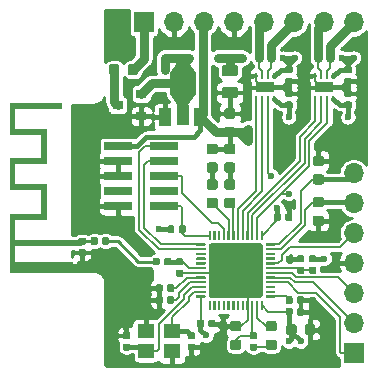
<source format=gbr>
G04 #@! TF.GenerationSoftware,KiCad,Pcbnew,(5.1.5)-3*
G04 #@! TF.CreationDate,2020-11-27T19:53:37+01:00*
G04 #@! TF.ProjectId,nRF52832-toyboard,6e524635-3238-4333-922d-746f79626f61,rev?*
G04 #@! TF.SameCoordinates,Original*
G04 #@! TF.FileFunction,Copper,L1,Top*
G04 #@! TF.FilePolarity,Positive*
%FSLAX46Y46*%
G04 Gerber Fmt 4.6, Leading zero omitted, Abs format (unit mm)*
G04 Created by KiCad (PCBNEW (5.1.5)-3) date 2020-11-27 19:53:37*
%MOMM*%
%LPD*%
G04 APERTURE LIST*
%ADD10C,0.100000*%
%ADD11O,1.700000X1.700000*%
%ADD12R,1.700000X1.700000*%
%ADD13R,0.900000X0.800000*%
%ADD14R,2.200000X1.840000*%
%ADD15R,1.000000X1.500000*%
%ADD16R,1.000000X1.800000*%
%ADD17R,0.250000X0.500000*%
%ADD18R,1.600000X0.900000*%
%ADD19R,1.400000X1.200000*%
%ADD20R,0.500000X0.900000*%
%ADD21R,0.500000X0.500000*%
%ADD22R,2.400000X0.740000*%
%ADD23C,0.600000*%
%ADD24C,0.293370*%
%ADD25C,0.200000*%
%ADD26C,0.400000*%
%ADD27C,0.800000*%
%ADD28C,0.500000*%
%ADD29C,0.254000*%
G04 APERTURE END LIST*
D10*
G36*
X127490000Y-102200000D02*
G01*
X127490000Y-100200000D01*
X124850000Y-100200000D01*
X124850000Y-97500000D01*
X127490000Y-97500000D01*
X127490000Y-95500000D01*
X124850000Y-95500000D01*
X124850000Y-92800000D01*
X129290000Y-92800000D01*
X129290000Y-93300000D01*
X125350000Y-93300000D01*
X125350000Y-95000000D01*
X127990000Y-95000000D01*
X127990000Y-98000000D01*
X125350000Y-98000000D01*
X125350000Y-99700000D01*
X127990000Y-99700000D01*
X127990000Y-102700000D01*
X125350000Y-102700000D01*
X125350000Y-104400000D01*
X130250000Y-104400000D01*
X130250000Y-104900000D01*
X125350000Y-104900000D01*
X125350000Y-106300000D01*
X130250000Y-106300000D01*
X130250000Y-107200000D01*
X130006785Y-107200000D01*
X130006785Y-106897583D01*
X130054395Y-106887742D01*
X130096797Y-106863674D01*
X130129581Y-106825731D01*
X130133935Y-106817819D01*
X130146043Y-106775156D01*
X130145300Y-106726637D01*
X130132400Y-106681122D01*
X130121787Y-106662511D01*
X130086553Y-106628868D01*
X130041368Y-106608309D01*
X129991842Y-106601778D01*
X129943583Y-106610218D01*
X129911357Y-106627112D01*
X129878687Y-106662372D01*
X129858592Y-106707682D01*
X129852018Y-106757267D01*
X129859908Y-106805353D01*
X129876814Y-106838245D01*
X129913584Y-106873185D01*
X129958378Y-106892847D01*
X130006785Y-106897583D01*
X130006785Y-107200000D01*
X124850000Y-107200000D01*
X124850000Y-102200000D01*
X127490000Y-102200000D01*
G37*
G04 #@! TA.AperFunction,SMDPad,CuDef*
G36*
X143777691Y-97851053D02*
G01*
X143798926Y-97854203D01*
X143819750Y-97859419D01*
X143839962Y-97866651D01*
X143859368Y-97875830D01*
X143877781Y-97886866D01*
X143895024Y-97899654D01*
X143910930Y-97914070D01*
X143925346Y-97929976D01*
X143938134Y-97947219D01*
X143949170Y-97965632D01*
X143958349Y-97985038D01*
X143965581Y-98005250D01*
X143970797Y-98026074D01*
X143973947Y-98047309D01*
X143975000Y-98068750D01*
X143975000Y-98506250D01*
X143973947Y-98527691D01*
X143970797Y-98548926D01*
X143965581Y-98569750D01*
X143958349Y-98589962D01*
X143949170Y-98609368D01*
X143938134Y-98627781D01*
X143925346Y-98645024D01*
X143910930Y-98660930D01*
X143895024Y-98675346D01*
X143877781Y-98688134D01*
X143859368Y-98699170D01*
X143839962Y-98708349D01*
X143819750Y-98715581D01*
X143798926Y-98720797D01*
X143777691Y-98723947D01*
X143756250Y-98725000D01*
X143243750Y-98725000D01*
X143222309Y-98723947D01*
X143201074Y-98720797D01*
X143180250Y-98715581D01*
X143160038Y-98708349D01*
X143140632Y-98699170D01*
X143122219Y-98688134D01*
X143104976Y-98675346D01*
X143089070Y-98660930D01*
X143074654Y-98645024D01*
X143061866Y-98627781D01*
X143050830Y-98609368D01*
X143041651Y-98589962D01*
X143034419Y-98569750D01*
X143029203Y-98548926D01*
X143026053Y-98527691D01*
X143025000Y-98506250D01*
X143025000Y-98068750D01*
X143026053Y-98047309D01*
X143029203Y-98026074D01*
X143034419Y-98005250D01*
X143041651Y-97985038D01*
X143050830Y-97965632D01*
X143061866Y-97947219D01*
X143074654Y-97929976D01*
X143089070Y-97914070D01*
X143104976Y-97899654D01*
X143122219Y-97886866D01*
X143140632Y-97875830D01*
X143160038Y-97866651D01*
X143180250Y-97859419D01*
X143201074Y-97854203D01*
X143222309Y-97851053D01*
X143243750Y-97850000D01*
X143756250Y-97850000D01*
X143777691Y-97851053D01*
G37*
G04 #@! TD.AperFunction*
G04 #@! TA.AperFunction,SMDPad,CuDef*
G36*
X143777691Y-96276053D02*
G01*
X143798926Y-96279203D01*
X143819750Y-96284419D01*
X143839962Y-96291651D01*
X143859368Y-96300830D01*
X143877781Y-96311866D01*
X143895024Y-96324654D01*
X143910930Y-96339070D01*
X143925346Y-96354976D01*
X143938134Y-96372219D01*
X143949170Y-96390632D01*
X143958349Y-96410038D01*
X143965581Y-96430250D01*
X143970797Y-96451074D01*
X143973947Y-96472309D01*
X143975000Y-96493750D01*
X143975000Y-96931250D01*
X143973947Y-96952691D01*
X143970797Y-96973926D01*
X143965581Y-96994750D01*
X143958349Y-97014962D01*
X143949170Y-97034368D01*
X143938134Y-97052781D01*
X143925346Y-97070024D01*
X143910930Y-97085930D01*
X143895024Y-97100346D01*
X143877781Y-97113134D01*
X143859368Y-97124170D01*
X143839962Y-97133349D01*
X143819750Y-97140581D01*
X143798926Y-97145797D01*
X143777691Y-97148947D01*
X143756250Y-97150000D01*
X143243750Y-97150000D01*
X143222309Y-97148947D01*
X143201074Y-97145797D01*
X143180250Y-97140581D01*
X143160038Y-97133349D01*
X143140632Y-97124170D01*
X143122219Y-97113134D01*
X143104976Y-97100346D01*
X143089070Y-97085930D01*
X143074654Y-97070024D01*
X143061866Y-97052781D01*
X143050830Y-97034368D01*
X143041651Y-97014962D01*
X143034419Y-96994750D01*
X143029203Y-96973926D01*
X143026053Y-96952691D01*
X143025000Y-96931250D01*
X143025000Y-96493750D01*
X143026053Y-96472309D01*
X143029203Y-96451074D01*
X143034419Y-96430250D01*
X143041651Y-96410038D01*
X143050830Y-96390632D01*
X143061866Y-96372219D01*
X143074654Y-96354976D01*
X143089070Y-96339070D01*
X143104976Y-96324654D01*
X143122219Y-96311866D01*
X143140632Y-96300830D01*
X143160038Y-96291651D01*
X143180250Y-96284419D01*
X143201074Y-96279203D01*
X143222309Y-96276053D01*
X143243750Y-96275000D01*
X143756250Y-96275000D01*
X143777691Y-96276053D01*
G37*
G04 #@! TD.AperFunction*
G04 #@! TA.AperFunction,SMDPad,CuDef*
G36*
X140436958Y-113190710D02*
G01*
X140451276Y-113192834D01*
X140465317Y-113196351D01*
X140478946Y-113201228D01*
X140492031Y-113207417D01*
X140504447Y-113214858D01*
X140516073Y-113223481D01*
X140526798Y-113233202D01*
X140536519Y-113243927D01*
X140545142Y-113255553D01*
X140552583Y-113267969D01*
X140558772Y-113281054D01*
X140563649Y-113294683D01*
X140567166Y-113308724D01*
X140569290Y-113323042D01*
X140570000Y-113337500D01*
X140570000Y-113632500D01*
X140569290Y-113646958D01*
X140567166Y-113661276D01*
X140563649Y-113675317D01*
X140558772Y-113688946D01*
X140552583Y-113702031D01*
X140545142Y-113714447D01*
X140536519Y-113726073D01*
X140526798Y-113736798D01*
X140516073Y-113746519D01*
X140504447Y-113755142D01*
X140492031Y-113762583D01*
X140478946Y-113768772D01*
X140465317Y-113773649D01*
X140451276Y-113777166D01*
X140436958Y-113779290D01*
X140422500Y-113780000D01*
X140077500Y-113780000D01*
X140063042Y-113779290D01*
X140048724Y-113777166D01*
X140034683Y-113773649D01*
X140021054Y-113768772D01*
X140007969Y-113762583D01*
X139995553Y-113755142D01*
X139983927Y-113746519D01*
X139973202Y-113736798D01*
X139963481Y-113726073D01*
X139954858Y-113714447D01*
X139947417Y-113702031D01*
X139941228Y-113688946D01*
X139936351Y-113675317D01*
X139932834Y-113661276D01*
X139930710Y-113646958D01*
X139930000Y-113632500D01*
X139930000Y-113337500D01*
X139930710Y-113323042D01*
X139932834Y-113308724D01*
X139936351Y-113294683D01*
X139941228Y-113281054D01*
X139947417Y-113267969D01*
X139954858Y-113255553D01*
X139963481Y-113243927D01*
X139973202Y-113233202D01*
X139983927Y-113223481D01*
X139995553Y-113214858D01*
X140007969Y-113207417D01*
X140021054Y-113201228D01*
X140034683Y-113196351D01*
X140048724Y-113192834D01*
X140063042Y-113190710D01*
X140077500Y-113190000D01*
X140422500Y-113190000D01*
X140436958Y-113190710D01*
G37*
G04 #@! TD.AperFunction*
G04 #@! TA.AperFunction,SMDPad,CuDef*
G36*
X140436958Y-112220710D02*
G01*
X140451276Y-112222834D01*
X140465317Y-112226351D01*
X140478946Y-112231228D01*
X140492031Y-112237417D01*
X140504447Y-112244858D01*
X140516073Y-112253481D01*
X140526798Y-112263202D01*
X140536519Y-112273927D01*
X140545142Y-112285553D01*
X140552583Y-112297969D01*
X140558772Y-112311054D01*
X140563649Y-112324683D01*
X140567166Y-112338724D01*
X140569290Y-112353042D01*
X140570000Y-112367500D01*
X140570000Y-112662500D01*
X140569290Y-112676958D01*
X140567166Y-112691276D01*
X140563649Y-112705317D01*
X140558772Y-112718946D01*
X140552583Y-112732031D01*
X140545142Y-112744447D01*
X140536519Y-112756073D01*
X140526798Y-112766798D01*
X140516073Y-112776519D01*
X140504447Y-112785142D01*
X140492031Y-112792583D01*
X140478946Y-112798772D01*
X140465317Y-112803649D01*
X140451276Y-112807166D01*
X140436958Y-112809290D01*
X140422500Y-112810000D01*
X140077500Y-112810000D01*
X140063042Y-112809290D01*
X140048724Y-112807166D01*
X140034683Y-112803649D01*
X140021054Y-112798772D01*
X140007969Y-112792583D01*
X139995553Y-112785142D01*
X139983927Y-112776519D01*
X139973202Y-112766798D01*
X139963481Y-112756073D01*
X139954858Y-112744447D01*
X139947417Y-112732031D01*
X139941228Y-112718946D01*
X139936351Y-112705317D01*
X139932834Y-112691276D01*
X139930710Y-112676958D01*
X139930000Y-112662500D01*
X139930000Y-112367500D01*
X139930710Y-112353042D01*
X139932834Y-112338724D01*
X139936351Y-112324683D01*
X139941228Y-112311054D01*
X139947417Y-112297969D01*
X139954858Y-112285553D01*
X139963481Y-112273927D01*
X139973202Y-112263202D01*
X139983927Y-112253481D01*
X139995553Y-112244858D01*
X140007969Y-112237417D01*
X140021054Y-112231228D01*
X140034683Y-112226351D01*
X140048724Y-112222834D01*
X140063042Y-112220710D01*
X140077500Y-112220000D01*
X140422500Y-112220000D01*
X140436958Y-112220710D01*
G37*
G04 #@! TD.AperFunction*
G04 #@! TA.AperFunction,SMDPad,CuDef*
G36*
X142277691Y-97851053D02*
G01*
X142298926Y-97854203D01*
X142319750Y-97859419D01*
X142339962Y-97866651D01*
X142359368Y-97875830D01*
X142377781Y-97886866D01*
X142395024Y-97899654D01*
X142410930Y-97914070D01*
X142425346Y-97929976D01*
X142438134Y-97947219D01*
X142449170Y-97965632D01*
X142458349Y-97985038D01*
X142465581Y-98005250D01*
X142470797Y-98026074D01*
X142473947Y-98047309D01*
X142475000Y-98068750D01*
X142475000Y-98506250D01*
X142473947Y-98527691D01*
X142470797Y-98548926D01*
X142465581Y-98569750D01*
X142458349Y-98589962D01*
X142449170Y-98609368D01*
X142438134Y-98627781D01*
X142425346Y-98645024D01*
X142410930Y-98660930D01*
X142395024Y-98675346D01*
X142377781Y-98688134D01*
X142359368Y-98699170D01*
X142339962Y-98708349D01*
X142319750Y-98715581D01*
X142298926Y-98720797D01*
X142277691Y-98723947D01*
X142256250Y-98725000D01*
X141743750Y-98725000D01*
X141722309Y-98723947D01*
X141701074Y-98720797D01*
X141680250Y-98715581D01*
X141660038Y-98708349D01*
X141640632Y-98699170D01*
X141622219Y-98688134D01*
X141604976Y-98675346D01*
X141589070Y-98660930D01*
X141574654Y-98645024D01*
X141561866Y-98627781D01*
X141550830Y-98609368D01*
X141541651Y-98589962D01*
X141534419Y-98569750D01*
X141529203Y-98548926D01*
X141526053Y-98527691D01*
X141525000Y-98506250D01*
X141525000Y-98068750D01*
X141526053Y-98047309D01*
X141529203Y-98026074D01*
X141534419Y-98005250D01*
X141541651Y-97985038D01*
X141550830Y-97965632D01*
X141561866Y-97947219D01*
X141574654Y-97929976D01*
X141589070Y-97914070D01*
X141604976Y-97899654D01*
X141622219Y-97886866D01*
X141640632Y-97875830D01*
X141660038Y-97866651D01*
X141680250Y-97859419D01*
X141701074Y-97854203D01*
X141722309Y-97851053D01*
X141743750Y-97850000D01*
X142256250Y-97850000D01*
X142277691Y-97851053D01*
G37*
G04 #@! TD.AperFunction*
G04 #@! TA.AperFunction,SMDPad,CuDef*
G36*
X142277691Y-96276053D02*
G01*
X142298926Y-96279203D01*
X142319750Y-96284419D01*
X142339962Y-96291651D01*
X142359368Y-96300830D01*
X142377781Y-96311866D01*
X142395024Y-96324654D01*
X142410930Y-96339070D01*
X142425346Y-96354976D01*
X142438134Y-96372219D01*
X142449170Y-96390632D01*
X142458349Y-96410038D01*
X142465581Y-96430250D01*
X142470797Y-96451074D01*
X142473947Y-96472309D01*
X142475000Y-96493750D01*
X142475000Y-96931250D01*
X142473947Y-96952691D01*
X142470797Y-96973926D01*
X142465581Y-96994750D01*
X142458349Y-97014962D01*
X142449170Y-97034368D01*
X142438134Y-97052781D01*
X142425346Y-97070024D01*
X142410930Y-97085930D01*
X142395024Y-97100346D01*
X142377781Y-97113134D01*
X142359368Y-97124170D01*
X142339962Y-97133349D01*
X142319750Y-97140581D01*
X142298926Y-97145797D01*
X142277691Y-97148947D01*
X142256250Y-97150000D01*
X141743750Y-97150000D01*
X141722309Y-97148947D01*
X141701074Y-97145797D01*
X141680250Y-97140581D01*
X141660038Y-97133349D01*
X141640632Y-97124170D01*
X141622219Y-97113134D01*
X141604976Y-97100346D01*
X141589070Y-97085930D01*
X141574654Y-97070024D01*
X141561866Y-97052781D01*
X141550830Y-97034368D01*
X141541651Y-97014962D01*
X141534419Y-96994750D01*
X141529203Y-96973926D01*
X141526053Y-96952691D01*
X141525000Y-96931250D01*
X141525000Y-96493750D01*
X141526053Y-96472309D01*
X141529203Y-96451074D01*
X141534419Y-96430250D01*
X141541651Y-96410038D01*
X141550830Y-96390632D01*
X141561866Y-96372219D01*
X141574654Y-96354976D01*
X141589070Y-96339070D01*
X141604976Y-96324654D01*
X141622219Y-96311866D01*
X141640632Y-96300830D01*
X141660038Y-96291651D01*
X141680250Y-96284419D01*
X141701074Y-96279203D01*
X141722309Y-96276053D01*
X141743750Y-96275000D01*
X142256250Y-96275000D01*
X142277691Y-96276053D01*
G37*
G04 #@! TD.AperFunction*
G04 #@! TA.AperFunction,SMDPad,CuDef*
G36*
X142277691Y-99276053D02*
G01*
X142298926Y-99279203D01*
X142319750Y-99284419D01*
X142339962Y-99291651D01*
X142359368Y-99300830D01*
X142377781Y-99311866D01*
X142395024Y-99324654D01*
X142410930Y-99339070D01*
X142425346Y-99354976D01*
X142438134Y-99372219D01*
X142449170Y-99390632D01*
X142458349Y-99410038D01*
X142465581Y-99430250D01*
X142470797Y-99451074D01*
X142473947Y-99472309D01*
X142475000Y-99493750D01*
X142475000Y-99931250D01*
X142473947Y-99952691D01*
X142470797Y-99973926D01*
X142465581Y-99994750D01*
X142458349Y-100014962D01*
X142449170Y-100034368D01*
X142438134Y-100052781D01*
X142425346Y-100070024D01*
X142410930Y-100085930D01*
X142395024Y-100100346D01*
X142377781Y-100113134D01*
X142359368Y-100124170D01*
X142339962Y-100133349D01*
X142319750Y-100140581D01*
X142298926Y-100145797D01*
X142277691Y-100148947D01*
X142256250Y-100150000D01*
X141743750Y-100150000D01*
X141722309Y-100148947D01*
X141701074Y-100145797D01*
X141680250Y-100140581D01*
X141660038Y-100133349D01*
X141640632Y-100124170D01*
X141622219Y-100113134D01*
X141604976Y-100100346D01*
X141589070Y-100085930D01*
X141574654Y-100070024D01*
X141561866Y-100052781D01*
X141550830Y-100034368D01*
X141541651Y-100014962D01*
X141534419Y-99994750D01*
X141529203Y-99973926D01*
X141526053Y-99952691D01*
X141525000Y-99931250D01*
X141525000Y-99493750D01*
X141526053Y-99472309D01*
X141529203Y-99451074D01*
X141534419Y-99430250D01*
X141541651Y-99410038D01*
X141550830Y-99390632D01*
X141561866Y-99372219D01*
X141574654Y-99354976D01*
X141589070Y-99339070D01*
X141604976Y-99324654D01*
X141622219Y-99311866D01*
X141640632Y-99300830D01*
X141660038Y-99291651D01*
X141680250Y-99284419D01*
X141701074Y-99279203D01*
X141722309Y-99276053D01*
X141743750Y-99275000D01*
X142256250Y-99275000D01*
X142277691Y-99276053D01*
G37*
G04 #@! TD.AperFunction*
G04 #@! TA.AperFunction,SMDPad,CuDef*
G36*
X142277691Y-100851053D02*
G01*
X142298926Y-100854203D01*
X142319750Y-100859419D01*
X142339962Y-100866651D01*
X142359368Y-100875830D01*
X142377781Y-100886866D01*
X142395024Y-100899654D01*
X142410930Y-100914070D01*
X142425346Y-100929976D01*
X142438134Y-100947219D01*
X142449170Y-100965632D01*
X142458349Y-100985038D01*
X142465581Y-101005250D01*
X142470797Y-101026074D01*
X142473947Y-101047309D01*
X142475000Y-101068750D01*
X142475000Y-101506250D01*
X142473947Y-101527691D01*
X142470797Y-101548926D01*
X142465581Y-101569750D01*
X142458349Y-101589962D01*
X142449170Y-101609368D01*
X142438134Y-101627781D01*
X142425346Y-101645024D01*
X142410930Y-101660930D01*
X142395024Y-101675346D01*
X142377781Y-101688134D01*
X142359368Y-101699170D01*
X142339962Y-101708349D01*
X142319750Y-101715581D01*
X142298926Y-101720797D01*
X142277691Y-101723947D01*
X142256250Y-101725000D01*
X141743750Y-101725000D01*
X141722309Y-101723947D01*
X141701074Y-101720797D01*
X141680250Y-101715581D01*
X141660038Y-101708349D01*
X141640632Y-101699170D01*
X141622219Y-101688134D01*
X141604976Y-101675346D01*
X141589070Y-101660930D01*
X141574654Y-101645024D01*
X141561866Y-101627781D01*
X141550830Y-101609368D01*
X141541651Y-101589962D01*
X141534419Y-101569750D01*
X141529203Y-101548926D01*
X141526053Y-101527691D01*
X141525000Y-101506250D01*
X141525000Y-101068750D01*
X141526053Y-101047309D01*
X141529203Y-101026074D01*
X141534419Y-101005250D01*
X141541651Y-100985038D01*
X141550830Y-100965632D01*
X141561866Y-100947219D01*
X141574654Y-100929976D01*
X141589070Y-100914070D01*
X141604976Y-100899654D01*
X141622219Y-100886866D01*
X141640632Y-100875830D01*
X141660038Y-100866651D01*
X141680250Y-100859419D01*
X141701074Y-100854203D01*
X141722309Y-100851053D01*
X141743750Y-100850000D01*
X142256250Y-100850000D01*
X142277691Y-100851053D01*
G37*
G04 #@! TD.AperFunction*
G04 #@! TA.AperFunction,SMDPad,CuDef*
G36*
X143777691Y-99276053D02*
G01*
X143798926Y-99279203D01*
X143819750Y-99284419D01*
X143839962Y-99291651D01*
X143859368Y-99300830D01*
X143877781Y-99311866D01*
X143895024Y-99324654D01*
X143910930Y-99339070D01*
X143925346Y-99354976D01*
X143938134Y-99372219D01*
X143949170Y-99390632D01*
X143958349Y-99410038D01*
X143965581Y-99430250D01*
X143970797Y-99451074D01*
X143973947Y-99472309D01*
X143975000Y-99493750D01*
X143975000Y-99931250D01*
X143973947Y-99952691D01*
X143970797Y-99973926D01*
X143965581Y-99994750D01*
X143958349Y-100014962D01*
X143949170Y-100034368D01*
X143938134Y-100052781D01*
X143925346Y-100070024D01*
X143910930Y-100085930D01*
X143895024Y-100100346D01*
X143877781Y-100113134D01*
X143859368Y-100124170D01*
X143839962Y-100133349D01*
X143819750Y-100140581D01*
X143798926Y-100145797D01*
X143777691Y-100148947D01*
X143756250Y-100150000D01*
X143243750Y-100150000D01*
X143222309Y-100148947D01*
X143201074Y-100145797D01*
X143180250Y-100140581D01*
X143160038Y-100133349D01*
X143140632Y-100124170D01*
X143122219Y-100113134D01*
X143104976Y-100100346D01*
X143089070Y-100085930D01*
X143074654Y-100070024D01*
X143061866Y-100052781D01*
X143050830Y-100034368D01*
X143041651Y-100014962D01*
X143034419Y-99994750D01*
X143029203Y-99973926D01*
X143026053Y-99952691D01*
X143025000Y-99931250D01*
X143025000Y-99493750D01*
X143026053Y-99472309D01*
X143029203Y-99451074D01*
X143034419Y-99430250D01*
X143041651Y-99410038D01*
X143050830Y-99390632D01*
X143061866Y-99372219D01*
X143074654Y-99354976D01*
X143089070Y-99339070D01*
X143104976Y-99324654D01*
X143122219Y-99311866D01*
X143140632Y-99300830D01*
X143160038Y-99291651D01*
X143180250Y-99284419D01*
X143201074Y-99279203D01*
X143222309Y-99276053D01*
X143243750Y-99275000D01*
X143756250Y-99275000D01*
X143777691Y-99276053D01*
G37*
G04 #@! TD.AperFunction*
G04 #@! TA.AperFunction,SMDPad,CuDef*
G36*
X143777691Y-100851053D02*
G01*
X143798926Y-100854203D01*
X143819750Y-100859419D01*
X143839962Y-100866651D01*
X143859368Y-100875830D01*
X143877781Y-100886866D01*
X143895024Y-100899654D01*
X143910930Y-100914070D01*
X143925346Y-100929976D01*
X143938134Y-100947219D01*
X143949170Y-100965632D01*
X143958349Y-100985038D01*
X143965581Y-101005250D01*
X143970797Y-101026074D01*
X143973947Y-101047309D01*
X143975000Y-101068750D01*
X143975000Y-101506250D01*
X143973947Y-101527691D01*
X143970797Y-101548926D01*
X143965581Y-101569750D01*
X143958349Y-101589962D01*
X143949170Y-101609368D01*
X143938134Y-101627781D01*
X143925346Y-101645024D01*
X143910930Y-101660930D01*
X143895024Y-101675346D01*
X143877781Y-101688134D01*
X143859368Y-101699170D01*
X143839962Y-101708349D01*
X143819750Y-101715581D01*
X143798926Y-101720797D01*
X143777691Y-101723947D01*
X143756250Y-101725000D01*
X143243750Y-101725000D01*
X143222309Y-101723947D01*
X143201074Y-101720797D01*
X143180250Y-101715581D01*
X143160038Y-101708349D01*
X143140632Y-101699170D01*
X143122219Y-101688134D01*
X143104976Y-101675346D01*
X143089070Y-101660930D01*
X143074654Y-101645024D01*
X143061866Y-101627781D01*
X143050830Y-101609368D01*
X143041651Y-101589962D01*
X143034419Y-101569750D01*
X143029203Y-101548926D01*
X143026053Y-101527691D01*
X143025000Y-101506250D01*
X143025000Y-101068750D01*
X143026053Y-101047309D01*
X143029203Y-101026074D01*
X143034419Y-101005250D01*
X143041651Y-100985038D01*
X143050830Y-100965632D01*
X143061866Y-100947219D01*
X143074654Y-100929976D01*
X143089070Y-100914070D01*
X143104976Y-100899654D01*
X143122219Y-100886866D01*
X143140632Y-100875830D01*
X143160038Y-100866651D01*
X143180250Y-100859419D01*
X143201074Y-100854203D01*
X143222309Y-100851053D01*
X143243750Y-100850000D01*
X143756250Y-100850000D01*
X143777691Y-100851053D01*
G37*
G04 #@! TD.AperFunction*
G04 #@! TA.AperFunction,SMDPad,CuDef*
G36*
X151277691Y-97276053D02*
G01*
X151298926Y-97279203D01*
X151319750Y-97284419D01*
X151339962Y-97291651D01*
X151359368Y-97300830D01*
X151377781Y-97311866D01*
X151395024Y-97324654D01*
X151410930Y-97339070D01*
X151425346Y-97354976D01*
X151438134Y-97372219D01*
X151449170Y-97390632D01*
X151458349Y-97410038D01*
X151465581Y-97430250D01*
X151470797Y-97451074D01*
X151473947Y-97472309D01*
X151475000Y-97493750D01*
X151475000Y-97931250D01*
X151473947Y-97952691D01*
X151470797Y-97973926D01*
X151465581Y-97994750D01*
X151458349Y-98014962D01*
X151449170Y-98034368D01*
X151438134Y-98052781D01*
X151425346Y-98070024D01*
X151410930Y-98085930D01*
X151395024Y-98100346D01*
X151377781Y-98113134D01*
X151359368Y-98124170D01*
X151339962Y-98133349D01*
X151319750Y-98140581D01*
X151298926Y-98145797D01*
X151277691Y-98148947D01*
X151256250Y-98150000D01*
X150743750Y-98150000D01*
X150722309Y-98148947D01*
X150701074Y-98145797D01*
X150680250Y-98140581D01*
X150660038Y-98133349D01*
X150640632Y-98124170D01*
X150622219Y-98113134D01*
X150604976Y-98100346D01*
X150589070Y-98085930D01*
X150574654Y-98070024D01*
X150561866Y-98052781D01*
X150550830Y-98034368D01*
X150541651Y-98014962D01*
X150534419Y-97994750D01*
X150529203Y-97973926D01*
X150526053Y-97952691D01*
X150525000Y-97931250D01*
X150525000Y-97493750D01*
X150526053Y-97472309D01*
X150529203Y-97451074D01*
X150534419Y-97430250D01*
X150541651Y-97410038D01*
X150550830Y-97390632D01*
X150561866Y-97372219D01*
X150574654Y-97354976D01*
X150589070Y-97339070D01*
X150604976Y-97324654D01*
X150622219Y-97311866D01*
X150640632Y-97300830D01*
X150660038Y-97291651D01*
X150680250Y-97284419D01*
X150701074Y-97279203D01*
X150722309Y-97276053D01*
X150743750Y-97275000D01*
X151256250Y-97275000D01*
X151277691Y-97276053D01*
G37*
G04 #@! TD.AperFunction*
G04 #@! TA.AperFunction,SMDPad,CuDef*
G36*
X151277691Y-98851053D02*
G01*
X151298926Y-98854203D01*
X151319750Y-98859419D01*
X151339962Y-98866651D01*
X151359368Y-98875830D01*
X151377781Y-98886866D01*
X151395024Y-98899654D01*
X151410930Y-98914070D01*
X151425346Y-98929976D01*
X151438134Y-98947219D01*
X151449170Y-98965632D01*
X151458349Y-98985038D01*
X151465581Y-99005250D01*
X151470797Y-99026074D01*
X151473947Y-99047309D01*
X151475000Y-99068750D01*
X151475000Y-99506250D01*
X151473947Y-99527691D01*
X151470797Y-99548926D01*
X151465581Y-99569750D01*
X151458349Y-99589962D01*
X151449170Y-99609368D01*
X151438134Y-99627781D01*
X151425346Y-99645024D01*
X151410930Y-99660930D01*
X151395024Y-99675346D01*
X151377781Y-99688134D01*
X151359368Y-99699170D01*
X151339962Y-99708349D01*
X151319750Y-99715581D01*
X151298926Y-99720797D01*
X151277691Y-99723947D01*
X151256250Y-99725000D01*
X150743750Y-99725000D01*
X150722309Y-99723947D01*
X150701074Y-99720797D01*
X150680250Y-99715581D01*
X150660038Y-99708349D01*
X150640632Y-99699170D01*
X150622219Y-99688134D01*
X150604976Y-99675346D01*
X150589070Y-99660930D01*
X150574654Y-99645024D01*
X150561866Y-99627781D01*
X150550830Y-99609368D01*
X150541651Y-99589962D01*
X150534419Y-99569750D01*
X150529203Y-99548926D01*
X150526053Y-99527691D01*
X150525000Y-99506250D01*
X150525000Y-99068750D01*
X150526053Y-99047309D01*
X150529203Y-99026074D01*
X150534419Y-99005250D01*
X150541651Y-98985038D01*
X150550830Y-98965632D01*
X150561866Y-98947219D01*
X150574654Y-98929976D01*
X150589070Y-98914070D01*
X150604976Y-98899654D01*
X150622219Y-98886866D01*
X150640632Y-98875830D01*
X150660038Y-98866651D01*
X150680250Y-98859419D01*
X150701074Y-98854203D01*
X150722309Y-98851053D01*
X150743750Y-98850000D01*
X151256250Y-98850000D01*
X151277691Y-98851053D01*
G37*
G04 #@! TD.AperFunction*
G04 #@! TA.AperFunction,SMDPad,CuDef*
G36*
X151277691Y-100776053D02*
G01*
X151298926Y-100779203D01*
X151319750Y-100784419D01*
X151339962Y-100791651D01*
X151359368Y-100800830D01*
X151377781Y-100811866D01*
X151395024Y-100824654D01*
X151410930Y-100839070D01*
X151425346Y-100854976D01*
X151438134Y-100872219D01*
X151449170Y-100890632D01*
X151458349Y-100910038D01*
X151465581Y-100930250D01*
X151470797Y-100951074D01*
X151473947Y-100972309D01*
X151475000Y-100993750D01*
X151475000Y-101431250D01*
X151473947Y-101452691D01*
X151470797Y-101473926D01*
X151465581Y-101494750D01*
X151458349Y-101514962D01*
X151449170Y-101534368D01*
X151438134Y-101552781D01*
X151425346Y-101570024D01*
X151410930Y-101585930D01*
X151395024Y-101600346D01*
X151377781Y-101613134D01*
X151359368Y-101624170D01*
X151339962Y-101633349D01*
X151319750Y-101640581D01*
X151298926Y-101645797D01*
X151277691Y-101648947D01*
X151256250Y-101650000D01*
X150743750Y-101650000D01*
X150722309Y-101648947D01*
X150701074Y-101645797D01*
X150680250Y-101640581D01*
X150660038Y-101633349D01*
X150640632Y-101624170D01*
X150622219Y-101613134D01*
X150604976Y-101600346D01*
X150589070Y-101585930D01*
X150574654Y-101570024D01*
X150561866Y-101552781D01*
X150550830Y-101534368D01*
X150541651Y-101514962D01*
X150534419Y-101494750D01*
X150529203Y-101473926D01*
X150526053Y-101452691D01*
X150525000Y-101431250D01*
X150525000Y-100993750D01*
X150526053Y-100972309D01*
X150529203Y-100951074D01*
X150534419Y-100930250D01*
X150541651Y-100910038D01*
X150550830Y-100890632D01*
X150561866Y-100872219D01*
X150574654Y-100854976D01*
X150589070Y-100839070D01*
X150604976Y-100824654D01*
X150622219Y-100811866D01*
X150640632Y-100800830D01*
X150660038Y-100791651D01*
X150680250Y-100784419D01*
X150701074Y-100779203D01*
X150722309Y-100776053D01*
X150743750Y-100775000D01*
X151256250Y-100775000D01*
X151277691Y-100776053D01*
G37*
G04 #@! TD.AperFunction*
G04 #@! TA.AperFunction,SMDPad,CuDef*
G36*
X151277691Y-102351053D02*
G01*
X151298926Y-102354203D01*
X151319750Y-102359419D01*
X151339962Y-102366651D01*
X151359368Y-102375830D01*
X151377781Y-102386866D01*
X151395024Y-102399654D01*
X151410930Y-102414070D01*
X151425346Y-102429976D01*
X151438134Y-102447219D01*
X151449170Y-102465632D01*
X151458349Y-102485038D01*
X151465581Y-102505250D01*
X151470797Y-102526074D01*
X151473947Y-102547309D01*
X151475000Y-102568750D01*
X151475000Y-103006250D01*
X151473947Y-103027691D01*
X151470797Y-103048926D01*
X151465581Y-103069750D01*
X151458349Y-103089962D01*
X151449170Y-103109368D01*
X151438134Y-103127781D01*
X151425346Y-103145024D01*
X151410930Y-103160930D01*
X151395024Y-103175346D01*
X151377781Y-103188134D01*
X151359368Y-103199170D01*
X151339962Y-103208349D01*
X151319750Y-103215581D01*
X151298926Y-103220797D01*
X151277691Y-103223947D01*
X151256250Y-103225000D01*
X150743750Y-103225000D01*
X150722309Y-103223947D01*
X150701074Y-103220797D01*
X150680250Y-103215581D01*
X150660038Y-103208349D01*
X150640632Y-103199170D01*
X150622219Y-103188134D01*
X150604976Y-103175346D01*
X150589070Y-103160930D01*
X150574654Y-103145024D01*
X150561866Y-103127781D01*
X150550830Y-103109368D01*
X150541651Y-103089962D01*
X150534419Y-103069750D01*
X150529203Y-103048926D01*
X150526053Y-103027691D01*
X150525000Y-103006250D01*
X150525000Y-102568750D01*
X150526053Y-102547309D01*
X150529203Y-102526074D01*
X150534419Y-102505250D01*
X150541651Y-102485038D01*
X150550830Y-102465632D01*
X150561866Y-102447219D01*
X150574654Y-102429976D01*
X150589070Y-102414070D01*
X150604976Y-102399654D01*
X150622219Y-102386866D01*
X150640632Y-102375830D01*
X150660038Y-102366651D01*
X150680250Y-102359419D01*
X150701074Y-102354203D01*
X150722309Y-102351053D01*
X150743750Y-102350000D01*
X151256250Y-102350000D01*
X151277691Y-102351053D01*
G37*
G04 #@! TD.AperFunction*
G04 #@! TA.AperFunction,SMDPad,CuDef*
G36*
X149686958Y-105720710D02*
G01*
X149701276Y-105722834D01*
X149715317Y-105726351D01*
X149728946Y-105731228D01*
X149742031Y-105737417D01*
X149754447Y-105744858D01*
X149766073Y-105753481D01*
X149776798Y-105763202D01*
X149786519Y-105773927D01*
X149795142Y-105785553D01*
X149802583Y-105797969D01*
X149808772Y-105811054D01*
X149813649Y-105824683D01*
X149817166Y-105838724D01*
X149819290Y-105853042D01*
X149820000Y-105867500D01*
X149820000Y-106162500D01*
X149819290Y-106176958D01*
X149817166Y-106191276D01*
X149813649Y-106205317D01*
X149808772Y-106218946D01*
X149802583Y-106232031D01*
X149795142Y-106244447D01*
X149786519Y-106256073D01*
X149776798Y-106266798D01*
X149766073Y-106276519D01*
X149754447Y-106285142D01*
X149742031Y-106292583D01*
X149728946Y-106298772D01*
X149715317Y-106303649D01*
X149701276Y-106307166D01*
X149686958Y-106309290D01*
X149672500Y-106310000D01*
X149327500Y-106310000D01*
X149313042Y-106309290D01*
X149298724Y-106307166D01*
X149284683Y-106303649D01*
X149271054Y-106298772D01*
X149257969Y-106292583D01*
X149245553Y-106285142D01*
X149233927Y-106276519D01*
X149223202Y-106266798D01*
X149213481Y-106256073D01*
X149204858Y-106244447D01*
X149197417Y-106232031D01*
X149191228Y-106218946D01*
X149186351Y-106205317D01*
X149182834Y-106191276D01*
X149180710Y-106176958D01*
X149180000Y-106162500D01*
X149180000Y-105867500D01*
X149180710Y-105853042D01*
X149182834Y-105838724D01*
X149186351Y-105824683D01*
X149191228Y-105811054D01*
X149197417Y-105797969D01*
X149204858Y-105785553D01*
X149213481Y-105773927D01*
X149223202Y-105763202D01*
X149233927Y-105753481D01*
X149245553Y-105744858D01*
X149257969Y-105737417D01*
X149271054Y-105731228D01*
X149284683Y-105726351D01*
X149298724Y-105722834D01*
X149313042Y-105720710D01*
X149327500Y-105720000D01*
X149672500Y-105720000D01*
X149686958Y-105720710D01*
G37*
G04 #@! TD.AperFunction*
G04 #@! TA.AperFunction,SMDPad,CuDef*
G36*
X149686958Y-106690710D02*
G01*
X149701276Y-106692834D01*
X149715317Y-106696351D01*
X149728946Y-106701228D01*
X149742031Y-106707417D01*
X149754447Y-106714858D01*
X149766073Y-106723481D01*
X149776798Y-106733202D01*
X149786519Y-106743927D01*
X149795142Y-106755553D01*
X149802583Y-106767969D01*
X149808772Y-106781054D01*
X149813649Y-106794683D01*
X149817166Y-106808724D01*
X149819290Y-106823042D01*
X149820000Y-106837500D01*
X149820000Y-107132500D01*
X149819290Y-107146958D01*
X149817166Y-107161276D01*
X149813649Y-107175317D01*
X149808772Y-107188946D01*
X149802583Y-107202031D01*
X149795142Y-107214447D01*
X149786519Y-107226073D01*
X149776798Y-107236798D01*
X149766073Y-107246519D01*
X149754447Y-107255142D01*
X149742031Y-107262583D01*
X149728946Y-107268772D01*
X149715317Y-107273649D01*
X149701276Y-107277166D01*
X149686958Y-107279290D01*
X149672500Y-107280000D01*
X149327500Y-107280000D01*
X149313042Y-107279290D01*
X149298724Y-107277166D01*
X149284683Y-107273649D01*
X149271054Y-107268772D01*
X149257969Y-107262583D01*
X149245553Y-107255142D01*
X149233927Y-107246519D01*
X149223202Y-107236798D01*
X149213481Y-107226073D01*
X149204858Y-107214447D01*
X149197417Y-107202031D01*
X149191228Y-107188946D01*
X149186351Y-107175317D01*
X149182834Y-107161276D01*
X149180710Y-107146958D01*
X149180000Y-107132500D01*
X149180000Y-106837500D01*
X149180710Y-106823042D01*
X149182834Y-106808724D01*
X149186351Y-106794683D01*
X149191228Y-106781054D01*
X149197417Y-106767969D01*
X149204858Y-106755553D01*
X149213481Y-106743927D01*
X149223202Y-106733202D01*
X149233927Y-106723481D01*
X149245553Y-106714858D01*
X149257969Y-106707417D01*
X149271054Y-106701228D01*
X149284683Y-106696351D01*
X149298724Y-106692834D01*
X149313042Y-106690710D01*
X149327500Y-106690000D01*
X149672500Y-106690000D01*
X149686958Y-106690710D01*
G37*
G04 #@! TD.AperFunction*
G04 #@! TA.AperFunction,SMDPad,CuDef*
G36*
X150686958Y-106690710D02*
G01*
X150701276Y-106692834D01*
X150715317Y-106696351D01*
X150728946Y-106701228D01*
X150742031Y-106707417D01*
X150754447Y-106714858D01*
X150766073Y-106723481D01*
X150776798Y-106733202D01*
X150786519Y-106743927D01*
X150795142Y-106755553D01*
X150802583Y-106767969D01*
X150808772Y-106781054D01*
X150813649Y-106794683D01*
X150817166Y-106808724D01*
X150819290Y-106823042D01*
X150820000Y-106837500D01*
X150820000Y-107132500D01*
X150819290Y-107146958D01*
X150817166Y-107161276D01*
X150813649Y-107175317D01*
X150808772Y-107188946D01*
X150802583Y-107202031D01*
X150795142Y-107214447D01*
X150786519Y-107226073D01*
X150776798Y-107236798D01*
X150766073Y-107246519D01*
X150754447Y-107255142D01*
X150742031Y-107262583D01*
X150728946Y-107268772D01*
X150715317Y-107273649D01*
X150701276Y-107277166D01*
X150686958Y-107279290D01*
X150672500Y-107280000D01*
X150327500Y-107280000D01*
X150313042Y-107279290D01*
X150298724Y-107277166D01*
X150284683Y-107273649D01*
X150271054Y-107268772D01*
X150257969Y-107262583D01*
X150245553Y-107255142D01*
X150233927Y-107246519D01*
X150223202Y-107236798D01*
X150213481Y-107226073D01*
X150204858Y-107214447D01*
X150197417Y-107202031D01*
X150191228Y-107188946D01*
X150186351Y-107175317D01*
X150182834Y-107161276D01*
X150180710Y-107146958D01*
X150180000Y-107132500D01*
X150180000Y-106837500D01*
X150180710Y-106823042D01*
X150182834Y-106808724D01*
X150186351Y-106794683D01*
X150191228Y-106781054D01*
X150197417Y-106767969D01*
X150204858Y-106755553D01*
X150213481Y-106743927D01*
X150223202Y-106733202D01*
X150233927Y-106723481D01*
X150245553Y-106714858D01*
X150257969Y-106707417D01*
X150271054Y-106701228D01*
X150284683Y-106696351D01*
X150298724Y-106692834D01*
X150313042Y-106690710D01*
X150327500Y-106690000D01*
X150672500Y-106690000D01*
X150686958Y-106690710D01*
G37*
G04 #@! TD.AperFunction*
G04 #@! TA.AperFunction,SMDPad,CuDef*
G36*
X150686958Y-105720710D02*
G01*
X150701276Y-105722834D01*
X150715317Y-105726351D01*
X150728946Y-105731228D01*
X150742031Y-105737417D01*
X150754447Y-105744858D01*
X150766073Y-105753481D01*
X150776798Y-105763202D01*
X150786519Y-105773927D01*
X150795142Y-105785553D01*
X150802583Y-105797969D01*
X150808772Y-105811054D01*
X150813649Y-105824683D01*
X150817166Y-105838724D01*
X150819290Y-105853042D01*
X150820000Y-105867500D01*
X150820000Y-106162500D01*
X150819290Y-106176958D01*
X150817166Y-106191276D01*
X150813649Y-106205317D01*
X150808772Y-106218946D01*
X150802583Y-106232031D01*
X150795142Y-106244447D01*
X150786519Y-106256073D01*
X150776798Y-106266798D01*
X150766073Y-106276519D01*
X150754447Y-106285142D01*
X150742031Y-106292583D01*
X150728946Y-106298772D01*
X150715317Y-106303649D01*
X150701276Y-106307166D01*
X150686958Y-106309290D01*
X150672500Y-106310000D01*
X150327500Y-106310000D01*
X150313042Y-106309290D01*
X150298724Y-106307166D01*
X150284683Y-106303649D01*
X150271054Y-106298772D01*
X150257969Y-106292583D01*
X150245553Y-106285142D01*
X150233927Y-106276519D01*
X150223202Y-106266798D01*
X150213481Y-106256073D01*
X150204858Y-106244447D01*
X150197417Y-106232031D01*
X150191228Y-106218946D01*
X150186351Y-106205317D01*
X150182834Y-106191276D01*
X150180710Y-106176958D01*
X150180000Y-106162500D01*
X150180000Y-105867500D01*
X150180710Y-105853042D01*
X150182834Y-105838724D01*
X150186351Y-105824683D01*
X150191228Y-105811054D01*
X150197417Y-105797969D01*
X150204858Y-105785553D01*
X150213481Y-105773927D01*
X150223202Y-105763202D01*
X150233927Y-105753481D01*
X150245553Y-105744858D01*
X150257969Y-105737417D01*
X150271054Y-105731228D01*
X150284683Y-105726351D01*
X150298724Y-105722834D01*
X150313042Y-105720710D01*
X150327500Y-105720000D01*
X150672500Y-105720000D01*
X150686958Y-105720710D01*
G37*
G04 #@! TD.AperFunction*
D11*
X154000000Y-98760000D03*
X154000000Y-101300000D03*
X154000000Y-103840000D03*
X154000000Y-106380000D03*
X154000000Y-108920000D03*
X154000000Y-111460000D03*
D12*
X154000000Y-114000000D03*
G04 #@! TA.AperFunction,SMDPad,CuDef*
D10*
G36*
X133952691Y-89526053D02*
G01*
X133973926Y-89529203D01*
X133994750Y-89534419D01*
X134014962Y-89541651D01*
X134034368Y-89550830D01*
X134052781Y-89561866D01*
X134070024Y-89574654D01*
X134085930Y-89589070D01*
X134100346Y-89604976D01*
X134113134Y-89622219D01*
X134124170Y-89640632D01*
X134133349Y-89660038D01*
X134140581Y-89680250D01*
X134145797Y-89701074D01*
X134148947Y-89722309D01*
X134150000Y-89743750D01*
X134150000Y-90256250D01*
X134148947Y-90277691D01*
X134145797Y-90298926D01*
X134140581Y-90319750D01*
X134133349Y-90339962D01*
X134124170Y-90359368D01*
X134113134Y-90377781D01*
X134100346Y-90395024D01*
X134085930Y-90410930D01*
X134070024Y-90425346D01*
X134052781Y-90438134D01*
X134034368Y-90449170D01*
X134014962Y-90458349D01*
X133994750Y-90465581D01*
X133973926Y-90470797D01*
X133952691Y-90473947D01*
X133931250Y-90475000D01*
X133493750Y-90475000D01*
X133472309Y-90473947D01*
X133451074Y-90470797D01*
X133430250Y-90465581D01*
X133410038Y-90458349D01*
X133390632Y-90449170D01*
X133372219Y-90438134D01*
X133354976Y-90425346D01*
X133339070Y-90410930D01*
X133324654Y-90395024D01*
X133311866Y-90377781D01*
X133300830Y-90359368D01*
X133291651Y-90339962D01*
X133284419Y-90319750D01*
X133279203Y-90298926D01*
X133276053Y-90277691D01*
X133275000Y-90256250D01*
X133275000Y-89743750D01*
X133276053Y-89722309D01*
X133279203Y-89701074D01*
X133284419Y-89680250D01*
X133291651Y-89660038D01*
X133300830Y-89640632D01*
X133311866Y-89622219D01*
X133324654Y-89604976D01*
X133339070Y-89589070D01*
X133354976Y-89574654D01*
X133372219Y-89561866D01*
X133390632Y-89550830D01*
X133410038Y-89541651D01*
X133430250Y-89534419D01*
X133451074Y-89529203D01*
X133472309Y-89526053D01*
X133493750Y-89525000D01*
X133931250Y-89525000D01*
X133952691Y-89526053D01*
G37*
G04 #@! TD.AperFunction*
G04 #@! TA.AperFunction,SMDPad,CuDef*
G36*
X135527691Y-89526053D02*
G01*
X135548926Y-89529203D01*
X135569750Y-89534419D01*
X135589962Y-89541651D01*
X135609368Y-89550830D01*
X135627781Y-89561866D01*
X135645024Y-89574654D01*
X135660930Y-89589070D01*
X135675346Y-89604976D01*
X135688134Y-89622219D01*
X135699170Y-89640632D01*
X135708349Y-89660038D01*
X135715581Y-89680250D01*
X135720797Y-89701074D01*
X135723947Y-89722309D01*
X135725000Y-89743750D01*
X135725000Y-90256250D01*
X135723947Y-90277691D01*
X135720797Y-90298926D01*
X135715581Y-90319750D01*
X135708349Y-90339962D01*
X135699170Y-90359368D01*
X135688134Y-90377781D01*
X135675346Y-90395024D01*
X135660930Y-90410930D01*
X135645024Y-90425346D01*
X135627781Y-90438134D01*
X135609368Y-90449170D01*
X135589962Y-90458349D01*
X135569750Y-90465581D01*
X135548926Y-90470797D01*
X135527691Y-90473947D01*
X135506250Y-90475000D01*
X135068750Y-90475000D01*
X135047309Y-90473947D01*
X135026074Y-90470797D01*
X135005250Y-90465581D01*
X134985038Y-90458349D01*
X134965632Y-90449170D01*
X134947219Y-90438134D01*
X134929976Y-90425346D01*
X134914070Y-90410930D01*
X134899654Y-90395024D01*
X134886866Y-90377781D01*
X134875830Y-90359368D01*
X134866651Y-90339962D01*
X134859419Y-90319750D01*
X134854203Y-90298926D01*
X134851053Y-90277691D01*
X134850000Y-90256250D01*
X134850000Y-89743750D01*
X134851053Y-89722309D01*
X134854203Y-89701074D01*
X134859419Y-89680250D01*
X134866651Y-89660038D01*
X134875830Y-89640632D01*
X134886866Y-89622219D01*
X134899654Y-89604976D01*
X134914070Y-89589070D01*
X134929976Y-89574654D01*
X134947219Y-89561866D01*
X134965632Y-89550830D01*
X134985038Y-89541651D01*
X135005250Y-89534419D01*
X135026074Y-89529203D01*
X135047309Y-89526053D01*
X135068750Y-89525000D01*
X135506250Y-89525000D01*
X135527691Y-89526053D01*
G37*
G04 #@! TD.AperFunction*
D13*
X134000000Y-93000000D03*
X136000000Y-92050000D03*
X136000000Y-93950000D03*
D11*
X154000000Y-86000000D03*
X151460000Y-86000000D03*
X148920000Y-86000000D03*
X146380000Y-86000000D03*
X143840000Y-86000000D03*
X141300000Y-86000000D03*
X138760000Y-86000000D03*
D12*
X136220000Y-86000000D03*
G04 #@! TA.AperFunction,SMDPad,CuDef*
D10*
G36*
X143777691Y-93276053D02*
G01*
X143798926Y-93279203D01*
X143819750Y-93284419D01*
X143839962Y-93291651D01*
X143859368Y-93300830D01*
X143877781Y-93311866D01*
X143895024Y-93324654D01*
X143910930Y-93339070D01*
X143925346Y-93354976D01*
X143938134Y-93372219D01*
X143949170Y-93390632D01*
X143958349Y-93410038D01*
X143965581Y-93430250D01*
X143970797Y-93451074D01*
X143973947Y-93472309D01*
X143975000Y-93493750D01*
X143975000Y-93931250D01*
X143973947Y-93952691D01*
X143970797Y-93973926D01*
X143965581Y-93994750D01*
X143958349Y-94014962D01*
X143949170Y-94034368D01*
X143938134Y-94052781D01*
X143925346Y-94070024D01*
X143910930Y-94085930D01*
X143895024Y-94100346D01*
X143877781Y-94113134D01*
X143859368Y-94124170D01*
X143839962Y-94133349D01*
X143819750Y-94140581D01*
X143798926Y-94145797D01*
X143777691Y-94148947D01*
X143756250Y-94150000D01*
X143243750Y-94150000D01*
X143222309Y-94148947D01*
X143201074Y-94145797D01*
X143180250Y-94140581D01*
X143160038Y-94133349D01*
X143140632Y-94124170D01*
X143122219Y-94113134D01*
X143104976Y-94100346D01*
X143089070Y-94085930D01*
X143074654Y-94070024D01*
X143061866Y-94052781D01*
X143050830Y-94034368D01*
X143041651Y-94014962D01*
X143034419Y-93994750D01*
X143029203Y-93973926D01*
X143026053Y-93952691D01*
X143025000Y-93931250D01*
X143025000Y-93493750D01*
X143026053Y-93472309D01*
X143029203Y-93451074D01*
X143034419Y-93430250D01*
X143041651Y-93410038D01*
X143050830Y-93390632D01*
X143061866Y-93372219D01*
X143074654Y-93354976D01*
X143089070Y-93339070D01*
X143104976Y-93324654D01*
X143122219Y-93311866D01*
X143140632Y-93300830D01*
X143160038Y-93291651D01*
X143180250Y-93284419D01*
X143201074Y-93279203D01*
X143222309Y-93276053D01*
X143243750Y-93275000D01*
X143756250Y-93275000D01*
X143777691Y-93276053D01*
G37*
G04 #@! TD.AperFunction*
G04 #@! TA.AperFunction,SMDPad,CuDef*
G36*
X143777691Y-94851053D02*
G01*
X143798926Y-94854203D01*
X143819750Y-94859419D01*
X143839962Y-94866651D01*
X143859368Y-94875830D01*
X143877781Y-94886866D01*
X143895024Y-94899654D01*
X143910930Y-94914070D01*
X143925346Y-94929976D01*
X143938134Y-94947219D01*
X143949170Y-94965632D01*
X143958349Y-94985038D01*
X143965581Y-95005250D01*
X143970797Y-95026074D01*
X143973947Y-95047309D01*
X143975000Y-95068750D01*
X143975000Y-95506250D01*
X143973947Y-95527691D01*
X143970797Y-95548926D01*
X143965581Y-95569750D01*
X143958349Y-95589962D01*
X143949170Y-95609368D01*
X143938134Y-95627781D01*
X143925346Y-95645024D01*
X143910930Y-95660930D01*
X143895024Y-95675346D01*
X143877781Y-95688134D01*
X143859368Y-95699170D01*
X143839962Y-95708349D01*
X143819750Y-95715581D01*
X143798926Y-95720797D01*
X143777691Y-95723947D01*
X143756250Y-95725000D01*
X143243750Y-95725000D01*
X143222309Y-95723947D01*
X143201074Y-95720797D01*
X143180250Y-95715581D01*
X143160038Y-95708349D01*
X143140632Y-95699170D01*
X143122219Y-95688134D01*
X143104976Y-95675346D01*
X143089070Y-95660930D01*
X143074654Y-95645024D01*
X143061866Y-95627781D01*
X143050830Y-95609368D01*
X143041651Y-95589962D01*
X143034419Y-95569750D01*
X143029203Y-95548926D01*
X143026053Y-95527691D01*
X143025000Y-95506250D01*
X143025000Y-95068750D01*
X143026053Y-95047309D01*
X143029203Y-95026074D01*
X143034419Y-95005250D01*
X143041651Y-94985038D01*
X143050830Y-94965632D01*
X143061866Y-94947219D01*
X143074654Y-94929976D01*
X143089070Y-94914070D01*
X143104976Y-94899654D01*
X143122219Y-94886866D01*
X143140632Y-94875830D01*
X143160038Y-94866651D01*
X143180250Y-94859419D01*
X143201074Y-94854203D01*
X143222309Y-94851053D01*
X143243750Y-94850000D01*
X143756250Y-94850000D01*
X143777691Y-94851053D01*
G37*
G04 #@! TD.AperFunction*
G04 #@! TA.AperFunction,SMDPad,CuDef*
G36*
X143980142Y-91451174D02*
G01*
X144003803Y-91454684D01*
X144027007Y-91460496D01*
X144049529Y-91468554D01*
X144071153Y-91478782D01*
X144091670Y-91491079D01*
X144110883Y-91505329D01*
X144128607Y-91521393D01*
X144144671Y-91539117D01*
X144158921Y-91558330D01*
X144171218Y-91578847D01*
X144181446Y-91600471D01*
X144189504Y-91622993D01*
X144195316Y-91646197D01*
X144198826Y-91669858D01*
X144200000Y-91693750D01*
X144200000Y-92181250D01*
X144198826Y-92205142D01*
X144195316Y-92228803D01*
X144189504Y-92252007D01*
X144181446Y-92274529D01*
X144171218Y-92296153D01*
X144158921Y-92316670D01*
X144144671Y-92335883D01*
X144128607Y-92353607D01*
X144110883Y-92369671D01*
X144091670Y-92383921D01*
X144071153Y-92396218D01*
X144049529Y-92406446D01*
X144027007Y-92414504D01*
X144003803Y-92420316D01*
X143980142Y-92423826D01*
X143956250Y-92425000D01*
X143043750Y-92425000D01*
X143019858Y-92423826D01*
X142996197Y-92420316D01*
X142972993Y-92414504D01*
X142950471Y-92406446D01*
X142928847Y-92396218D01*
X142908330Y-92383921D01*
X142889117Y-92369671D01*
X142871393Y-92353607D01*
X142855329Y-92335883D01*
X142841079Y-92316670D01*
X142828782Y-92296153D01*
X142818554Y-92274529D01*
X142810496Y-92252007D01*
X142804684Y-92228803D01*
X142801174Y-92205142D01*
X142800000Y-92181250D01*
X142800000Y-91693750D01*
X142801174Y-91669858D01*
X142804684Y-91646197D01*
X142810496Y-91622993D01*
X142818554Y-91600471D01*
X142828782Y-91578847D01*
X142841079Y-91558330D01*
X142855329Y-91539117D01*
X142871393Y-91521393D01*
X142889117Y-91505329D01*
X142908330Y-91491079D01*
X142928847Y-91478782D01*
X142950471Y-91468554D01*
X142972993Y-91460496D01*
X142996197Y-91454684D01*
X143019858Y-91451174D01*
X143043750Y-91450000D01*
X143956250Y-91450000D01*
X143980142Y-91451174D01*
G37*
G04 #@! TD.AperFunction*
G04 #@! TA.AperFunction,SMDPad,CuDef*
G36*
X143980142Y-89576174D02*
G01*
X144003803Y-89579684D01*
X144027007Y-89585496D01*
X144049529Y-89593554D01*
X144071153Y-89603782D01*
X144091670Y-89616079D01*
X144110883Y-89630329D01*
X144128607Y-89646393D01*
X144144671Y-89664117D01*
X144158921Y-89683330D01*
X144171218Y-89703847D01*
X144181446Y-89725471D01*
X144189504Y-89747993D01*
X144195316Y-89771197D01*
X144198826Y-89794858D01*
X144200000Y-89818750D01*
X144200000Y-90306250D01*
X144198826Y-90330142D01*
X144195316Y-90353803D01*
X144189504Y-90377007D01*
X144181446Y-90399529D01*
X144171218Y-90421153D01*
X144158921Y-90441670D01*
X144144671Y-90460883D01*
X144128607Y-90478607D01*
X144110883Y-90494671D01*
X144091670Y-90508921D01*
X144071153Y-90521218D01*
X144049529Y-90531446D01*
X144027007Y-90539504D01*
X144003803Y-90545316D01*
X143980142Y-90548826D01*
X143956250Y-90550000D01*
X143043750Y-90550000D01*
X143019858Y-90548826D01*
X142996197Y-90545316D01*
X142972993Y-90539504D01*
X142950471Y-90531446D01*
X142928847Y-90521218D01*
X142908330Y-90508921D01*
X142889117Y-90494671D01*
X142871393Y-90478607D01*
X142855329Y-90460883D01*
X142841079Y-90441670D01*
X142828782Y-90421153D01*
X142818554Y-90399529D01*
X142810496Y-90377007D01*
X142804684Y-90353803D01*
X142801174Y-90330142D01*
X142800000Y-90306250D01*
X142800000Y-89818750D01*
X142801174Y-89794858D01*
X142804684Y-89771197D01*
X142810496Y-89747993D01*
X142818554Y-89725471D01*
X142828782Y-89703847D01*
X142841079Y-89683330D01*
X142855329Y-89664117D01*
X142871393Y-89646393D01*
X142889117Y-89630329D01*
X142908330Y-89616079D01*
X142928847Y-89603782D01*
X142950471Y-89593554D01*
X142972993Y-89585496D01*
X142996197Y-89579684D01*
X143019858Y-89576174D01*
X143043750Y-89575000D01*
X143956250Y-89575000D01*
X143980142Y-89576174D01*
G37*
G04 #@! TD.AperFunction*
G04 #@! TA.AperFunction,SMDPad,CuDef*
G36*
X140600000Y-92076200D02*
G01*
X139900000Y-93076200D01*
X139100000Y-93076200D01*
X138400000Y-92076200D01*
X140600000Y-92076200D01*
G37*
G04 #@! TD.AperFunction*
D14*
X139500000Y-91166500D03*
D15*
X141000000Y-93980000D03*
D16*
X139500000Y-93833500D03*
D15*
X138000000Y-93980000D03*
G04 #@! TA.AperFunction,SMDPad,CuDef*
D10*
G36*
X138400000Y-90258000D02*
G01*
X139000000Y-89408000D01*
X140000000Y-89408000D01*
X140600000Y-90258000D01*
X138400000Y-90258000D01*
G37*
G04 #@! TD.AperFunction*
D17*
X146250000Y-92450000D03*
X145750000Y-92450000D03*
X145750000Y-90550000D03*
X146750000Y-90550000D03*
X147250000Y-90550000D03*
D18*
X146500000Y-91500000D03*
D17*
X147250000Y-92450000D03*
X146750000Y-92450000D03*
X146250000Y-90550000D03*
G04 #@! TA.AperFunction,SMDPad,CuDef*
D10*
G36*
X148686958Y-90690710D02*
G01*
X148701276Y-90692834D01*
X148715317Y-90696351D01*
X148728946Y-90701228D01*
X148742031Y-90707417D01*
X148754447Y-90714858D01*
X148766073Y-90723481D01*
X148776798Y-90733202D01*
X148786519Y-90743927D01*
X148795142Y-90755553D01*
X148802583Y-90767969D01*
X148808772Y-90781054D01*
X148813649Y-90794683D01*
X148817166Y-90808724D01*
X148819290Y-90823042D01*
X148820000Y-90837500D01*
X148820000Y-91132500D01*
X148819290Y-91146958D01*
X148817166Y-91161276D01*
X148813649Y-91175317D01*
X148808772Y-91188946D01*
X148802583Y-91202031D01*
X148795142Y-91214447D01*
X148786519Y-91226073D01*
X148776798Y-91236798D01*
X148766073Y-91246519D01*
X148754447Y-91255142D01*
X148742031Y-91262583D01*
X148728946Y-91268772D01*
X148715317Y-91273649D01*
X148701276Y-91277166D01*
X148686958Y-91279290D01*
X148672500Y-91280000D01*
X148327500Y-91280000D01*
X148313042Y-91279290D01*
X148298724Y-91277166D01*
X148284683Y-91273649D01*
X148271054Y-91268772D01*
X148257969Y-91262583D01*
X148245553Y-91255142D01*
X148233927Y-91246519D01*
X148223202Y-91236798D01*
X148213481Y-91226073D01*
X148204858Y-91214447D01*
X148197417Y-91202031D01*
X148191228Y-91188946D01*
X148186351Y-91175317D01*
X148182834Y-91161276D01*
X148180710Y-91146958D01*
X148180000Y-91132500D01*
X148180000Y-90837500D01*
X148180710Y-90823042D01*
X148182834Y-90808724D01*
X148186351Y-90794683D01*
X148191228Y-90781054D01*
X148197417Y-90767969D01*
X148204858Y-90755553D01*
X148213481Y-90743927D01*
X148223202Y-90733202D01*
X148233927Y-90723481D01*
X148245553Y-90714858D01*
X148257969Y-90707417D01*
X148271054Y-90701228D01*
X148284683Y-90696351D01*
X148298724Y-90692834D01*
X148313042Y-90690710D01*
X148327500Y-90690000D01*
X148672500Y-90690000D01*
X148686958Y-90690710D01*
G37*
G04 #@! TD.AperFunction*
G04 #@! TA.AperFunction,SMDPad,CuDef*
G36*
X148686958Y-89720710D02*
G01*
X148701276Y-89722834D01*
X148715317Y-89726351D01*
X148728946Y-89731228D01*
X148742031Y-89737417D01*
X148754447Y-89744858D01*
X148766073Y-89753481D01*
X148776798Y-89763202D01*
X148786519Y-89773927D01*
X148795142Y-89785553D01*
X148802583Y-89797969D01*
X148808772Y-89811054D01*
X148813649Y-89824683D01*
X148817166Y-89838724D01*
X148819290Y-89853042D01*
X148820000Y-89867500D01*
X148820000Y-90162500D01*
X148819290Y-90176958D01*
X148817166Y-90191276D01*
X148813649Y-90205317D01*
X148808772Y-90218946D01*
X148802583Y-90232031D01*
X148795142Y-90244447D01*
X148786519Y-90256073D01*
X148776798Y-90266798D01*
X148766073Y-90276519D01*
X148754447Y-90285142D01*
X148742031Y-90292583D01*
X148728946Y-90298772D01*
X148715317Y-90303649D01*
X148701276Y-90307166D01*
X148686958Y-90309290D01*
X148672500Y-90310000D01*
X148327500Y-90310000D01*
X148313042Y-90309290D01*
X148298724Y-90307166D01*
X148284683Y-90303649D01*
X148271054Y-90298772D01*
X148257969Y-90292583D01*
X148245553Y-90285142D01*
X148233927Y-90276519D01*
X148223202Y-90266798D01*
X148213481Y-90256073D01*
X148204858Y-90244447D01*
X148197417Y-90232031D01*
X148191228Y-90218946D01*
X148186351Y-90205317D01*
X148182834Y-90191276D01*
X148180710Y-90176958D01*
X148180000Y-90162500D01*
X148180000Y-89867500D01*
X148180710Y-89853042D01*
X148182834Y-89838724D01*
X148186351Y-89824683D01*
X148191228Y-89811054D01*
X148197417Y-89797969D01*
X148204858Y-89785553D01*
X148213481Y-89773927D01*
X148223202Y-89763202D01*
X148233927Y-89753481D01*
X148245553Y-89744858D01*
X148257969Y-89737417D01*
X148271054Y-89731228D01*
X148284683Y-89726351D01*
X148298724Y-89722834D01*
X148313042Y-89720710D01*
X148327500Y-89720000D01*
X148672500Y-89720000D01*
X148686958Y-89720710D01*
G37*
G04 #@! TD.AperFunction*
G04 #@! TA.AperFunction,SMDPad,CuDef*
G36*
X148686958Y-91720710D02*
G01*
X148701276Y-91722834D01*
X148715317Y-91726351D01*
X148728946Y-91731228D01*
X148742031Y-91737417D01*
X148754447Y-91744858D01*
X148766073Y-91753481D01*
X148776798Y-91763202D01*
X148786519Y-91773927D01*
X148795142Y-91785553D01*
X148802583Y-91797969D01*
X148808772Y-91811054D01*
X148813649Y-91824683D01*
X148817166Y-91838724D01*
X148819290Y-91853042D01*
X148820000Y-91867500D01*
X148820000Y-92162500D01*
X148819290Y-92176958D01*
X148817166Y-92191276D01*
X148813649Y-92205317D01*
X148808772Y-92218946D01*
X148802583Y-92232031D01*
X148795142Y-92244447D01*
X148786519Y-92256073D01*
X148776798Y-92266798D01*
X148766073Y-92276519D01*
X148754447Y-92285142D01*
X148742031Y-92292583D01*
X148728946Y-92298772D01*
X148715317Y-92303649D01*
X148701276Y-92307166D01*
X148686958Y-92309290D01*
X148672500Y-92310000D01*
X148327500Y-92310000D01*
X148313042Y-92309290D01*
X148298724Y-92307166D01*
X148284683Y-92303649D01*
X148271054Y-92298772D01*
X148257969Y-92292583D01*
X148245553Y-92285142D01*
X148233927Y-92276519D01*
X148223202Y-92266798D01*
X148213481Y-92256073D01*
X148204858Y-92244447D01*
X148197417Y-92232031D01*
X148191228Y-92218946D01*
X148186351Y-92205317D01*
X148182834Y-92191276D01*
X148180710Y-92176958D01*
X148180000Y-92162500D01*
X148180000Y-91867500D01*
X148180710Y-91853042D01*
X148182834Y-91838724D01*
X148186351Y-91824683D01*
X148191228Y-91811054D01*
X148197417Y-91797969D01*
X148204858Y-91785553D01*
X148213481Y-91773927D01*
X148223202Y-91763202D01*
X148233927Y-91753481D01*
X148245553Y-91744858D01*
X148257969Y-91737417D01*
X148271054Y-91731228D01*
X148284683Y-91726351D01*
X148298724Y-91722834D01*
X148313042Y-91720710D01*
X148327500Y-91720000D01*
X148672500Y-91720000D01*
X148686958Y-91720710D01*
G37*
G04 #@! TD.AperFunction*
G04 #@! TA.AperFunction,SMDPad,CuDef*
G36*
X148686958Y-92690710D02*
G01*
X148701276Y-92692834D01*
X148715317Y-92696351D01*
X148728946Y-92701228D01*
X148742031Y-92707417D01*
X148754447Y-92714858D01*
X148766073Y-92723481D01*
X148776798Y-92733202D01*
X148786519Y-92743927D01*
X148795142Y-92755553D01*
X148802583Y-92767969D01*
X148808772Y-92781054D01*
X148813649Y-92794683D01*
X148817166Y-92808724D01*
X148819290Y-92823042D01*
X148820000Y-92837500D01*
X148820000Y-93132500D01*
X148819290Y-93146958D01*
X148817166Y-93161276D01*
X148813649Y-93175317D01*
X148808772Y-93188946D01*
X148802583Y-93202031D01*
X148795142Y-93214447D01*
X148786519Y-93226073D01*
X148776798Y-93236798D01*
X148766073Y-93246519D01*
X148754447Y-93255142D01*
X148742031Y-93262583D01*
X148728946Y-93268772D01*
X148715317Y-93273649D01*
X148701276Y-93277166D01*
X148686958Y-93279290D01*
X148672500Y-93280000D01*
X148327500Y-93280000D01*
X148313042Y-93279290D01*
X148298724Y-93277166D01*
X148284683Y-93273649D01*
X148271054Y-93268772D01*
X148257969Y-93262583D01*
X148245553Y-93255142D01*
X148233927Y-93246519D01*
X148223202Y-93236798D01*
X148213481Y-93226073D01*
X148204858Y-93214447D01*
X148197417Y-93202031D01*
X148191228Y-93188946D01*
X148186351Y-93175317D01*
X148182834Y-93161276D01*
X148180710Y-93146958D01*
X148180000Y-93132500D01*
X148180000Y-92837500D01*
X148180710Y-92823042D01*
X148182834Y-92808724D01*
X148186351Y-92794683D01*
X148191228Y-92781054D01*
X148197417Y-92767969D01*
X148204858Y-92755553D01*
X148213481Y-92743927D01*
X148223202Y-92733202D01*
X148233927Y-92723481D01*
X148245553Y-92714858D01*
X148257969Y-92707417D01*
X148271054Y-92701228D01*
X148284683Y-92696351D01*
X148298724Y-92692834D01*
X148313042Y-92690710D01*
X148327500Y-92690000D01*
X148672500Y-92690000D01*
X148686958Y-92690710D01*
G37*
G04 #@! TD.AperFunction*
D17*
X151250000Y-92450000D03*
X150750000Y-92450000D03*
X150750000Y-90550000D03*
X151750000Y-90550000D03*
X152250000Y-90550000D03*
D18*
X151500000Y-91500000D03*
D17*
X152250000Y-92450000D03*
X151750000Y-92450000D03*
X151250000Y-90550000D03*
G04 #@! TA.AperFunction,SMDPad,CuDef*
D10*
G36*
X153686958Y-90690710D02*
G01*
X153701276Y-90692834D01*
X153715317Y-90696351D01*
X153728946Y-90701228D01*
X153742031Y-90707417D01*
X153754447Y-90714858D01*
X153766073Y-90723481D01*
X153776798Y-90733202D01*
X153786519Y-90743927D01*
X153795142Y-90755553D01*
X153802583Y-90767969D01*
X153808772Y-90781054D01*
X153813649Y-90794683D01*
X153817166Y-90808724D01*
X153819290Y-90823042D01*
X153820000Y-90837500D01*
X153820000Y-91132500D01*
X153819290Y-91146958D01*
X153817166Y-91161276D01*
X153813649Y-91175317D01*
X153808772Y-91188946D01*
X153802583Y-91202031D01*
X153795142Y-91214447D01*
X153786519Y-91226073D01*
X153776798Y-91236798D01*
X153766073Y-91246519D01*
X153754447Y-91255142D01*
X153742031Y-91262583D01*
X153728946Y-91268772D01*
X153715317Y-91273649D01*
X153701276Y-91277166D01*
X153686958Y-91279290D01*
X153672500Y-91280000D01*
X153327500Y-91280000D01*
X153313042Y-91279290D01*
X153298724Y-91277166D01*
X153284683Y-91273649D01*
X153271054Y-91268772D01*
X153257969Y-91262583D01*
X153245553Y-91255142D01*
X153233927Y-91246519D01*
X153223202Y-91236798D01*
X153213481Y-91226073D01*
X153204858Y-91214447D01*
X153197417Y-91202031D01*
X153191228Y-91188946D01*
X153186351Y-91175317D01*
X153182834Y-91161276D01*
X153180710Y-91146958D01*
X153180000Y-91132500D01*
X153180000Y-90837500D01*
X153180710Y-90823042D01*
X153182834Y-90808724D01*
X153186351Y-90794683D01*
X153191228Y-90781054D01*
X153197417Y-90767969D01*
X153204858Y-90755553D01*
X153213481Y-90743927D01*
X153223202Y-90733202D01*
X153233927Y-90723481D01*
X153245553Y-90714858D01*
X153257969Y-90707417D01*
X153271054Y-90701228D01*
X153284683Y-90696351D01*
X153298724Y-90692834D01*
X153313042Y-90690710D01*
X153327500Y-90690000D01*
X153672500Y-90690000D01*
X153686958Y-90690710D01*
G37*
G04 #@! TD.AperFunction*
G04 #@! TA.AperFunction,SMDPad,CuDef*
G36*
X153686958Y-89720710D02*
G01*
X153701276Y-89722834D01*
X153715317Y-89726351D01*
X153728946Y-89731228D01*
X153742031Y-89737417D01*
X153754447Y-89744858D01*
X153766073Y-89753481D01*
X153776798Y-89763202D01*
X153786519Y-89773927D01*
X153795142Y-89785553D01*
X153802583Y-89797969D01*
X153808772Y-89811054D01*
X153813649Y-89824683D01*
X153817166Y-89838724D01*
X153819290Y-89853042D01*
X153820000Y-89867500D01*
X153820000Y-90162500D01*
X153819290Y-90176958D01*
X153817166Y-90191276D01*
X153813649Y-90205317D01*
X153808772Y-90218946D01*
X153802583Y-90232031D01*
X153795142Y-90244447D01*
X153786519Y-90256073D01*
X153776798Y-90266798D01*
X153766073Y-90276519D01*
X153754447Y-90285142D01*
X153742031Y-90292583D01*
X153728946Y-90298772D01*
X153715317Y-90303649D01*
X153701276Y-90307166D01*
X153686958Y-90309290D01*
X153672500Y-90310000D01*
X153327500Y-90310000D01*
X153313042Y-90309290D01*
X153298724Y-90307166D01*
X153284683Y-90303649D01*
X153271054Y-90298772D01*
X153257969Y-90292583D01*
X153245553Y-90285142D01*
X153233927Y-90276519D01*
X153223202Y-90266798D01*
X153213481Y-90256073D01*
X153204858Y-90244447D01*
X153197417Y-90232031D01*
X153191228Y-90218946D01*
X153186351Y-90205317D01*
X153182834Y-90191276D01*
X153180710Y-90176958D01*
X153180000Y-90162500D01*
X153180000Y-89867500D01*
X153180710Y-89853042D01*
X153182834Y-89838724D01*
X153186351Y-89824683D01*
X153191228Y-89811054D01*
X153197417Y-89797969D01*
X153204858Y-89785553D01*
X153213481Y-89773927D01*
X153223202Y-89763202D01*
X153233927Y-89753481D01*
X153245553Y-89744858D01*
X153257969Y-89737417D01*
X153271054Y-89731228D01*
X153284683Y-89726351D01*
X153298724Y-89722834D01*
X153313042Y-89720710D01*
X153327500Y-89720000D01*
X153672500Y-89720000D01*
X153686958Y-89720710D01*
G37*
G04 #@! TD.AperFunction*
G04 #@! TA.AperFunction,SMDPad,CuDef*
G36*
X153686958Y-91720710D02*
G01*
X153701276Y-91722834D01*
X153715317Y-91726351D01*
X153728946Y-91731228D01*
X153742031Y-91737417D01*
X153754447Y-91744858D01*
X153766073Y-91753481D01*
X153776798Y-91763202D01*
X153786519Y-91773927D01*
X153795142Y-91785553D01*
X153802583Y-91797969D01*
X153808772Y-91811054D01*
X153813649Y-91824683D01*
X153817166Y-91838724D01*
X153819290Y-91853042D01*
X153820000Y-91867500D01*
X153820000Y-92162500D01*
X153819290Y-92176958D01*
X153817166Y-92191276D01*
X153813649Y-92205317D01*
X153808772Y-92218946D01*
X153802583Y-92232031D01*
X153795142Y-92244447D01*
X153786519Y-92256073D01*
X153776798Y-92266798D01*
X153766073Y-92276519D01*
X153754447Y-92285142D01*
X153742031Y-92292583D01*
X153728946Y-92298772D01*
X153715317Y-92303649D01*
X153701276Y-92307166D01*
X153686958Y-92309290D01*
X153672500Y-92310000D01*
X153327500Y-92310000D01*
X153313042Y-92309290D01*
X153298724Y-92307166D01*
X153284683Y-92303649D01*
X153271054Y-92298772D01*
X153257969Y-92292583D01*
X153245553Y-92285142D01*
X153233927Y-92276519D01*
X153223202Y-92266798D01*
X153213481Y-92256073D01*
X153204858Y-92244447D01*
X153197417Y-92232031D01*
X153191228Y-92218946D01*
X153186351Y-92205317D01*
X153182834Y-92191276D01*
X153180710Y-92176958D01*
X153180000Y-92162500D01*
X153180000Y-91867500D01*
X153180710Y-91853042D01*
X153182834Y-91838724D01*
X153186351Y-91824683D01*
X153191228Y-91811054D01*
X153197417Y-91797969D01*
X153204858Y-91785553D01*
X153213481Y-91773927D01*
X153223202Y-91763202D01*
X153233927Y-91753481D01*
X153245553Y-91744858D01*
X153257969Y-91737417D01*
X153271054Y-91731228D01*
X153284683Y-91726351D01*
X153298724Y-91722834D01*
X153313042Y-91720710D01*
X153327500Y-91720000D01*
X153672500Y-91720000D01*
X153686958Y-91720710D01*
G37*
G04 #@! TD.AperFunction*
G04 #@! TA.AperFunction,SMDPad,CuDef*
G36*
X153686958Y-92690710D02*
G01*
X153701276Y-92692834D01*
X153715317Y-92696351D01*
X153728946Y-92701228D01*
X153742031Y-92707417D01*
X153754447Y-92714858D01*
X153766073Y-92723481D01*
X153776798Y-92733202D01*
X153786519Y-92743927D01*
X153795142Y-92755553D01*
X153802583Y-92767969D01*
X153808772Y-92781054D01*
X153813649Y-92794683D01*
X153817166Y-92808724D01*
X153819290Y-92823042D01*
X153820000Y-92837500D01*
X153820000Y-93132500D01*
X153819290Y-93146958D01*
X153817166Y-93161276D01*
X153813649Y-93175317D01*
X153808772Y-93188946D01*
X153802583Y-93202031D01*
X153795142Y-93214447D01*
X153786519Y-93226073D01*
X153776798Y-93236798D01*
X153766073Y-93246519D01*
X153754447Y-93255142D01*
X153742031Y-93262583D01*
X153728946Y-93268772D01*
X153715317Y-93273649D01*
X153701276Y-93277166D01*
X153686958Y-93279290D01*
X153672500Y-93280000D01*
X153327500Y-93280000D01*
X153313042Y-93279290D01*
X153298724Y-93277166D01*
X153284683Y-93273649D01*
X153271054Y-93268772D01*
X153257969Y-93262583D01*
X153245553Y-93255142D01*
X153233927Y-93246519D01*
X153223202Y-93236798D01*
X153213481Y-93226073D01*
X153204858Y-93214447D01*
X153197417Y-93202031D01*
X153191228Y-93188946D01*
X153186351Y-93175317D01*
X153182834Y-93161276D01*
X153180710Y-93146958D01*
X153180000Y-93132500D01*
X153180000Y-92837500D01*
X153180710Y-92823042D01*
X153182834Y-92808724D01*
X153186351Y-92794683D01*
X153191228Y-92781054D01*
X153197417Y-92767969D01*
X153204858Y-92755553D01*
X153213481Y-92743927D01*
X153223202Y-92733202D01*
X153233927Y-92723481D01*
X153245553Y-92714858D01*
X153257969Y-92707417D01*
X153271054Y-92701228D01*
X153284683Y-92696351D01*
X153298724Y-92692834D01*
X153313042Y-92690710D01*
X153327500Y-92690000D01*
X153672500Y-92690000D01*
X153686958Y-92690710D01*
G37*
G04 #@! TD.AperFunction*
D19*
X136400000Y-112150000D03*
X138600000Y-112150000D03*
X138600000Y-113850000D03*
X136400000Y-113850000D03*
G04 #@! TA.AperFunction,SMDPad,CuDef*
D10*
G36*
X133146958Y-104180710D02*
G01*
X133161276Y-104182834D01*
X133175317Y-104186351D01*
X133188946Y-104191228D01*
X133202031Y-104197417D01*
X133214447Y-104204858D01*
X133226073Y-104213481D01*
X133236798Y-104223202D01*
X133246519Y-104233927D01*
X133255142Y-104245553D01*
X133262583Y-104257969D01*
X133268772Y-104271054D01*
X133273649Y-104284683D01*
X133277166Y-104298724D01*
X133279290Y-104313042D01*
X133280000Y-104327500D01*
X133280000Y-104672500D01*
X133279290Y-104686958D01*
X133277166Y-104701276D01*
X133273649Y-104715317D01*
X133268772Y-104728946D01*
X133262583Y-104742031D01*
X133255142Y-104754447D01*
X133246519Y-104766073D01*
X133236798Y-104776798D01*
X133226073Y-104786519D01*
X133214447Y-104795142D01*
X133202031Y-104802583D01*
X133188946Y-104808772D01*
X133175317Y-104813649D01*
X133161276Y-104817166D01*
X133146958Y-104819290D01*
X133132500Y-104820000D01*
X132837500Y-104820000D01*
X132823042Y-104819290D01*
X132808724Y-104817166D01*
X132794683Y-104813649D01*
X132781054Y-104808772D01*
X132767969Y-104802583D01*
X132755553Y-104795142D01*
X132743927Y-104786519D01*
X132733202Y-104776798D01*
X132723481Y-104766073D01*
X132714858Y-104754447D01*
X132707417Y-104742031D01*
X132701228Y-104728946D01*
X132696351Y-104715317D01*
X132692834Y-104701276D01*
X132690710Y-104686958D01*
X132690000Y-104672500D01*
X132690000Y-104327500D01*
X132690710Y-104313042D01*
X132692834Y-104298724D01*
X132696351Y-104284683D01*
X132701228Y-104271054D01*
X132707417Y-104257969D01*
X132714858Y-104245553D01*
X132723481Y-104233927D01*
X132733202Y-104223202D01*
X132743927Y-104213481D01*
X132755553Y-104204858D01*
X132767969Y-104197417D01*
X132781054Y-104191228D01*
X132794683Y-104186351D01*
X132808724Y-104182834D01*
X132823042Y-104180710D01*
X132837500Y-104180000D01*
X133132500Y-104180000D01*
X133146958Y-104180710D01*
G37*
G04 #@! TD.AperFunction*
G04 #@! TA.AperFunction,SMDPad,CuDef*
G36*
X132176958Y-104180710D02*
G01*
X132191276Y-104182834D01*
X132205317Y-104186351D01*
X132218946Y-104191228D01*
X132232031Y-104197417D01*
X132244447Y-104204858D01*
X132256073Y-104213481D01*
X132266798Y-104223202D01*
X132276519Y-104233927D01*
X132285142Y-104245553D01*
X132292583Y-104257969D01*
X132298772Y-104271054D01*
X132303649Y-104284683D01*
X132307166Y-104298724D01*
X132309290Y-104313042D01*
X132310000Y-104327500D01*
X132310000Y-104672500D01*
X132309290Y-104686958D01*
X132307166Y-104701276D01*
X132303649Y-104715317D01*
X132298772Y-104728946D01*
X132292583Y-104742031D01*
X132285142Y-104754447D01*
X132276519Y-104766073D01*
X132266798Y-104776798D01*
X132256073Y-104786519D01*
X132244447Y-104795142D01*
X132232031Y-104802583D01*
X132218946Y-104808772D01*
X132205317Y-104813649D01*
X132191276Y-104817166D01*
X132176958Y-104819290D01*
X132162500Y-104820000D01*
X131867500Y-104820000D01*
X131853042Y-104819290D01*
X131838724Y-104817166D01*
X131824683Y-104813649D01*
X131811054Y-104808772D01*
X131797969Y-104802583D01*
X131785553Y-104795142D01*
X131773927Y-104786519D01*
X131763202Y-104776798D01*
X131753481Y-104766073D01*
X131744858Y-104754447D01*
X131737417Y-104742031D01*
X131731228Y-104728946D01*
X131726351Y-104715317D01*
X131722834Y-104701276D01*
X131720710Y-104686958D01*
X131720000Y-104672500D01*
X131720000Y-104327500D01*
X131720710Y-104313042D01*
X131722834Y-104298724D01*
X131726351Y-104284683D01*
X131731228Y-104271054D01*
X131737417Y-104257969D01*
X131744858Y-104245553D01*
X131753481Y-104233927D01*
X131763202Y-104223202D01*
X131773927Y-104213481D01*
X131785553Y-104204858D01*
X131797969Y-104197417D01*
X131811054Y-104191228D01*
X131824683Y-104186351D01*
X131838724Y-104182834D01*
X131853042Y-104180710D01*
X131867500Y-104180000D01*
X132162500Y-104180000D01*
X132176958Y-104180710D01*
G37*
G04 #@! TD.AperFunction*
G04 #@! TA.AperFunction,SMDPad,CuDef*
G36*
X131186958Y-105190710D02*
G01*
X131201276Y-105192834D01*
X131215317Y-105196351D01*
X131228946Y-105201228D01*
X131242031Y-105207417D01*
X131254447Y-105214858D01*
X131266073Y-105223481D01*
X131276798Y-105233202D01*
X131286519Y-105243927D01*
X131295142Y-105255553D01*
X131302583Y-105267969D01*
X131308772Y-105281054D01*
X131313649Y-105294683D01*
X131317166Y-105308724D01*
X131319290Y-105323042D01*
X131320000Y-105337500D01*
X131320000Y-105632500D01*
X131319290Y-105646958D01*
X131317166Y-105661276D01*
X131313649Y-105675317D01*
X131308772Y-105688946D01*
X131302583Y-105702031D01*
X131295142Y-105714447D01*
X131286519Y-105726073D01*
X131276798Y-105736798D01*
X131266073Y-105746519D01*
X131254447Y-105755142D01*
X131242031Y-105762583D01*
X131228946Y-105768772D01*
X131215317Y-105773649D01*
X131201276Y-105777166D01*
X131186958Y-105779290D01*
X131172500Y-105780000D01*
X130827500Y-105780000D01*
X130813042Y-105779290D01*
X130798724Y-105777166D01*
X130784683Y-105773649D01*
X130771054Y-105768772D01*
X130757969Y-105762583D01*
X130745553Y-105755142D01*
X130733927Y-105746519D01*
X130723202Y-105736798D01*
X130713481Y-105726073D01*
X130704858Y-105714447D01*
X130697417Y-105702031D01*
X130691228Y-105688946D01*
X130686351Y-105675317D01*
X130682834Y-105661276D01*
X130680710Y-105646958D01*
X130680000Y-105632500D01*
X130680000Y-105337500D01*
X130680710Y-105323042D01*
X130682834Y-105308724D01*
X130686351Y-105294683D01*
X130691228Y-105281054D01*
X130697417Y-105267969D01*
X130704858Y-105255553D01*
X130713481Y-105243927D01*
X130723202Y-105233202D01*
X130733927Y-105223481D01*
X130745553Y-105214858D01*
X130757969Y-105207417D01*
X130771054Y-105201228D01*
X130784683Y-105196351D01*
X130798724Y-105192834D01*
X130813042Y-105190710D01*
X130827500Y-105190000D01*
X131172500Y-105190000D01*
X131186958Y-105190710D01*
G37*
G04 #@! TD.AperFunction*
G04 #@! TA.AperFunction,SMDPad,CuDef*
G36*
X131186958Y-104220710D02*
G01*
X131201276Y-104222834D01*
X131215317Y-104226351D01*
X131228946Y-104231228D01*
X131242031Y-104237417D01*
X131254447Y-104244858D01*
X131266073Y-104253481D01*
X131276798Y-104263202D01*
X131286519Y-104273927D01*
X131295142Y-104285553D01*
X131302583Y-104297969D01*
X131308772Y-104311054D01*
X131313649Y-104324683D01*
X131317166Y-104338724D01*
X131319290Y-104353042D01*
X131320000Y-104367500D01*
X131320000Y-104662500D01*
X131319290Y-104676958D01*
X131317166Y-104691276D01*
X131313649Y-104705317D01*
X131308772Y-104718946D01*
X131302583Y-104732031D01*
X131295142Y-104744447D01*
X131286519Y-104756073D01*
X131276798Y-104766798D01*
X131266073Y-104776519D01*
X131254447Y-104785142D01*
X131242031Y-104792583D01*
X131228946Y-104798772D01*
X131215317Y-104803649D01*
X131201276Y-104807166D01*
X131186958Y-104809290D01*
X131172500Y-104810000D01*
X130827500Y-104810000D01*
X130813042Y-104809290D01*
X130798724Y-104807166D01*
X130784683Y-104803649D01*
X130771054Y-104798772D01*
X130757969Y-104792583D01*
X130745553Y-104785142D01*
X130733927Y-104776519D01*
X130723202Y-104766798D01*
X130713481Y-104756073D01*
X130704858Y-104744447D01*
X130697417Y-104732031D01*
X130691228Y-104718946D01*
X130686351Y-104705317D01*
X130682834Y-104691276D01*
X130680710Y-104676958D01*
X130680000Y-104662500D01*
X130680000Y-104367500D01*
X130680710Y-104353042D01*
X130682834Y-104338724D01*
X130686351Y-104324683D01*
X130691228Y-104311054D01*
X130697417Y-104297969D01*
X130704858Y-104285553D01*
X130713481Y-104273927D01*
X130723202Y-104263202D01*
X130733927Y-104253481D01*
X130745553Y-104244858D01*
X130757969Y-104237417D01*
X130771054Y-104231228D01*
X130784683Y-104226351D01*
X130798724Y-104222834D01*
X130813042Y-104220710D01*
X130827500Y-104220000D01*
X131172500Y-104220000D01*
X131186958Y-104220710D01*
G37*
G04 #@! TD.AperFunction*
G04 #@! TA.AperFunction,SMDPad,CuDef*
G36*
X139646958Y-103180710D02*
G01*
X139661276Y-103182834D01*
X139675317Y-103186351D01*
X139688946Y-103191228D01*
X139702031Y-103197417D01*
X139714447Y-103204858D01*
X139726073Y-103213481D01*
X139736798Y-103223202D01*
X139746519Y-103233927D01*
X139755142Y-103245553D01*
X139762583Y-103257969D01*
X139768772Y-103271054D01*
X139773649Y-103284683D01*
X139777166Y-103298724D01*
X139779290Y-103313042D01*
X139780000Y-103327500D01*
X139780000Y-103672500D01*
X139779290Y-103686958D01*
X139777166Y-103701276D01*
X139773649Y-103715317D01*
X139768772Y-103728946D01*
X139762583Y-103742031D01*
X139755142Y-103754447D01*
X139746519Y-103766073D01*
X139736798Y-103776798D01*
X139726073Y-103786519D01*
X139714447Y-103795142D01*
X139702031Y-103802583D01*
X139688946Y-103808772D01*
X139675317Y-103813649D01*
X139661276Y-103817166D01*
X139646958Y-103819290D01*
X139632500Y-103820000D01*
X139337500Y-103820000D01*
X139323042Y-103819290D01*
X139308724Y-103817166D01*
X139294683Y-103813649D01*
X139281054Y-103808772D01*
X139267969Y-103802583D01*
X139255553Y-103795142D01*
X139243927Y-103786519D01*
X139233202Y-103776798D01*
X139223481Y-103766073D01*
X139214858Y-103754447D01*
X139207417Y-103742031D01*
X139201228Y-103728946D01*
X139196351Y-103715317D01*
X139192834Y-103701276D01*
X139190710Y-103686958D01*
X139190000Y-103672500D01*
X139190000Y-103327500D01*
X139190710Y-103313042D01*
X139192834Y-103298724D01*
X139196351Y-103284683D01*
X139201228Y-103271054D01*
X139207417Y-103257969D01*
X139214858Y-103245553D01*
X139223481Y-103233927D01*
X139233202Y-103223202D01*
X139243927Y-103213481D01*
X139255553Y-103204858D01*
X139267969Y-103197417D01*
X139281054Y-103191228D01*
X139294683Y-103186351D01*
X139308724Y-103182834D01*
X139323042Y-103180710D01*
X139337500Y-103180000D01*
X139632500Y-103180000D01*
X139646958Y-103180710D01*
G37*
G04 #@! TD.AperFunction*
G04 #@! TA.AperFunction,SMDPad,CuDef*
G36*
X138676958Y-103180710D02*
G01*
X138691276Y-103182834D01*
X138705317Y-103186351D01*
X138718946Y-103191228D01*
X138732031Y-103197417D01*
X138744447Y-103204858D01*
X138756073Y-103213481D01*
X138766798Y-103223202D01*
X138776519Y-103233927D01*
X138785142Y-103245553D01*
X138792583Y-103257969D01*
X138798772Y-103271054D01*
X138803649Y-103284683D01*
X138807166Y-103298724D01*
X138809290Y-103313042D01*
X138810000Y-103327500D01*
X138810000Y-103672500D01*
X138809290Y-103686958D01*
X138807166Y-103701276D01*
X138803649Y-103715317D01*
X138798772Y-103728946D01*
X138792583Y-103742031D01*
X138785142Y-103754447D01*
X138776519Y-103766073D01*
X138766798Y-103776798D01*
X138756073Y-103786519D01*
X138744447Y-103795142D01*
X138732031Y-103802583D01*
X138718946Y-103808772D01*
X138705317Y-103813649D01*
X138691276Y-103817166D01*
X138676958Y-103819290D01*
X138662500Y-103820000D01*
X138367500Y-103820000D01*
X138353042Y-103819290D01*
X138338724Y-103817166D01*
X138324683Y-103813649D01*
X138311054Y-103808772D01*
X138297969Y-103802583D01*
X138285553Y-103795142D01*
X138273927Y-103786519D01*
X138263202Y-103776798D01*
X138253481Y-103766073D01*
X138244858Y-103754447D01*
X138237417Y-103742031D01*
X138231228Y-103728946D01*
X138226351Y-103715317D01*
X138222834Y-103701276D01*
X138220710Y-103686958D01*
X138220000Y-103672500D01*
X138220000Y-103327500D01*
X138220710Y-103313042D01*
X138222834Y-103298724D01*
X138226351Y-103284683D01*
X138231228Y-103271054D01*
X138237417Y-103257969D01*
X138244858Y-103245553D01*
X138253481Y-103233927D01*
X138263202Y-103223202D01*
X138273927Y-103213481D01*
X138285553Y-103204858D01*
X138297969Y-103197417D01*
X138311054Y-103191228D01*
X138324683Y-103186351D01*
X138338724Y-103182834D01*
X138353042Y-103180710D01*
X138367500Y-103180000D01*
X138662500Y-103180000D01*
X138676958Y-103180710D01*
G37*
G04 #@! TD.AperFunction*
G04 #@! TA.AperFunction,SMDPad,CuDef*
G36*
X149646958Y-110180710D02*
G01*
X149661276Y-110182834D01*
X149675317Y-110186351D01*
X149688946Y-110191228D01*
X149702031Y-110197417D01*
X149714447Y-110204858D01*
X149726073Y-110213481D01*
X149736798Y-110223202D01*
X149746519Y-110233927D01*
X149755142Y-110245553D01*
X149762583Y-110257969D01*
X149768772Y-110271054D01*
X149773649Y-110284683D01*
X149777166Y-110298724D01*
X149779290Y-110313042D01*
X149780000Y-110327500D01*
X149780000Y-110672500D01*
X149779290Y-110686958D01*
X149777166Y-110701276D01*
X149773649Y-110715317D01*
X149768772Y-110728946D01*
X149762583Y-110742031D01*
X149755142Y-110754447D01*
X149746519Y-110766073D01*
X149736798Y-110776798D01*
X149726073Y-110786519D01*
X149714447Y-110795142D01*
X149702031Y-110802583D01*
X149688946Y-110808772D01*
X149675317Y-110813649D01*
X149661276Y-110817166D01*
X149646958Y-110819290D01*
X149632500Y-110820000D01*
X149337500Y-110820000D01*
X149323042Y-110819290D01*
X149308724Y-110817166D01*
X149294683Y-110813649D01*
X149281054Y-110808772D01*
X149267969Y-110802583D01*
X149255553Y-110795142D01*
X149243927Y-110786519D01*
X149233202Y-110776798D01*
X149223481Y-110766073D01*
X149214858Y-110754447D01*
X149207417Y-110742031D01*
X149201228Y-110728946D01*
X149196351Y-110715317D01*
X149192834Y-110701276D01*
X149190710Y-110686958D01*
X149190000Y-110672500D01*
X149190000Y-110327500D01*
X149190710Y-110313042D01*
X149192834Y-110298724D01*
X149196351Y-110284683D01*
X149201228Y-110271054D01*
X149207417Y-110257969D01*
X149214858Y-110245553D01*
X149223481Y-110233927D01*
X149233202Y-110223202D01*
X149243927Y-110213481D01*
X149255553Y-110204858D01*
X149267969Y-110197417D01*
X149281054Y-110191228D01*
X149294683Y-110186351D01*
X149308724Y-110182834D01*
X149323042Y-110180710D01*
X149337500Y-110180000D01*
X149632500Y-110180000D01*
X149646958Y-110180710D01*
G37*
G04 #@! TD.AperFunction*
G04 #@! TA.AperFunction,SMDPad,CuDef*
G36*
X148676958Y-110180710D02*
G01*
X148691276Y-110182834D01*
X148705317Y-110186351D01*
X148718946Y-110191228D01*
X148732031Y-110197417D01*
X148744447Y-110204858D01*
X148756073Y-110213481D01*
X148766798Y-110223202D01*
X148776519Y-110233927D01*
X148785142Y-110245553D01*
X148792583Y-110257969D01*
X148798772Y-110271054D01*
X148803649Y-110284683D01*
X148807166Y-110298724D01*
X148809290Y-110313042D01*
X148810000Y-110327500D01*
X148810000Y-110672500D01*
X148809290Y-110686958D01*
X148807166Y-110701276D01*
X148803649Y-110715317D01*
X148798772Y-110728946D01*
X148792583Y-110742031D01*
X148785142Y-110754447D01*
X148776519Y-110766073D01*
X148766798Y-110776798D01*
X148756073Y-110786519D01*
X148744447Y-110795142D01*
X148732031Y-110802583D01*
X148718946Y-110808772D01*
X148705317Y-110813649D01*
X148691276Y-110817166D01*
X148676958Y-110819290D01*
X148662500Y-110820000D01*
X148367500Y-110820000D01*
X148353042Y-110819290D01*
X148338724Y-110817166D01*
X148324683Y-110813649D01*
X148311054Y-110808772D01*
X148297969Y-110802583D01*
X148285553Y-110795142D01*
X148273927Y-110786519D01*
X148263202Y-110776798D01*
X148253481Y-110766073D01*
X148244858Y-110754447D01*
X148237417Y-110742031D01*
X148231228Y-110728946D01*
X148226351Y-110715317D01*
X148222834Y-110701276D01*
X148220710Y-110686958D01*
X148220000Y-110672500D01*
X148220000Y-110327500D01*
X148220710Y-110313042D01*
X148222834Y-110298724D01*
X148226351Y-110284683D01*
X148231228Y-110271054D01*
X148237417Y-110257969D01*
X148244858Y-110245553D01*
X148253481Y-110233927D01*
X148263202Y-110223202D01*
X148273927Y-110213481D01*
X148285553Y-110204858D01*
X148297969Y-110197417D01*
X148311054Y-110191228D01*
X148324683Y-110186351D01*
X148338724Y-110182834D01*
X148353042Y-110180710D01*
X148367500Y-110180000D01*
X148662500Y-110180000D01*
X148676958Y-110180710D01*
G37*
G04 #@! TD.AperFunction*
D20*
X130000000Y-106750000D03*
D21*
X130000000Y-104650000D03*
G04 #@! TA.AperFunction,SMDPad,CuDef*
D10*
G36*
X148952691Y-111526053D02*
G01*
X148973926Y-111529203D01*
X148994750Y-111534419D01*
X149014962Y-111541651D01*
X149034368Y-111550830D01*
X149052781Y-111561866D01*
X149070024Y-111574654D01*
X149085930Y-111589070D01*
X149100346Y-111604976D01*
X149113134Y-111622219D01*
X149124170Y-111640632D01*
X149133349Y-111660038D01*
X149140581Y-111680250D01*
X149145797Y-111701074D01*
X149148947Y-111722309D01*
X149150000Y-111743750D01*
X149150000Y-112256250D01*
X149148947Y-112277691D01*
X149145797Y-112298926D01*
X149140581Y-112319750D01*
X149133349Y-112339962D01*
X149124170Y-112359368D01*
X149113134Y-112377781D01*
X149100346Y-112395024D01*
X149085930Y-112410930D01*
X149070024Y-112425346D01*
X149052781Y-112438134D01*
X149034368Y-112449170D01*
X149014962Y-112458349D01*
X148994750Y-112465581D01*
X148973926Y-112470797D01*
X148952691Y-112473947D01*
X148931250Y-112475000D01*
X148493750Y-112475000D01*
X148472309Y-112473947D01*
X148451074Y-112470797D01*
X148430250Y-112465581D01*
X148410038Y-112458349D01*
X148390632Y-112449170D01*
X148372219Y-112438134D01*
X148354976Y-112425346D01*
X148339070Y-112410930D01*
X148324654Y-112395024D01*
X148311866Y-112377781D01*
X148300830Y-112359368D01*
X148291651Y-112339962D01*
X148284419Y-112319750D01*
X148279203Y-112298926D01*
X148276053Y-112277691D01*
X148275000Y-112256250D01*
X148275000Y-111743750D01*
X148276053Y-111722309D01*
X148279203Y-111701074D01*
X148284419Y-111680250D01*
X148291651Y-111660038D01*
X148300830Y-111640632D01*
X148311866Y-111622219D01*
X148324654Y-111604976D01*
X148339070Y-111589070D01*
X148354976Y-111574654D01*
X148372219Y-111561866D01*
X148390632Y-111550830D01*
X148410038Y-111541651D01*
X148430250Y-111534419D01*
X148451074Y-111529203D01*
X148472309Y-111526053D01*
X148493750Y-111525000D01*
X148931250Y-111525000D01*
X148952691Y-111526053D01*
G37*
G04 #@! TD.AperFunction*
G04 #@! TA.AperFunction,SMDPad,CuDef*
G36*
X150527691Y-111526053D02*
G01*
X150548926Y-111529203D01*
X150569750Y-111534419D01*
X150589962Y-111541651D01*
X150609368Y-111550830D01*
X150627781Y-111561866D01*
X150645024Y-111574654D01*
X150660930Y-111589070D01*
X150675346Y-111604976D01*
X150688134Y-111622219D01*
X150699170Y-111640632D01*
X150708349Y-111660038D01*
X150715581Y-111680250D01*
X150720797Y-111701074D01*
X150723947Y-111722309D01*
X150725000Y-111743750D01*
X150725000Y-112256250D01*
X150723947Y-112277691D01*
X150720797Y-112298926D01*
X150715581Y-112319750D01*
X150708349Y-112339962D01*
X150699170Y-112359368D01*
X150688134Y-112377781D01*
X150675346Y-112395024D01*
X150660930Y-112410930D01*
X150645024Y-112425346D01*
X150627781Y-112438134D01*
X150609368Y-112449170D01*
X150589962Y-112458349D01*
X150569750Y-112465581D01*
X150548926Y-112470797D01*
X150527691Y-112473947D01*
X150506250Y-112475000D01*
X150068750Y-112475000D01*
X150047309Y-112473947D01*
X150026074Y-112470797D01*
X150005250Y-112465581D01*
X149985038Y-112458349D01*
X149965632Y-112449170D01*
X149947219Y-112438134D01*
X149929976Y-112425346D01*
X149914070Y-112410930D01*
X149899654Y-112395024D01*
X149886866Y-112377781D01*
X149875830Y-112359368D01*
X149866651Y-112339962D01*
X149859419Y-112319750D01*
X149854203Y-112298926D01*
X149851053Y-112277691D01*
X149850000Y-112256250D01*
X149850000Y-111743750D01*
X149851053Y-111722309D01*
X149854203Y-111701074D01*
X149859419Y-111680250D01*
X149866651Y-111660038D01*
X149875830Y-111640632D01*
X149886866Y-111622219D01*
X149899654Y-111604976D01*
X149914070Y-111589070D01*
X149929976Y-111574654D01*
X149947219Y-111561866D01*
X149965632Y-111550830D01*
X149985038Y-111541651D01*
X150005250Y-111534419D01*
X150026074Y-111529203D01*
X150047309Y-111526053D01*
X150068750Y-111525000D01*
X150506250Y-111525000D01*
X150527691Y-111526053D01*
G37*
G04 #@! TD.AperFunction*
G04 #@! TA.AperFunction,SMDPad,CuDef*
G36*
X147676958Y-102180710D02*
G01*
X147691276Y-102182834D01*
X147705317Y-102186351D01*
X147718946Y-102191228D01*
X147732031Y-102197417D01*
X147744447Y-102204858D01*
X147756073Y-102213481D01*
X147766798Y-102223202D01*
X147776519Y-102233927D01*
X147785142Y-102245553D01*
X147792583Y-102257969D01*
X147798772Y-102271054D01*
X147803649Y-102284683D01*
X147807166Y-102298724D01*
X147809290Y-102313042D01*
X147810000Y-102327500D01*
X147810000Y-102672500D01*
X147809290Y-102686958D01*
X147807166Y-102701276D01*
X147803649Y-102715317D01*
X147798772Y-102728946D01*
X147792583Y-102742031D01*
X147785142Y-102754447D01*
X147776519Y-102766073D01*
X147766798Y-102776798D01*
X147756073Y-102786519D01*
X147744447Y-102795142D01*
X147732031Y-102802583D01*
X147718946Y-102808772D01*
X147705317Y-102813649D01*
X147691276Y-102817166D01*
X147676958Y-102819290D01*
X147662500Y-102820000D01*
X147367500Y-102820000D01*
X147353042Y-102819290D01*
X147338724Y-102817166D01*
X147324683Y-102813649D01*
X147311054Y-102808772D01*
X147297969Y-102802583D01*
X147285553Y-102795142D01*
X147273927Y-102786519D01*
X147263202Y-102776798D01*
X147253481Y-102766073D01*
X147244858Y-102754447D01*
X147237417Y-102742031D01*
X147231228Y-102728946D01*
X147226351Y-102715317D01*
X147222834Y-102701276D01*
X147220710Y-102686958D01*
X147220000Y-102672500D01*
X147220000Y-102327500D01*
X147220710Y-102313042D01*
X147222834Y-102298724D01*
X147226351Y-102284683D01*
X147231228Y-102271054D01*
X147237417Y-102257969D01*
X147244858Y-102245553D01*
X147253481Y-102233927D01*
X147263202Y-102223202D01*
X147273927Y-102213481D01*
X147285553Y-102204858D01*
X147297969Y-102197417D01*
X147311054Y-102191228D01*
X147324683Y-102186351D01*
X147338724Y-102182834D01*
X147353042Y-102180710D01*
X147367500Y-102180000D01*
X147662500Y-102180000D01*
X147676958Y-102180710D01*
G37*
G04 #@! TD.AperFunction*
G04 #@! TA.AperFunction,SMDPad,CuDef*
G36*
X148646958Y-102180710D02*
G01*
X148661276Y-102182834D01*
X148675317Y-102186351D01*
X148688946Y-102191228D01*
X148702031Y-102197417D01*
X148714447Y-102204858D01*
X148726073Y-102213481D01*
X148736798Y-102223202D01*
X148746519Y-102233927D01*
X148755142Y-102245553D01*
X148762583Y-102257969D01*
X148768772Y-102271054D01*
X148773649Y-102284683D01*
X148777166Y-102298724D01*
X148779290Y-102313042D01*
X148780000Y-102327500D01*
X148780000Y-102672500D01*
X148779290Y-102686958D01*
X148777166Y-102701276D01*
X148773649Y-102715317D01*
X148768772Y-102728946D01*
X148762583Y-102742031D01*
X148755142Y-102754447D01*
X148746519Y-102766073D01*
X148736798Y-102776798D01*
X148726073Y-102786519D01*
X148714447Y-102795142D01*
X148702031Y-102802583D01*
X148688946Y-102808772D01*
X148675317Y-102813649D01*
X148661276Y-102817166D01*
X148646958Y-102819290D01*
X148632500Y-102820000D01*
X148337500Y-102820000D01*
X148323042Y-102819290D01*
X148308724Y-102817166D01*
X148294683Y-102813649D01*
X148281054Y-102808772D01*
X148267969Y-102802583D01*
X148255553Y-102795142D01*
X148243927Y-102786519D01*
X148233202Y-102776798D01*
X148223481Y-102766073D01*
X148214858Y-102754447D01*
X148207417Y-102742031D01*
X148201228Y-102728946D01*
X148196351Y-102715317D01*
X148192834Y-102701276D01*
X148190710Y-102686958D01*
X148190000Y-102672500D01*
X148190000Y-102327500D01*
X148190710Y-102313042D01*
X148192834Y-102298724D01*
X148196351Y-102284683D01*
X148201228Y-102271054D01*
X148207417Y-102257969D01*
X148214858Y-102245553D01*
X148223481Y-102233927D01*
X148233202Y-102223202D01*
X148243927Y-102213481D01*
X148255553Y-102204858D01*
X148267969Y-102197417D01*
X148281054Y-102191228D01*
X148294683Y-102186351D01*
X148308724Y-102182834D01*
X148323042Y-102180710D01*
X148337500Y-102180000D01*
X148632500Y-102180000D01*
X148646958Y-102180710D01*
G37*
G04 #@! TD.AperFunction*
G04 #@! TA.AperFunction,SMDPad,CuDef*
G36*
X134936958Y-113190710D02*
G01*
X134951276Y-113192834D01*
X134965317Y-113196351D01*
X134978946Y-113201228D01*
X134992031Y-113207417D01*
X135004447Y-113214858D01*
X135016073Y-113223481D01*
X135026798Y-113233202D01*
X135036519Y-113243927D01*
X135045142Y-113255553D01*
X135052583Y-113267969D01*
X135058772Y-113281054D01*
X135063649Y-113294683D01*
X135067166Y-113308724D01*
X135069290Y-113323042D01*
X135070000Y-113337500D01*
X135070000Y-113632500D01*
X135069290Y-113646958D01*
X135067166Y-113661276D01*
X135063649Y-113675317D01*
X135058772Y-113688946D01*
X135052583Y-113702031D01*
X135045142Y-113714447D01*
X135036519Y-113726073D01*
X135026798Y-113736798D01*
X135016073Y-113746519D01*
X135004447Y-113755142D01*
X134992031Y-113762583D01*
X134978946Y-113768772D01*
X134965317Y-113773649D01*
X134951276Y-113777166D01*
X134936958Y-113779290D01*
X134922500Y-113780000D01*
X134577500Y-113780000D01*
X134563042Y-113779290D01*
X134548724Y-113777166D01*
X134534683Y-113773649D01*
X134521054Y-113768772D01*
X134507969Y-113762583D01*
X134495553Y-113755142D01*
X134483927Y-113746519D01*
X134473202Y-113736798D01*
X134463481Y-113726073D01*
X134454858Y-113714447D01*
X134447417Y-113702031D01*
X134441228Y-113688946D01*
X134436351Y-113675317D01*
X134432834Y-113661276D01*
X134430710Y-113646958D01*
X134430000Y-113632500D01*
X134430000Y-113337500D01*
X134430710Y-113323042D01*
X134432834Y-113308724D01*
X134436351Y-113294683D01*
X134441228Y-113281054D01*
X134447417Y-113267969D01*
X134454858Y-113255553D01*
X134463481Y-113243927D01*
X134473202Y-113233202D01*
X134483927Y-113223481D01*
X134495553Y-113214858D01*
X134507969Y-113207417D01*
X134521054Y-113201228D01*
X134534683Y-113196351D01*
X134548724Y-113192834D01*
X134563042Y-113190710D01*
X134577500Y-113190000D01*
X134922500Y-113190000D01*
X134936958Y-113190710D01*
G37*
G04 #@! TD.AperFunction*
G04 #@! TA.AperFunction,SMDPad,CuDef*
G36*
X134936958Y-112220710D02*
G01*
X134951276Y-112222834D01*
X134965317Y-112226351D01*
X134978946Y-112231228D01*
X134992031Y-112237417D01*
X135004447Y-112244858D01*
X135016073Y-112253481D01*
X135026798Y-112263202D01*
X135036519Y-112273927D01*
X135045142Y-112285553D01*
X135052583Y-112297969D01*
X135058772Y-112311054D01*
X135063649Y-112324683D01*
X135067166Y-112338724D01*
X135069290Y-112353042D01*
X135070000Y-112367500D01*
X135070000Y-112662500D01*
X135069290Y-112676958D01*
X135067166Y-112691276D01*
X135063649Y-112705317D01*
X135058772Y-112718946D01*
X135052583Y-112732031D01*
X135045142Y-112744447D01*
X135036519Y-112756073D01*
X135026798Y-112766798D01*
X135016073Y-112776519D01*
X135004447Y-112785142D01*
X134992031Y-112792583D01*
X134978946Y-112798772D01*
X134965317Y-112803649D01*
X134951276Y-112807166D01*
X134936958Y-112809290D01*
X134922500Y-112810000D01*
X134577500Y-112810000D01*
X134563042Y-112809290D01*
X134548724Y-112807166D01*
X134534683Y-112803649D01*
X134521054Y-112798772D01*
X134507969Y-112792583D01*
X134495553Y-112785142D01*
X134483927Y-112776519D01*
X134473202Y-112766798D01*
X134463481Y-112756073D01*
X134454858Y-112744447D01*
X134447417Y-112732031D01*
X134441228Y-112718946D01*
X134436351Y-112705317D01*
X134432834Y-112691276D01*
X134430710Y-112676958D01*
X134430000Y-112662500D01*
X134430000Y-112367500D01*
X134430710Y-112353042D01*
X134432834Y-112338724D01*
X134436351Y-112324683D01*
X134441228Y-112311054D01*
X134447417Y-112297969D01*
X134454858Y-112285553D01*
X134463481Y-112273927D01*
X134473202Y-112263202D01*
X134483927Y-112253481D01*
X134495553Y-112244858D01*
X134507969Y-112237417D01*
X134521054Y-112231228D01*
X134534683Y-112226351D01*
X134548724Y-112222834D01*
X134563042Y-112220710D01*
X134577500Y-112220000D01*
X134922500Y-112220000D01*
X134936958Y-112220710D01*
G37*
G04 #@! TD.AperFunction*
G04 #@! TA.AperFunction,SMDPad,CuDef*
G36*
X142146958Y-111180710D02*
G01*
X142161276Y-111182834D01*
X142175317Y-111186351D01*
X142188946Y-111191228D01*
X142202031Y-111197417D01*
X142214447Y-111204858D01*
X142226073Y-111213481D01*
X142236798Y-111223202D01*
X142246519Y-111233927D01*
X142255142Y-111245553D01*
X142262583Y-111257969D01*
X142268772Y-111271054D01*
X142273649Y-111284683D01*
X142277166Y-111298724D01*
X142279290Y-111313042D01*
X142280000Y-111327500D01*
X142280000Y-111672500D01*
X142279290Y-111686958D01*
X142277166Y-111701276D01*
X142273649Y-111715317D01*
X142268772Y-111728946D01*
X142262583Y-111742031D01*
X142255142Y-111754447D01*
X142246519Y-111766073D01*
X142236798Y-111776798D01*
X142226073Y-111786519D01*
X142214447Y-111795142D01*
X142202031Y-111802583D01*
X142188946Y-111808772D01*
X142175317Y-111813649D01*
X142161276Y-111817166D01*
X142146958Y-111819290D01*
X142132500Y-111820000D01*
X141837500Y-111820000D01*
X141823042Y-111819290D01*
X141808724Y-111817166D01*
X141794683Y-111813649D01*
X141781054Y-111808772D01*
X141767969Y-111802583D01*
X141755553Y-111795142D01*
X141743927Y-111786519D01*
X141733202Y-111776798D01*
X141723481Y-111766073D01*
X141714858Y-111754447D01*
X141707417Y-111742031D01*
X141701228Y-111728946D01*
X141696351Y-111715317D01*
X141692834Y-111701276D01*
X141690710Y-111686958D01*
X141690000Y-111672500D01*
X141690000Y-111327500D01*
X141690710Y-111313042D01*
X141692834Y-111298724D01*
X141696351Y-111284683D01*
X141701228Y-111271054D01*
X141707417Y-111257969D01*
X141714858Y-111245553D01*
X141723481Y-111233927D01*
X141733202Y-111223202D01*
X141743927Y-111213481D01*
X141755553Y-111204858D01*
X141767969Y-111197417D01*
X141781054Y-111191228D01*
X141794683Y-111186351D01*
X141808724Y-111182834D01*
X141823042Y-111180710D01*
X141837500Y-111180000D01*
X142132500Y-111180000D01*
X142146958Y-111180710D01*
G37*
G04 #@! TD.AperFunction*
G04 #@! TA.AperFunction,SMDPad,CuDef*
G36*
X141176958Y-111180710D02*
G01*
X141191276Y-111182834D01*
X141205317Y-111186351D01*
X141218946Y-111191228D01*
X141232031Y-111197417D01*
X141244447Y-111204858D01*
X141256073Y-111213481D01*
X141266798Y-111223202D01*
X141276519Y-111233927D01*
X141285142Y-111245553D01*
X141292583Y-111257969D01*
X141298772Y-111271054D01*
X141303649Y-111284683D01*
X141307166Y-111298724D01*
X141309290Y-111313042D01*
X141310000Y-111327500D01*
X141310000Y-111672500D01*
X141309290Y-111686958D01*
X141307166Y-111701276D01*
X141303649Y-111715317D01*
X141298772Y-111728946D01*
X141292583Y-111742031D01*
X141285142Y-111754447D01*
X141276519Y-111766073D01*
X141266798Y-111776798D01*
X141256073Y-111786519D01*
X141244447Y-111795142D01*
X141232031Y-111802583D01*
X141218946Y-111808772D01*
X141205317Y-111813649D01*
X141191276Y-111817166D01*
X141176958Y-111819290D01*
X141162500Y-111820000D01*
X140867500Y-111820000D01*
X140853042Y-111819290D01*
X140838724Y-111817166D01*
X140824683Y-111813649D01*
X140811054Y-111808772D01*
X140797969Y-111802583D01*
X140785553Y-111795142D01*
X140773927Y-111786519D01*
X140763202Y-111776798D01*
X140753481Y-111766073D01*
X140744858Y-111754447D01*
X140737417Y-111742031D01*
X140731228Y-111728946D01*
X140726351Y-111715317D01*
X140722834Y-111701276D01*
X140720710Y-111686958D01*
X140720000Y-111672500D01*
X140720000Y-111327500D01*
X140720710Y-111313042D01*
X140722834Y-111298724D01*
X140726351Y-111284683D01*
X140731228Y-111271054D01*
X140737417Y-111257969D01*
X140744858Y-111245553D01*
X140753481Y-111233927D01*
X140763202Y-111223202D01*
X140773927Y-111213481D01*
X140785553Y-111204858D01*
X140797969Y-111197417D01*
X140811054Y-111191228D01*
X140824683Y-111186351D01*
X140838724Y-111182834D01*
X140853042Y-111180710D01*
X140867500Y-111180000D01*
X141162500Y-111180000D01*
X141176958Y-111180710D01*
G37*
G04 #@! TD.AperFunction*
G04 #@! TA.AperFunction,SMDPad,CuDef*
G36*
X139436958Y-106940710D02*
G01*
X139451276Y-106942834D01*
X139465317Y-106946351D01*
X139478946Y-106951228D01*
X139492031Y-106957417D01*
X139504447Y-106964858D01*
X139516073Y-106973481D01*
X139526798Y-106983202D01*
X139536519Y-106993927D01*
X139545142Y-107005553D01*
X139552583Y-107017969D01*
X139558772Y-107031054D01*
X139563649Y-107044683D01*
X139567166Y-107058724D01*
X139569290Y-107073042D01*
X139570000Y-107087500D01*
X139570000Y-107382500D01*
X139569290Y-107396958D01*
X139567166Y-107411276D01*
X139563649Y-107425317D01*
X139558772Y-107438946D01*
X139552583Y-107452031D01*
X139545142Y-107464447D01*
X139536519Y-107476073D01*
X139526798Y-107486798D01*
X139516073Y-107496519D01*
X139504447Y-107505142D01*
X139492031Y-107512583D01*
X139478946Y-107518772D01*
X139465317Y-107523649D01*
X139451276Y-107527166D01*
X139436958Y-107529290D01*
X139422500Y-107530000D01*
X139077500Y-107530000D01*
X139063042Y-107529290D01*
X139048724Y-107527166D01*
X139034683Y-107523649D01*
X139021054Y-107518772D01*
X139007969Y-107512583D01*
X138995553Y-107505142D01*
X138983927Y-107496519D01*
X138973202Y-107486798D01*
X138963481Y-107476073D01*
X138954858Y-107464447D01*
X138947417Y-107452031D01*
X138941228Y-107438946D01*
X138936351Y-107425317D01*
X138932834Y-107411276D01*
X138930710Y-107396958D01*
X138930000Y-107382500D01*
X138930000Y-107087500D01*
X138930710Y-107073042D01*
X138932834Y-107058724D01*
X138936351Y-107044683D01*
X138941228Y-107031054D01*
X138947417Y-107017969D01*
X138954858Y-107005553D01*
X138963481Y-106993927D01*
X138973202Y-106983202D01*
X138983927Y-106973481D01*
X138995553Y-106964858D01*
X139007969Y-106957417D01*
X139021054Y-106951228D01*
X139034683Y-106946351D01*
X139048724Y-106942834D01*
X139063042Y-106940710D01*
X139077500Y-106940000D01*
X139422500Y-106940000D01*
X139436958Y-106940710D01*
G37*
G04 #@! TD.AperFunction*
G04 #@! TA.AperFunction,SMDPad,CuDef*
G36*
X139436958Y-105970710D02*
G01*
X139451276Y-105972834D01*
X139465317Y-105976351D01*
X139478946Y-105981228D01*
X139492031Y-105987417D01*
X139504447Y-105994858D01*
X139516073Y-106003481D01*
X139526798Y-106013202D01*
X139536519Y-106023927D01*
X139545142Y-106035553D01*
X139552583Y-106047969D01*
X139558772Y-106061054D01*
X139563649Y-106074683D01*
X139567166Y-106088724D01*
X139569290Y-106103042D01*
X139570000Y-106117500D01*
X139570000Y-106412500D01*
X139569290Y-106426958D01*
X139567166Y-106441276D01*
X139563649Y-106455317D01*
X139558772Y-106468946D01*
X139552583Y-106482031D01*
X139545142Y-106494447D01*
X139536519Y-106506073D01*
X139526798Y-106516798D01*
X139516073Y-106526519D01*
X139504447Y-106535142D01*
X139492031Y-106542583D01*
X139478946Y-106548772D01*
X139465317Y-106553649D01*
X139451276Y-106557166D01*
X139436958Y-106559290D01*
X139422500Y-106560000D01*
X139077500Y-106560000D01*
X139063042Y-106559290D01*
X139048724Y-106557166D01*
X139034683Y-106553649D01*
X139021054Y-106548772D01*
X139007969Y-106542583D01*
X138995553Y-106535142D01*
X138983927Y-106526519D01*
X138973202Y-106516798D01*
X138963481Y-106506073D01*
X138954858Y-106494447D01*
X138947417Y-106482031D01*
X138941228Y-106468946D01*
X138936351Y-106455317D01*
X138932834Y-106441276D01*
X138930710Y-106426958D01*
X138930000Y-106412500D01*
X138930000Y-106117500D01*
X138930710Y-106103042D01*
X138932834Y-106088724D01*
X138936351Y-106074683D01*
X138941228Y-106061054D01*
X138947417Y-106047969D01*
X138954858Y-106035553D01*
X138963481Y-106023927D01*
X138973202Y-106013202D01*
X138983927Y-106003481D01*
X138995553Y-105994858D01*
X139007969Y-105987417D01*
X139021054Y-105981228D01*
X139034683Y-105976351D01*
X139048724Y-105972834D01*
X139063042Y-105970710D01*
X139077500Y-105970000D01*
X139422500Y-105970000D01*
X139436958Y-105970710D01*
G37*
G04 #@! TD.AperFunction*
G04 #@! TA.AperFunction,SMDPad,CuDef*
G36*
X148676958Y-109180710D02*
G01*
X148691276Y-109182834D01*
X148705317Y-109186351D01*
X148718946Y-109191228D01*
X148732031Y-109197417D01*
X148744447Y-109204858D01*
X148756073Y-109213481D01*
X148766798Y-109223202D01*
X148776519Y-109233927D01*
X148785142Y-109245553D01*
X148792583Y-109257969D01*
X148798772Y-109271054D01*
X148803649Y-109284683D01*
X148807166Y-109298724D01*
X148809290Y-109313042D01*
X148810000Y-109327500D01*
X148810000Y-109672500D01*
X148809290Y-109686958D01*
X148807166Y-109701276D01*
X148803649Y-109715317D01*
X148798772Y-109728946D01*
X148792583Y-109742031D01*
X148785142Y-109754447D01*
X148776519Y-109766073D01*
X148766798Y-109776798D01*
X148756073Y-109786519D01*
X148744447Y-109795142D01*
X148732031Y-109802583D01*
X148718946Y-109808772D01*
X148705317Y-109813649D01*
X148691276Y-109817166D01*
X148676958Y-109819290D01*
X148662500Y-109820000D01*
X148367500Y-109820000D01*
X148353042Y-109819290D01*
X148338724Y-109817166D01*
X148324683Y-109813649D01*
X148311054Y-109808772D01*
X148297969Y-109802583D01*
X148285553Y-109795142D01*
X148273927Y-109786519D01*
X148263202Y-109776798D01*
X148253481Y-109766073D01*
X148244858Y-109754447D01*
X148237417Y-109742031D01*
X148231228Y-109728946D01*
X148226351Y-109715317D01*
X148222834Y-109701276D01*
X148220710Y-109686958D01*
X148220000Y-109672500D01*
X148220000Y-109327500D01*
X148220710Y-109313042D01*
X148222834Y-109298724D01*
X148226351Y-109284683D01*
X148231228Y-109271054D01*
X148237417Y-109257969D01*
X148244858Y-109245553D01*
X148253481Y-109233927D01*
X148263202Y-109223202D01*
X148273927Y-109213481D01*
X148285553Y-109204858D01*
X148297969Y-109197417D01*
X148311054Y-109191228D01*
X148324683Y-109186351D01*
X148338724Y-109182834D01*
X148353042Y-109180710D01*
X148367500Y-109180000D01*
X148662500Y-109180000D01*
X148676958Y-109180710D01*
G37*
G04 #@! TD.AperFunction*
G04 #@! TA.AperFunction,SMDPad,CuDef*
G36*
X149646958Y-109180710D02*
G01*
X149661276Y-109182834D01*
X149675317Y-109186351D01*
X149688946Y-109191228D01*
X149702031Y-109197417D01*
X149714447Y-109204858D01*
X149726073Y-109213481D01*
X149736798Y-109223202D01*
X149746519Y-109233927D01*
X149755142Y-109245553D01*
X149762583Y-109257969D01*
X149768772Y-109271054D01*
X149773649Y-109284683D01*
X149777166Y-109298724D01*
X149779290Y-109313042D01*
X149780000Y-109327500D01*
X149780000Y-109672500D01*
X149779290Y-109686958D01*
X149777166Y-109701276D01*
X149773649Y-109715317D01*
X149768772Y-109728946D01*
X149762583Y-109742031D01*
X149755142Y-109754447D01*
X149746519Y-109766073D01*
X149736798Y-109776798D01*
X149726073Y-109786519D01*
X149714447Y-109795142D01*
X149702031Y-109802583D01*
X149688946Y-109808772D01*
X149675317Y-109813649D01*
X149661276Y-109817166D01*
X149646958Y-109819290D01*
X149632500Y-109820000D01*
X149337500Y-109820000D01*
X149323042Y-109819290D01*
X149308724Y-109817166D01*
X149294683Y-109813649D01*
X149281054Y-109808772D01*
X149267969Y-109802583D01*
X149255553Y-109795142D01*
X149243927Y-109786519D01*
X149233202Y-109776798D01*
X149223481Y-109766073D01*
X149214858Y-109754447D01*
X149207417Y-109742031D01*
X149201228Y-109728946D01*
X149196351Y-109715317D01*
X149192834Y-109701276D01*
X149190710Y-109686958D01*
X149190000Y-109672500D01*
X149190000Y-109327500D01*
X149190710Y-109313042D01*
X149192834Y-109298724D01*
X149196351Y-109284683D01*
X149201228Y-109271054D01*
X149207417Y-109257969D01*
X149214858Y-109245553D01*
X149223481Y-109233927D01*
X149233202Y-109223202D01*
X149243927Y-109213481D01*
X149255553Y-109204858D01*
X149267969Y-109197417D01*
X149281054Y-109191228D01*
X149294683Y-109186351D01*
X149308724Y-109182834D01*
X149323042Y-109180710D01*
X149337500Y-109180000D01*
X149632500Y-109180000D01*
X149646958Y-109180710D01*
G37*
G04 #@! TD.AperFunction*
G04 #@! TA.AperFunction,SMDPad,CuDef*
G36*
X137676958Y-108180710D02*
G01*
X137691276Y-108182834D01*
X137705317Y-108186351D01*
X137718946Y-108191228D01*
X137732031Y-108197417D01*
X137744447Y-108204858D01*
X137756073Y-108213481D01*
X137766798Y-108223202D01*
X137776519Y-108233927D01*
X137785142Y-108245553D01*
X137792583Y-108257969D01*
X137798772Y-108271054D01*
X137803649Y-108284683D01*
X137807166Y-108298724D01*
X137809290Y-108313042D01*
X137810000Y-108327500D01*
X137810000Y-108672500D01*
X137809290Y-108686958D01*
X137807166Y-108701276D01*
X137803649Y-108715317D01*
X137798772Y-108728946D01*
X137792583Y-108742031D01*
X137785142Y-108754447D01*
X137776519Y-108766073D01*
X137766798Y-108776798D01*
X137756073Y-108786519D01*
X137744447Y-108795142D01*
X137732031Y-108802583D01*
X137718946Y-108808772D01*
X137705317Y-108813649D01*
X137691276Y-108817166D01*
X137676958Y-108819290D01*
X137662500Y-108820000D01*
X137367500Y-108820000D01*
X137353042Y-108819290D01*
X137338724Y-108817166D01*
X137324683Y-108813649D01*
X137311054Y-108808772D01*
X137297969Y-108802583D01*
X137285553Y-108795142D01*
X137273927Y-108786519D01*
X137263202Y-108776798D01*
X137253481Y-108766073D01*
X137244858Y-108754447D01*
X137237417Y-108742031D01*
X137231228Y-108728946D01*
X137226351Y-108715317D01*
X137222834Y-108701276D01*
X137220710Y-108686958D01*
X137220000Y-108672500D01*
X137220000Y-108327500D01*
X137220710Y-108313042D01*
X137222834Y-108298724D01*
X137226351Y-108284683D01*
X137231228Y-108271054D01*
X137237417Y-108257969D01*
X137244858Y-108245553D01*
X137253481Y-108233927D01*
X137263202Y-108223202D01*
X137273927Y-108213481D01*
X137285553Y-108204858D01*
X137297969Y-108197417D01*
X137311054Y-108191228D01*
X137324683Y-108186351D01*
X137338724Y-108182834D01*
X137353042Y-108180710D01*
X137367500Y-108180000D01*
X137662500Y-108180000D01*
X137676958Y-108180710D01*
G37*
G04 #@! TD.AperFunction*
G04 #@! TA.AperFunction,SMDPad,CuDef*
G36*
X138646958Y-108180710D02*
G01*
X138661276Y-108182834D01*
X138675317Y-108186351D01*
X138688946Y-108191228D01*
X138702031Y-108197417D01*
X138714447Y-108204858D01*
X138726073Y-108213481D01*
X138736798Y-108223202D01*
X138746519Y-108233927D01*
X138755142Y-108245553D01*
X138762583Y-108257969D01*
X138768772Y-108271054D01*
X138773649Y-108284683D01*
X138777166Y-108298724D01*
X138779290Y-108313042D01*
X138780000Y-108327500D01*
X138780000Y-108672500D01*
X138779290Y-108686958D01*
X138777166Y-108701276D01*
X138773649Y-108715317D01*
X138768772Y-108728946D01*
X138762583Y-108742031D01*
X138755142Y-108754447D01*
X138746519Y-108766073D01*
X138736798Y-108776798D01*
X138726073Y-108786519D01*
X138714447Y-108795142D01*
X138702031Y-108802583D01*
X138688946Y-108808772D01*
X138675317Y-108813649D01*
X138661276Y-108817166D01*
X138646958Y-108819290D01*
X138632500Y-108820000D01*
X138337500Y-108820000D01*
X138323042Y-108819290D01*
X138308724Y-108817166D01*
X138294683Y-108813649D01*
X138281054Y-108808772D01*
X138267969Y-108802583D01*
X138255553Y-108795142D01*
X138243927Y-108786519D01*
X138233202Y-108776798D01*
X138223481Y-108766073D01*
X138214858Y-108754447D01*
X138207417Y-108742031D01*
X138201228Y-108728946D01*
X138196351Y-108715317D01*
X138192834Y-108701276D01*
X138190710Y-108686958D01*
X138190000Y-108672500D01*
X138190000Y-108327500D01*
X138190710Y-108313042D01*
X138192834Y-108298724D01*
X138196351Y-108284683D01*
X138201228Y-108271054D01*
X138207417Y-108257969D01*
X138214858Y-108245553D01*
X138223481Y-108233927D01*
X138233202Y-108223202D01*
X138243927Y-108213481D01*
X138255553Y-108204858D01*
X138267969Y-108197417D01*
X138281054Y-108191228D01*
X138294683Y-108186351D01*
X138308724Y-108182834D01*
X138323042Y-108180710D01*
X138337500Y-108180000D01*
X138632500Y-108180000D01*
X138646958Y-108180710D01*
G37*
G04 #@! TD.AperFunction*
G04 #@! TA.AperFunction,SMDPad,CuDef*
G36*
X138646958Y-109180710D02*
G01*
X138661276Y-109182834D01*
X138675317Y-109186351D01*
X138688946Y-109191228D01*
X138702031Y-109197417D01*
X138714447Y-109204858D01*
X138726073Y-109213481D01*
X138736798Y-109223202D01*
X138746519Y-109233927D01*
X138755142Y-109245553D01*
X138762583Y-109257969D01*
X138768772Y-109271054D01*
X138773649Y-109284683D01*
X138777166Y-109298724D01*
X138779290Y-109313042D01*
X138780000Y-109327500D01*
X138780000Y-109672500D01*
X138779290Y-109686958D01*
X138777166Y-109701276D01*
X138773649Y-109715317D01*
X138768772Y-109728946D01*
X138762583Y-109742031D01*
X138755142Y-109754447D01*
X138746519Y-109766073D01*
X138736798Y-109776798D01*
X138726073Y-109786519D01*
X138714447Y-109795142D01*
X138702031Y-109802583D01*
X138688946Y-109808772D01*
X138675317Y-109813649D01*
X138661276Y-109817166D01*
X138646958Y-109819290D01*
X138632500Y-109820000D01*
X138337500Y-109820000D01*
X138323042Y-109819290D01*
X138308724Y-109817166D01*
X138294683Y-109813649D01*
X138281054Y-109808772D01*
X138267969Y-109802583D01*
X138255553Y-109795142D01*
X138243927Y-109786519D01*
X138233202Y-109776798D01*
X138223481Y-109766073D01*
X138214858Y-109754447D01*
X138207417Y-109742031D01*
X138201228Y-109728946D01*
X138196351Y-109715317D01*
X138192834Y-109701276D01*
X138190710Y-109686958D01*
X138190000Y-109672500D01*
X138190000Y-109327500D01*
X138190710Y-109313042D01*
X138192834Y-109298724D01*
X138196351Y-109284683D01*
X138201228Y-109271054D01*
X138207417Y-109257969D01*
X138214858Y-109245553D01*
X138223481Y-109233927D01*
X138233202Y-109223202D01*
X138243927Y-109213481D01*
X138255553Y-109204858D01*
X138267969Y-109197417D01*
X138281054Y-109191228D01*
X138294683Y-109186351D01*
X138308724Y-109182834D01*
X138323042Y-109180710D01*
X138337500Y-109180000D01*
X138632500Y-109180000D01*
X138646958Y-109180710D01*
G37*
G04 #@! TD.AperFunction*
G04 #@! TA.AperFunction,SMDPad,CuDef*
G36*
X137676958Y-109180710D02*
G01*
X137691276Y-109182834D01*
X137705317Y-109186351D01*
X137718946Y-109191228D01*
X137732031Y-109197417D01*
X137744447Y-109204858D01*
X137756073Y-109213481D01*
X137766798Y-109223202D01*
X137776519Y-109233927D01*
X137785142Y-109245553D01*
X137792583Y-109257969D01*
X137798772Y-109271054D01*
X137803649Y-109284683D01*
X137807166Y-109298724D01*
X137809290Y-109313042D01*
X137810000Y-109327500D01*
X137810000Y-109672500D01*
X137809290Y-109686958D01*
X137807166Y-109701276D01*
X137803649Y-109715317D01*
X137798772Y-109728946D01*
X137792583Y-109742031D01*
X137785142Y-109754447D01*
X137776519Y-109766073D01*
X137766798Y-109776798D01*
X137756073Y-109786519D01*
X137744447Y-109795142D01*
X137732031Y-109802583D01*
X137718946Y-109808772D01*
X137705317Y-109813649D01*
X137691276Y-109817166D01*
X137676958Y-109819290D01*
X137662500Y-109820000D01*
X137367500Y-109820000D01*
X137353042Y-109819290D01*
X137338724Y-109817166D01*
X137324683Y-109813649D01*
X137311054Y-109808772D01*
X137297969Y-109802583D01*
X137285553Y-109795142D01*
X137273927Y-109786519D01*
X137263202Y-109776798D01*
X137253481Y-109766073D01*
X137244858Y-109754447D01*
X137237417Y-109742031D01*
X137231228Y-109728946D01*
X137226351Y-109715317D01*
X137222834Y-109701276D01*
X137220710Y-109686958D01*
X137220000Y-109672500D01*
X137220000Y-109327500D01*
X137220710Y-109313042D01*
X137222834Y-109298724D01*
X137226351Y-109284683D01*
X137231228Y-109271054D01*
X137237417Y-109257969D01*
X137244858Y-109245553D01*
X137253481Y-109233927D01*
X137263202Y-109223202D01*
X137273927Y-109213481D01*
X137285553Y-109204858D01*
X137297969Y-109197417D01*
X137311054Y-109191228D01*
X137324683Y-109186351D01*
X137338724Y-109182834D01*
X137353042Y-109180710D01*
X137367500Y-109180000D01*
X137662500Y-109180000D01*
X137676958Y-109180710D01*
G37*
G04 #@! TD.AperFunction*
G04 #@! TA.AperFunction,SMDPad,CuDef*
G36*
X144277691Y-112851053D02*
G01*
X144298926Y-112854203D01*
X144319750Y-112859419D01*
X144339962Y-112866651D01*
X144359368Y-112875830D01*
X144377781Y-112886866D01*
X144395024Y-112899654D01*
X144410930Y-112914070D01*
X144425346Y-112929976D01*
X144438134Y-112947219D01*
X144449170Y-112965632D01*
X144458349Y-112985038D01*
X144465581Y-113005250D01*
X144470797Y-113026074D01*
X144473947Y-113047309D01*
X144475000Y-113068750D01*
X144475000Y-113506250D01*
X144473947Y-113527691D01*
X144470797Y-113548926D01*
X144465581Y-113569750D01*
X144458349Y-113589962D01*
X144449170Y-113609368D01*
X144438134Y-113627781D01*
X144425346Y-113645024D01*
X144410930Y-113660930D01*
X144395024Y-113675346D01*
X144377781Y-113688134D01*
X144359368Y-113699170D01*
X144339962Y-113708349D01*
X144319750Y-113715581D01*
X144298926Y-113720797D01*
X144277691Y-113723947D01*
X144256250Y-113725000D01*
X143743750Y-113725000D01*
X143722309Y-113723947D01*
X143701074Y-113720797D01*
X143680250Y-113715581D01*
X143660038Y-113708349D01*
X143640632Y-113699170D01*
X143622219Y-113688134D01*
X143604976Y-113675346D01*
X143589070Y-113660930D01*
X143574654Y-113645024D01*
X143561866Y-113627781D01*
X143550830Y-113609368D01*
X143541651Y-113589962D01*
X143534419Y-113569750D01*
X143529203Y-113548926D01*
X143526053Y-113527691D01*
X143525000Y-113506250D01*
X143525000Y-113068750D01*
X143526053Y-113047309D01*
X143529203Y-113026074D01*
X143534419Y-113005250D01*
X143541651Y-112985038D01*
X143550830Y-112965632D01*
X143561866Y-112947219D01*
X143574654Y-112929976D01*
X143589070Y-112914070D01*
X143604976Y-112899654D01*
X143622219Y-112886866D01*
X143640632Y-112875830D01*
X143660038Y-112866651D01*
X143680250Y-112859419D01*
X143701074Y-112854203D01*
X143722309Y-112851053D01*
X143743750Y-112850000D01*
X144256250Y-112850000D01*
X144277691Y-112851053D01*
G37*
G04 #@! TD.AperFunction*
G04 #@! TA.AperFunction,SMDPad,CuDef*
G36*
X144277691Y-111276053D02*
G01*
X144298926Y-111279203D01*
X144319750Y-111284419D01*
X144339962Y-111291651D01*
X144359368Y-111300830D01*
X144377781Y-111311866D01*
X144395024Y-111324654D01*
X144410930Y-111339070D01*
X144425346Y-111354976D01*
X144438134Y-111372219D01*
X144449170Y-111390632D01*
X144458349Y-111410038D01*
X144465581Y-111430250D01*
X144470797Y-111451074D01*
X144473947Y-111472309D01*
X144475000Y-111493750D01*
X144475000Y-111931250D01*
X144473947Y-111952691D01*
X144470797Y-111973926D01*
X144465581Y-111994750D01*
X144458349Y-112014962D01*
X144449170Y-112034368D01*
X144438134Y-112052781D01*
X144425346Y-112070024D01*
X144410930Y-112085930D01*
X144395024Y-112100346D01*
X144377781Y-112113134D01*
X144359368Y-112124170D01*
X144339962Y-112133349D01*
X144319750Y-112140581D01*
X144298926Y-112145797D01*
X144277691Y-112148947D01*
X144256250Y-112150000D01*
X143743750Y-112150000D01*
X143722309Y-112148947D01*
X143701074Y-112145797D01*
X143680250Y-112140581D01*
X143660038Y-112133349D01*
X143640632Y-112124170D01*
X143622219Y-112113134D01*
X143604976Y-112100346D01*
X143589070Y-112085930D01*
X143574654Y-112070024D01*
X143561866Y-112052781D01*
X143550830Y-112034368D01*
X143541651Y-112014962D01*
X143534419Y-111994750D01*
X143529203Y-111973926D01*
X143526053Y-111952691D01*
X143525000Y-111931250D01*
X143525000Y-111493750D01*
X143526053Y-111472309D01*
X143529203Y-111451074D01*
X143534419Y-111430250D01*
X143541651Y-111410038D01*
X143550830Y-111390632D01*
X143561866Y-111372219D01*
X143574654Y-111354976D01*
X143589070Y-111339070D01*
X143604976Y-111324654D01*
X143622219Y-111311866D01*
X143640632Y-111300830D01*
X143660038Y-111291651D01*
X143680250Y-111284419D01*
X143701074Y-111279203D01*
X143722309Y-111276053D01*
X143743750Y-111275000D01*
X144256250Y-111275000D01*
X144277691Y-111276053D01*
G37*
G04 #@! TD.AperFunction*
D22*
X134050000Y-96460000D03*
X137950000Y-96460000D03*
X134050000Y-97730000D03*
X137950000Y-97730000D03*
X134050000Y-99000000D03*
X137950000Y-99000000D03*
X134050000Y-100270000D03*
X137950000Y-100270000D03*
X134050000Y-101540000D03*
X137950000Y-101540000D03*
G04 #@! TA.AperFunction,SMDPad,CuDef*
D10*
G36*
X138396958Y-105930710D02*
G01*
X138411276Y-105932834D01*
X138425317Y-105936351D01*
X138438946Y-105941228D01*
X138452031Y-105947417D01*
X138464447Y-105954858D01*
X138476073Y-105963481D01*
X138486798Y-105973202D01*
X138496519Y-105983927D01*
X138505142Y-105995553D01*
X138512583Y-106007969D01*
X138518772Y-106021054D01*
X138523649Y-106034683D01*
X138527166Y-106048724D01*
X138529290Y-106063042D01*
X138530000Y-106077500D01*
X138530000Y-106422500D01*
X138529290Y-106436958D01*
X138527166Y-106451276D01*
X138523649Y-106465317D01*
X138518772Y-106478946D01*
X138512583Y-106492031D01*
X138505142Y-106504447D01*
X138496519Y-106516073D01*
X138486798Y-106526798D01*
X138476073Y-106536519D01*
X138464447Y-106545142D01*
X138452031Y-106552583D01*
X138438946Y-106558772D01*
X138425317Y-106563649D01*
X138411276Y-106567166D01*
X138396958Y-106569290D01*
X138382500Y-106570000D01*
X138087500Y-106570000D01*
X138073042Y-106569290D01*
X138058724Y-106567166D01*
X138044683Y-106563649D01*
X138031054Y-106558772D01*
X138017969Y-106552583D01*
X138005553Y-106545142D01*
X137993927Y-106536519D01*
X137983202Y-106526798D01*
X137973481Y-106516073D01*
X137964858Y-106504447D01*
X137957417Y-106492031D01*
X137951228Y-106478946D01*
X137946351Y-106465317D01*
X137942834Y-106451276D01*
X137940710Y-106436958D01*
X137940000Y-106422500D01*
X137940000Y-106077500D01*
X137940710Y-106063042D01*
X137942834Y-106048724D01*
X137946351Y-106034683D01*
X137951228Y-106021054D01*
X137957417Y-106007969D01*
X137964858Y-105995553D01*
X137973481Y-105983927D01*
X137983202Y-105973202D01*
X137993927Y-105963481D01*
X138005553Y-105954858D01*
X138017969Y-105947417D01*
X138031054Y-105941228D01*
X138044683Y-105936351D01*
X138058724Y-105932834D01*
X138073042Y-105930710D01*
X138087500Y-105930000D01*
X138382500Y-105930000D01*
X138396958Y-105930710D01*
G37*
G04 #@! TD.AperFunction*
G04 #@! TA.AperFunction,SMDPad,CuDef*
G36*
X137426958Y-105930710D02*
G01*
X137441276Y-105932834D01*
X137455317Y-105936351D01*
X137468946Y-105941228D01*
X137482031Y-105947417D01*
X137494447Y-105954858D01*
X137506073Y-105963481D01*
X137516798Y-105973202D01*
X137526519Y-105983927D01*
X137535142Y-105995553D01*
X137542583Y-106007969D01*
X137548772Y-106021054D01*
X137553649Y-106034683D01*
X137557166Y-106048724D01*
X137559290Y-106063042D01*
X137560000Y-106077500D01*
X137560000Y-106422500D01*
X137559290Y-106436958D01*
X137557166Y-106451276D01*
X137553649Y-106465317D01*
X137548772Y-106478946D01*
X137542583Y-106492031D01*
X137535142Y-106504447D01*
X137526519Y-106516073D01*
X137516798Y-106526798D01*
X137506073Y-106536519D01*
X137494447Y-106545142D01*
X137482031Y-106552583D01*
X137468946Y-106558772D01*
X137455317Y-106563649D01*
X137441276Y-106567166D01*
X137426958Y-106569290D01*
X137412500Y-106570000D01*
X137117500Y-106570000D01*
X137103042Y-106569290D01*
X137088724Y-106567166D01*
X137074683Y-106563649D01*
X137061054Y-106558772D01*
X137047969Y-106552583D01*
X137035553Y-106545142D01*
X137023927Y-106536519D01*
X137013202Y-106526798D01*
X137003481Y-106516073D01*
X136994858Y-106504447D01*
X136987417Y-106492031D01*
X136981228Y-106478946D01*
X136976351Y-106465317D01*
X136972834Y-106451276D01*
X136970710Y-106436958D01*
X136970000Y-106422500D01*
X136970000Y-106077500D01*
X136970710Y-106063042D01*
X136972834Y-106048724D01*
X136976351Y-106034683D01*
X136981228Y-106021054D01*
X136987417Y-106007969D01*
X136994858Y-105995553D01*
X137003481Y-105983927D01*
X137013202Y-105973202D01*
X137023927Y-105963481D01*
X137035553Y-105954858D01*
X137047969Y-105947417D01*
X137061054Y-105941228D01*
X137074683Y-105936351D01*
X137088724Y-105932834D01*
X137103042Y-105930710D01*
X137117500Y-105930000D01*
X137412500Y-105930000D01*
X137426958Y-105930710D01*
G37*
G04 #@! TD.AperFunction*
G04 #@! TA.AperFunction,SMDPad,CuDef*
G36*
X147277691Y-112851053D02*
G01*
X147298926Y-112854203D01*
X147319750Y-112859419D01*
X147339962Y-112866651D01*
X147359368Y-112875830D01*
X147377781Y-112886866D01*
X147395024Y-112899654D01*
X147410930Y-112914070D01*
X147425346Y-112929976D01*
X147438134Y-112947219D01*
X147449170Y-112965632D01*
X147458349Y-112985038D01*
X147465581Y-113005250D01*
X147470797Y-113026074D01*
X147473947Y-113047309D01*
X147475000Y-113068750D01*
X147475000Y-113506250D01*
X147473947Y-113527691D01*
X147470797Y-113548926D01*
X147465581Y-113569750D01*
X147458349Y-113589962D01*
X147449170Y-113609368D01*
X147438134Y-113627781D01*
X147425346Y-113645024D01*
X147410930Y-113660930D01*
X147395024Y-113675346D01*
X147377781Y-113688134D01*
X147359368Y-113699170D01*
X147339962Y-113708349D01*
X147319750Y-113715581D01*
X147298926Y-113720797D01*
X147277691Y-113723947D01*
X147256250Y-113725000D01*
X146743750Y-113725000D01*
X146722309Y-113723947D01*
X146701074Y-113720797D01*
X146680250Y-113715581D01*
X146660038Y-113708349D01*
X146640632Y-113699170D01*
X146622219Y-113688134D01*
X146604976Y-113675346D01*
X146589070Y-113660930D01*
X146574654Y-113645024D01*
X146561866Y-113627781D01*
X146550830Y-113609368D01*
X146541651Y-113589962D01*
X146534419Y-113569750D01*
X146529203Y-113548926D01*
X146526053Y-113527691D01*
X146525000Y-113506250D01*
X146525000Y-113068750D01*
X146526053Y-113047309D01*
X146529203Y-113026074D01*
X146534419Y-113005250D01*
X146541651Y-112985038D01*
X146550830Y-112965632D01*
X146561866Y-112947219D01*
X146574654Y-112929976D01*
X146589070Y-112914070D01*
X146604976Y-112899654D01*
X146622219Y-112886866D01*
X146640632Y-112875830D01*
X146660038Y-112866651D01*
X146680250Y-112859419D01*
X146701074Y-112854203D01*
X146722309Y-112851053D01*
X146743750Y-112850000D01*
X147256250Y-112850000D01*
X147277691Y-112851053D01*
G37*
G04 #@! TD.AperFunction*
G04 #@! TA.AperFunction,SMDPad,CuDef*
G36*
X147277691Y-111276053D02*
G01*
X147298926Y-111279203D01*
X147319750Y-111284419D01*
X147339962Y-111291651D01*
X147359368Y-111300830D01*
X147377781Y-111311866D01*
X147395024Y-111324654D01*
X147410930Y-111339070D01*
X147425346Y-111354976D01*
X147438134Y-111372219D01*
X147449170Y-111390632D01*
X147458349Y-111410038D01*
X147465581Y-111430250D01*
X147470797Y-111451074D01*
X147473947Y-111472309D01*
X147475000Y-111493750D01*
X147475000Y-111931250D01*
X147473947Y-111952691D01*
X147470797Y-111973926D01*
X147465581Y-111994750D01*
X147458349Y-112014962D01*
X147449170Y-112034368D01*
X147438134Y-112052781D01*
X147425346Y-112070024D01*
X147410930Y-112085930D01*
X147395024Y-112100346D01*
X147377781Y-112113134D01*
X147359368Y-112124170D01*
X147339962Y-112133349D01*
X147319750Y-112140581D01*
X147298926Y-112145797D01*
X147277691Y-112148947D01*
X147256250Y-112150000D01*
X146743750Y-112150000D01*
X146722309Y-112148947D01*
X146701074Y-112145797D01*
X146680250Y-112140581D01*
X146660038Y-112133349D01*
X146640632Y-112124170D01*
X146622219Y-112113134D01*
X146604976Y-112100346D01*
X146589070Y-112085930D01*
X146574654Y-112070024D01*
X146561866Y-112052781D01*
X146550830Y-112034368D01*
X146541651Y-112014962D01*
X146534419Y-111994750D01*
X146529203Y-111973926D01*
X146526053Y-111952691D01*
X146525000Y-111931250D01*
X146525000Y-111493750D01*
X146526053Y-111472309D01*
X146529203Y-111451074D01*
X146534419Y-111430250D01*
X146541651Y-111410038D01*
X146550830Y-111390632D01*
X146561866Y-111372219D01*
X146574654Y-111354976D01*
X146589070Y-111339070D01*
X146604976Y-111324654D01*
X146622219Y-111311866D01*
X146640632Y-111300830D01*
X146660038Y-111291651D01*
X146680250Y-111284419D01*
X146701074Y-111279203D01*
X146722309Y-111276053D01*
X146743750Y-111275000D01*
X147256250Y-111275000D01*
X147277691Y-111276053D01*
G37*
G04 #@! TD.AperFunction*
G04 #@! TA.AperFunction,SMDPad,CuDef*
G36*
X145686958Y-112220710D02*
G01*
X145701276Y-112222834D01*
X145715317Y-112226351D01*
X145728946Y-112231228D01*
X145742031Y-112237417D01*
X145754447Y-112244858D01*
X145766073Y-112253481D01*
X145776798Y-112263202D01*
X145786519Y-112273927D01*
X145795142Y-112285553D01*
X145802583Y-112297969D01*
X145808772Y-112311054D01*
X145813649Y-112324683D01*
X145817166Y-112338724D01*
X145819290Y-112353042D01*
X145820000Y-112367500D01*
X145820000Y-112662500D01*
X145819290Y-112676958D01*
X145817166Y-112691276D01*
X145813649Y-112705317D01*
X145808772Y-112718946D01*
X145802583Y-112732031D01*
X145795142Y-112744447D01*
X145786519Y-112756073D01*
X145776798Y-112766798D01*
X145766073Y-112776519D01*
X145754447Y-112785142D01*
X145742031Y-112792583D01*
X145728946Y-112798772D01*
X145715317Y-112803649D01*
X145701276Y-112807166D01*
X145686958Y-112809290D01*
X145672500Y-112810000D01*
X145327500Y-112810000D01*
X145313042Y-112809290D01*
X145298724Y-112807166D01*
X145284683Y-112803649D01*
X145271054Y-112798772D01*
X145257969Y-112792583D01*
X145245553Y-112785142D01*
X145233927Y-112776519D01*
X145223202Y-112766798D01*
X145213481Y-112756073D01*
X145204858Y-112744447D01*
X145197417Y-112732031D01*
X145191228Y-112718946D01*
X145186351Y-112705317D01*
X145182834Y-112691276D01*
X145180710Y-112676958D01*
X145180000Y-112662500D01*
X145180000Y-112367500D01*
X145180710Y-112353042D01*
X145182834Y-112338724D01*
X145186351Y-112324683D01*
X145191228Y-112311054D01*
X145197417Y-112297969D01*
X145204858Y-112285553D01*
X145213481Y-112273927D01*
X145223202Y-112263202D01*
X145233927Y-112253481D01*
X145245553Y-112244858D01*
X145257969Y-112237417D01*
X145271054Y-112231228D01*
X145284683Y-112226351D01*
X145298724Y-112222834D01*
X145313042Y-112220710D01*
X145327500Y-112220000D01*
X145672500Y-112220000D01*
X145686958Y-112220710D01*
G37*
G04 #@! TD.AperFunction*
G04 #@! TA.AperFunction,SMDPad,CuDef*
G36*
X145686958Y-113190710D02*
G01*
X145701276Y-113192834D01*
X145715317Y-113196351D01*
X145728946Y-113201228D01*
X145742031Y-113207417D01*
X145754447Y-113214858D01*
X145766073Y-113223481D01*
X145776798Y-113233202D01*
X145786519Y-113243927D01*
X145795142Y-113255553D01*
X145802583Y-113267969D01*
X145808772Y-113281054D01*
X145813649Y-113294683D01*
X145817166Y-113308724D01*
X145819290Y-113323042D01*
X145820000Y-113337500D01*
X145820000Y-113632500D01*
X145819290Y-113646958D01*
X145817166Y-113661276D01*
X145813649Y-113675317D01*
X145808772Y-113688946D01*
X145802583Y-113702031D01*
X145795142Y-113714447D01*
X145786519Y-113726073D01*
X145776798Y-113736798D01*
X145766073Y-113746519D01*
X145754447Y-113755142D01*
X145742031Y-113762583D01*
X145728946Y-113768772D01*
X145715317Y-113773649D01*
X145701276Y-113777166D01*
X145686958Y-113779290D01*
X145672500Y-113780000D01*
X145327500Y-113780000D01*
X145313042Y-113779290D01*
X145298724Y-113777166D01*
X145284683Y-113773649D01*
X145271054Y-113768772D01*
X145257969Y-113762583D01*
X145245553Y-113755142D01*
X145233927Y-113746519D01*
X145223202Y-113736798D01*
X145213481Y-113726073D01*
X145204858Y-113714447D01*
X145197417Y-113702031D01*
X145191228Y-113688946D01*
X145186351Y-113675317D01*
X145182834Y-113661276D01*
X145180710Y-113646958D01*
X145180000Y-113632500D01*
X145180000Y-113337500D01*
X145180710Y-113323042D01*
X145182834Y-113308724D01*
X145186351Y-113294683D01*
X145191228Y-113281054D01*
X145197417Y-113267969D01*
X145204858Y-113255553D01*
X145213481Y-113243927D01*
X145223202Y-113233202D01*
X145233927Y-113223481D01*
X145245553Y-113214858D01*
X145257969Y-113207417D01*
X145271054Y-113201228D01*
X145284683Y-113196351D01*
X145298724Y-113192834D01*
X145313042Y-113190710D01*
X145327500Y-113190000D01*
X145672500Y-113190000D01*
X145686958Y-113190710D01*
G37*
G04 #@! TD.AperFunction*
G04 #@! TA.AperFunction,SMDPad,CuDef*
G36*
X146074504Y-104701204D02*
G01*
X146098773Y-104704804D01*
X146122571Y-104710765D01*
X146145671Y-104719030D01*
X146167849Y-104729520D01*
X146188893Y-104742133D01*
X146208598Y-104756747D01*
X146226777Y-104773223D01*
X146243253Y-104791402D01*
X146257867Y-104811107D01*
X146270480Y-104832151D01*
X146280970Y-104854329D01*
X146289235Y-104877429D01*
X146295196Y-104901227D01*
X146298796Y-104925496D01*
X146300000Y-104950000D01*
X146300000Y-109050000D01*
X146298796Y-109074504D01*
X146295196Y-109098773D01*
X146289235Y-109122571D01*
X146280970Y-109145671D01*
X146270480Y-109167849D01*
X146257867Y-109188893D01*
X146243253Y-109208598D01*
X146226777Y-109226777D01*
X146208598Y-109243253D01*
X146188893Y-109257867D01*
X146167849Y-109270480D01*
X146145671Y-109280970D01*
X146122571Y-109289235D01*
X146098773Y-109295196D01*
X146074504Y-109298796D01*
X146050000Y-109300000D01*
X141950000Y-109300000D01*
X141925496Y-109298796D01*
X141901227Y-109295196D01*
X141877429Y-109289235D01*
X141854329Y-109280970D01*
X141832151Y-109270480D01*
X141811107Y-109257867D01*
X141791402Y-109243253D01*
X141773223Y-109226777D01*
X141756747Y-109208598D01*
X141742133Y-109188893D01*
X141729520Y-109167849D01*
X141719030Y-109145671D01*
X141710765Y-109122571D01*
X141704804Y-109098773D01*
X141701204Y-109074504D01*
X141700000Y-109050000D01*
X141700000Y-104950000D01*
X141701204Y-104925496D01*
X141704804Y-104901227D01*
X141710765Y-104877429D01*
X141719030Y-104854329D01*
X141729520Y-104832151D01*
X141742133Y-104811107D01*
X141756747Y-104791402D01*
X141773223Y-104773223D01*
X141791402Y-104756747D01*
X141811107Y-104742133D01*
X141832151Y-104729520D01*
X141854329Y-104719030D01*
X141877429Y-104710765D01*
X141901227Y-104704804D01*
X141925496Y-104701204D01*
X141950000Y-104700000D01*
X146050000Y-104700000D01*
X146074504Y-104701204D01*
G37*
G04 #@! TD.AperFunction*
G04 #@! TA.AperFunction,SMDPad,CuDef*
G36*
X147304901Y-109100241D02*
G01*
X147309755Y-109100961D01*
X147314514Y-109102153D01*
X147319134Y-109103806D01*
X147323570Y-109105904D01*
X147327779Y-109108427D01*
X147331720Y-109111349D01*
X147335355Y-109114645D01*
X147338651Y-109118280D01*
X147341573Y-109122221D01*
X147344096Y-109126430D01*
X147346194Y-109130866D01*
X147347847Y-109135486D01*
X147349039Y-109140245D01*
X147349759Y-109145099D01*
X147350000Y-109150000D01*
X147350000Y-109250000D01*
X147349759Y-109254901D01*
X147349039Y-109259755D01*
X147347847Y-109264514D01*
X147346194Y-109269134D01*
X147344096Y-109273570D01*
X147341573Y-109277779D01*
X147338651Y-109281720D01*
X147335355Y-109285355D01*
X147331720Y-109288651D01*
X147327779Y-109291573D01*
X147323570Y-109294096D01*
X147319134Y-109296194D01*
X147314514Y-109297847D01*
X147309755Y-109299039D01*
X147304901Y-109299759D01*
X147300000Y-109300000D01*
X146600000Y-109300000D01*
X146595099Y-109299759D01*
X146590245Y-109299039D01*
X146585486Y-109297847D01*
X146580866Y-109296194D01*
X146576430Y-109294096D01*
X146572221Y-109291573D01*
X146568280Y-109288651D01*
X146564645Y-109285355D01*
X146561349Y-109281720D01*
X146558427Y-109277779D01*
X146555904Y-109273570D01*
X146553806Y-109269134D01*
X146552153Y-109264514D01*
X146550961Y-109259755D01*
X146550241Y-109254901D01*
X146550000Y-109250000D01*
X146550000Y-109150000D01*
X146550241Y-109145099D01*
X146550961Y-109140245D01*
X146552153Y-109135486D01*
X146553806Y-109130866D01*
X146555904Y-109126430D01*
X146558427Y-109122221D01*
X146561349Y-109118280D01*
X146564645Y-109114645D01*
X146568280Y-109111349D01*
X146572221Y-109108427D01*
X146576430Y-109105904D01*
X146580866Y-109103806D01*
X146585486Y-109102153D01*
X146590245Y-109100961D01*
X146595099Y-109100241D01*
X146600000Y-109100000D01*
X147300000Y-109100000D01*
X147304901Y-109100241D01*
G37*
G04 #@! TD.AperFunction*
G04 #@! TA.AperFunction,SMDPad,CuDef*
G36*
X147304901Y-108700241D02*
G01*
X147309755Y-108700961D01*
X147314514Y-108702153D01*
X147319134Y-108703806D01*
X147323570Y-108705904D01*
X147327779Y-108708427D01*
X147331720Y-108711349D01*
X147335355Y-108714645D01*
X147338651Y-108718280D01*
X147341573Y-108722221D01*
X147344096Y-108726430D01*
X147346194Y-108730866D01*
X147347847Y-108735486D01*
X147349039Y-108740245D01*
X147349759Y-108745099D01*
X147350000Y-108750000D01*
X147350000Y-108850000D01*
X147349759Y-108854901D01*
X147349039Y-108859755D01*
X147347847Y-108864514D01*
X147346194Y-108869134D01*
X147344096Y-108873570D01*
X147341573Y-108877779D01*
X147338651Y-108881720D01*
X147335355Y-108885355D01*
X147331720Y-108888651D01*
X147327779Y-108891573D01*
X147323570Y-108894096D01*
X147319134Y-108896194D01*
X147314514Y-108897847D01*
X147309755Y-108899039D01*
X147304901Y-108899759D01*
X147300000Y-108900000D01*
X146600000Y-108900000D01*
X146595099Y-108899759D01*
X146590245Y-108899039D01*
X146585486Y-108897847D01*
X146580866Y-108896194D01*
X146576430Y-108894096D01*
X146572221Y-108891573D01*
X146568280Y-108888651D01*
X146564645Y-108885355D01*
X146561349Y-108881720D01*
X146558427Y-108877779D01*
X146555904Y-108873570D01*
X146553806Y-108869134D01*
X146552153Y-108864514D01*
X146550961Y-108859755D01*
X146550241Y-108854901D01*
X146550000Y-108850000D01*
X146550000Y-108750000D01*
X146550241Y-108745099D01*
X146550961Y-108740245D01*
X146552153Y-108735486D01*
X146553806Y-108730866D01*
X146555904Y-108726430D01*
X146558427Y-108722221D01*
X146561349Y-108718280D01*
X146564645Y-108714645D01*
X146568280Y-108711349D01*
X146572221Y-108708427D01*
X146576430Y-108705904D01*
X146580866Y-108703806D01*
X146585486Y-108702153D01*
X146590245Y-108700961D01*
X146595099Y-108700241D01*
X146600000Y-108700000D01*
X147300000Y-108700000D01*
X147304901Y-108700241D01*
G37*
G04 #@! TD.AperFunction*
G04 #@! TA.AperFunction,SMDPad,CuDef*
G36*
X147304901Y-108300241D02*
G01*
X147309755Y-108300961D01*
X147314514Y-108302153D01*
X147319134Y-108303806D01*
X147323570Y-108305904D01*
X147327779Y-108308427D01*
X147331720Y-108311349D01*
X147335355Y-108314645D01*
X147338651Y-108318280D01*
X147341573Y-108322221D01*
X147344096Y-108326430D01*
X147346194Y-108330866D01*
X147347847Y-108335486D01*
X147349039Y-108340245D01*
X147349759Y-108345099D01*
X147350000Y-108350000D01*
X147350000Y-108450000D01*
X147349759Y-108454901D01*
X147349039Y-108459755D01*
X147347847Y-108464514D01*
X147346194Y-108469134D01*
X147344096Y-108473570D01*
X147341573Y-108477779D01*
X147338651Y-108481720D01*
X147335355Y-108485355D01*
X147331720Y-108488651D01*
X147327779Y-108491573D01*
X147323570Y-108494096D01*
X147319134Y-108496194D01*
X147314514Y-108497847D01*
X147309755Y-108499039D01*
X147304901Y-108499759D01*
X147300000Y-108500000D01*
X146600000Y-108500000D01*
X146595099Y-108499759D01*
X146590245Y-108499039D01*
X146585486Y-108497847D01*
X146580866Y-108496194D01*
X146576430Y-108494096D01*
X146572221Y-108491573D01*
X146568280Y-108488651D01*
X146564645Y-108485355D01*
X146561349Y-108481720D01*
X146558427Y-108477779D01*
X146555904Y-108473570D01*
X146553806Y-108469134D01*
X146552153Y-108464514D01*
X146550961Y-108459755D01*
X146550241Y-108454901D01*
X146550000Y-108450000D01*
X146550000Y-108350000D01*
X146550241Y-108345099D01*
X146550961Y-108340245D01*
X146552153Y-108335486D01*
X146553806Y-108330866D01*
X146555904Y-108326430D01*
X146558427Y-108322221D01*
X146561349Y-108318280D01*
X146564645Y-108314645D01*
X146568280Y-108311349D01*
X146572221Y-108308427D01*
X146576430Y-108305904D01*
X146580866Y-108303806D01*
X146585486Y-108302153D01*
X146590245Y-108300961D01*
X146595099Y-108300241D01*
X146600000Y-108300000D01*
X147300000Y-108300000D01*
X147304901Y-108300241D01*
G37*
G04 #@! TD.AperFunction*
G04 #@! TA.AperFunction,SMDPad,CuDef*
G36*
X147304901Y-107900241D02*
G01*
X147309755Y-107900961D01*
X147314514Y-107902153D01*
X147319134Y-107903806D01*
X147323570Y-107905904D01*
X147327779Y-107908427D01*
X147331720Y-107911349D01*
X147335355Y-107914645D01*
X147338651Y-107918280D01*
X147341573Y-107922221D01*
X147344096Y-107926430D01*
X147346194Y-107930866D01*
X147347847Y-107935486D01*
X147349039Y-107940245D01*
X147349759Y-107945099D01*
X147350000Y-107950000D01*
X147350000Y-108050000D01*
X147349759Y-108054901D01*
X147349039Y-108059755D01*
X147347847Y-108064514D01*
X147346194Y-108069134D01*
X147344096Y-108073570D01*
X147341573Y-108077779D01*
X147338651Y-108081720D01*
X147335355Y-108085355D01*
X147331720Y-108088651D01*
X147327779Y-108091573D01*
X147323570Y-108094096D01*
X147319134Y-108096194D01*
X147314514Y-108097847D01*
X147309755Y-108099039D01*
X147304901Y-108099759D01*
X147300000Y-108100000D01*
X146600000Y-108100000D01*
X146595099Y-108099759D01*
X146590245Y-108099039D01*
X146585486Y-108097847D01*
X146580866Y-108096194D01*
X146576430Y-108094096D01*
X146572221Y-108091573D01*
X146568280Y-108088651D01*
X146564645Y-108085355D01*
X146561349Y-108081720D01*
X146558427Y-108077779D01*
X146555904Y-108073570D01*
X146553806Y-108069134D01*
X146552153Y-108064514D01*
X146550961Y-108059755D01*
X146550241Y-108054901D01*
X146550000Y-108050000D01*
X146550000Y-107950000D01*
X146550241Y-107945099D01*
X146550961Y-107940245D01*
X146552153Y-107935486D01*
X146553806Y-107930866D01*
X146555904Y-107926430D01*
X146558427Y-107922221D01*
X146561349Y-107918280D01*
X146564645Y-107914645D01*
X146568280Y-107911349D01*
X146572221Y-107908427D01*
X146576430Y-107905904D01*
X146580866Y-107903806D01*
X146585486Y-107902153D01*
X146590245Y-107900961D01*
X146595099Y-107900241D01*
X146600000Y-107900000D01*
X147300000Y-107900000D01*
X147304901Y-107900241D01*
G37*
G04 #@! TD.AperFunction*
G04 #@! TA.AperFunction,SMDPad,CuDef*
G36*
X147304901Y-107500241D02*
G01*
X147309755Y-107500961D01*
X147314514Y-107502153D01*
X147319134Y-107503806D01*
X147323570Y-107505904D01*
X147327779Y-107508427D01*
X147331720Y-107511349D01*
X147335355Y-107514645D01*
X147338651Y-107518280D01*
X147341573Y-107522221D01*
X147344096Y-107526430D01*
X147346194Y-107530866D01*
X147347847Y-107535486D01*
X147349039Y-107540245D01*
X147349759Y-107545099D01*
X147350000Y-107550000D01*
X147350000Y-107650000D01*
X147349759Y-107654901D01*
X147349039Y-107659755D01*
X147347847Y-107664514D01*
X147346194Y-107669134D01*
X147344096Y-107673570D01*
X147341573Y-107677779D01*
X147338651Y-107681720D01*
X147335355Y-107685355D01*
X147331720Y-107688651D01*
X147327779Y-107691573D01*
X147323570Y-107694096D01*
X147319134Y-107696194D01*
X147314514Y-107697847D01*
X147309755Y-107699039D01*
X147304901Y-107699759D01*
X147300000Y-107700000D01*
X146600000Y-107700000D01*
X146595099Y-107699759D01*
X146590245Y-107699039D01*
X146585486Y-107697847D01*
X146580866Y-107696194D01*
X146576430Y-107694096D01*
X146572221Y-107691573D01*
X146568280Y-107688651D01*
X146564645Y-107685355D01*
X146561349Y-107681720D01*
X146558427Y-107677779D01*
X146555904Y-107673570D01*
X146553806Y-107669134D01*
X146552153Y-107664514D01*
X146550961Y-107659755D01*
X146550241Y-107654901D01*
X146550000Y-107650000D01*
X146550000Y-107550000D01*
X146550241Y-107545099D01*
X146550961Y-107540245D01*
X146552153Y-107535486D01*
X146553806Y-107530866D01*
X146555904Y-107526430D01*
X146558427Y-107522221D01*
X146561349Y-107518280D01*
X146564645Y-107514645D01*
X146568280Y-107511349D01*
X146572221Y-107508427D01*
X146576430Y-107505904D01*
X146580866Y-107503806D01*
X146585486Y-107502153D01*
X146590245Y-107500961D01*
X146595099Y-107500241D01*
X146600000Y-107500000D01*
X147300000Y-107500000D01*
X147304901Y-107500241D01*
G37*
G04 #@! TD.AperFunction*
G04 #@! TA.AperFunction,SMDPad,CuDef*
G36*
X147304901Y-107100241D02*
G01*
X147309755Y-107100961D01*
X147314514Y-107102153D01*
X147319134Y-107103806D01*
X147323570Y-107105904D01*
X147327779Y-107108427D01*
X147331720Y-107111349D01*
X147335355Y-107114645D01*
X147338651Y-107118280D01*
X147341573Y-107122221D01*
X147344096Y-107126430D01*
X147346194Y-107130866D01*
X147347847Y-107135486D01*
X147349039Y-107140245D01*
X147349759Y-107145099D01*
X147350000Y-107150000D01*
X147350000Y-107250000D01*
X147349759Y-107254901D01*
X147349039Y-107259755D01*
X147347847Y-107264514D01*
X147346194Y-107269134D01*
X147344096Y-107273570D01*
X147341573Y-107277779D01*
X147338651Y-107281720D01*
X147335355Y-107285355D01*
X147331720Y-107288651D01*
X147327779Y-107291573D01*
X147323570Y-107294096D01*
X147319134Y-107296194D01*
X147314514Y-107297847D01*
X147309755Y-107299039D01*
X147304901Y-107299759D01*
X147300000Y-107300000D01*
X146600000Y-107300000D01*
X146595099Y-107299759D01*
X146590245Y-107299039D01*
X146585486Y-107297847D01*
X146580866Y-107296194D01*
X146576430Y-107294096D01*
X146572221Y-107291573D01*
X146568280Y-107288651D01*
X146564645Y-107285355D01*
X146561349Y-107281720D01*
X146558427Y-107277779D01*
X146555904Y-107273570D01*
X146553806Y-107269134D01*
X146552153Y-107264514D01*
X146550961Y-107259755D01*
X146550241Y-107254901D01*
X146550000Y-107250000D01*
X146550000Y-107150000D01*
X146550241Y-107145099D01*
X146550961Y-107140245D01*
X146552153Y-107135486D01*
X146553806Y-107130866D01*
X146555904Y-107126430D01*
X146558427Y-107122221D01*
X146561349Y-107118280D01*
X146564645Y-107114645D01*
X146568280Y-107111349D01*
X146572221Y-107108427D01*
X146576430Y-107105904D01*
X146580866Y-107103806D01*
X146585486Y-107102153D01*
X146590245Y-107100961D01*
X146595099Y-107100241D01*
X146600000Y-107100000D01*
X147300000Y-107100000D01*
X147304901Y-107100241D01*
G37*
G04 #@! TD.AperFunction*
G04 #@! TA.AperFunction,SMDPad,CuDef*
G36*
X147304901Y-106700241D02*
G01*
X147309755Y-106700961D01*
X147314514Y-106702153D01*
X147319134Y-106703806D01*
X147323570Y-106705904D01*
X147327779Y-106708427D01*
X147331720Y-106711349D01*
X147335355Y-106714645D01*
X147338651Y-106718280D01*
X147341573Y-106722221D01*
X147344096Y-106726430D01*
X147346194Y-106730866D01*
X147347847Y-106735486D01*
X147349039Y-106740245D01*
X147349759Y-106745099D01*
X147350000Y-106750000D01*
X147350000Y-106850000D01*
X147349759Y-106854901D01*
X147349039Y-106859755D01*
X147347847Y-106864514D01*
X147346194Y-106869134D01*
X147344096Y-106873570D01*
X147341573Y-106877779D01*
X147338651Y-106881720D01*
X147335355Y-106885355D01*
X147331720Y-106888651D01*
X147327779Y-106891573D01*
X147323570Y-106894096D01*
X147319134Y-106896194D01*
X147314514Y-106897847D01*
X147309755Y-106899039D01*
X147304901Y-106899759D01*
X147300000Y-106900000D01*
X146600000Y-106900000D01*
X146595099Y-106899759D01*
X146590245Y-106899039D01*
X146585486Y-106897847D01*
X146580866Y-106896194D01*
X146576430Y-106894096D01*
X146572221Y-106891573D01*
X146568280Y-106888651D01*
X146564645Y-106885355D01*
X146561349Y-106881720D01*
X146558427Y-106877779D01*
X146555904Y-106873570D01*
X146553806Y-106869134D01*
X146552153Y-106864514D01*
X146550961Y-106859755D01*
X146550241Y-106854901D01*
X146550000Y-106850000D01*
X146550000Y-106750000D01*
X146550241Y-106745099D01*
X146550961Y-106740245D01*
X146552153Y-106735486D01*
X146553806Y-106730866D01*
X146555904Y-106726430D01*
X146558427Y-106722221D01*
X146561349Y-106718280D01*
X146564645Y-106714645D01*
X146568280Y-106711349D01*
X146572221Y-106708427D01*
X146576430Y-106705904D01*
X146580866Y-106703806D01*
X146585486Y-106702153D01*
X146590245Y-106700961D01*
X146595099Y-106700241D01*
X146600000Y-106700000D01*
X147300000Y-106700000D01*
X147304901Y-106700241D01*
G37*
G04 #@! TD.AperFunction*
G04 #@! TA.AperFunction,SMDPad,CuDef*
G36*
X147304901Y-106300241D02*
G01*
X147309755Y-106300961D01*
X147314514Y-106302153D01*
X147319134Y-106303806D01*
X147323570Y-106305904D01*
X147327779Y-106308427D01*
X147331720Y-106311349D01*
X147335355Y-106314645D01*
X147338651Y-106318280D01*
X147341573Y-106322221D01*
X147344096Y-106326430D01*
X147346194Y-106330866D01*
X147347847Y-106335486D01*
X147349039Y-106340245D01*
X147349759Y-106345099D01*
X147350000Y-106350000D01*
X147350000Y-106450000D01*
X147349759Y-106454901D01*
X147349039Y-106459755D01*
X147347847Y-106464514D01*
X147346194Y-106469134D01*
X147344096Y-106473570D01*
X147341573Y-106477779D01*
X147338651Y-106481720D01*
X147335355Y-106485355D01*
X147331720Y-106488651D01*
X147327779Y-106491573D01*
X147323570Y-106494096D01*
X147319134Y-106496194D01*
X147314514Y-106497847D01*
X147309755Y-106499039D01*
X147304901Y-106499759D01*
X147300000Y-106500000D01*
X146600000Y-106500000D01*
X146595099Y-106499759D01*
X146590245Y-106499039D01*
X146585486Y-106497847D01*
X146580866Y-106496194D01*
X146576430Y-106494096D01*
X146572221Y-106491573D01*
X146568280Y-106488651D01*
X146564645Y-106485355D01*
X146561349Y-106481720D01*
X146558427Y-106477779D01*
X146555904Y-106473570D01*
X146553806Y-106469134D01*
X146552153Y-106464514D01*
X146550961Y-106459755D01*
X146550241Y-106454901D01*
X146550000Y-106450000D01*
X146550000Y-106350000D01*
X146550241Y-106345099D01*
X146550961Y-106340245D01*
X146552153Y-106335486D01*
X146553806Y-106330866D01*
X146555904Y-106326430D01*
X146558427Y-106322221D01*
X146561349Y-106318280D01*
X146564645Y-106314645D01*
X146568280Y-106311349D01*
X146572221Y-106308427D01*
X146576430Y-106305904D01*
X146580866Y-106303806D01*
X146585486Y-106302153D01*
X146590245Y-106300961D01*
X146595099Y-106300241D01*
X146600000Y-106300000D01*
X147300000Y-106300000D01*
X147304901Y-106300241D01*
G37*
G04 #@! TD.AperFunction*
G04 #@! TA.AperFunction,SMDPad,CuDef*
G36*
X147304901Y-105900241D02*
G01*
X147309755Y-105900961D01*
X147314514Y-105902153D01*
X147319134Y-105903806D01*
X147323570Y-105905904D01*
X147327779Y-105908427D01*
X147331720Y-105911349D01*
X147335355Y-105914645D01*
X147338651Y-105918280D01*
X147341573Y-105922221D01*
X147344096Y-105926430D01*
X147346194Y-105930866D01*
X147347847Y-105935486D01*
X147349039Y-105940245D01*
X147349759Y-105945099D01*
X147350000Y-105950000D01*
X147350000Y-106050000D01*
X147349759Y-106054901D01*
X147349039Y-106059755D01*
X147347847Y-106064514D01*
X147346194Y-106069134D01*
X147344096Y-106073570D01*
X147341573Y-106077779D01*
X147338651Y-106081720D01*
X147335355Y-106085355D01*
X147331720Y-106088651D01*
X147327779Y-106091573D01*
X147323570Y-106094096D01*
X147319134Y-106096194D01*
X147314514Y-106097847D01*
X147309755Y-106099039D01*
X147304901Y-106099759D01*
X147300000Y-106100000D01*
X146600000Y-106100000D01*
X146595099Y-106099759D01*
X146590245Y-106099039D01*
X146585486Y-106097847D01*
X146580866Y-106096194D01*
X146576430Y-106094096D01*
X146572221Y-106091573D01*
X146568280Y-106088651D01*
X146564645Y-106085355D01*
X146561349Y-106081720D01*
X146558427Y-106077779D01*
X146555904Y-106073570D01*
X146553806Y-106069134D01*
X146552153Y-106064514D01*
X146550961Y-106059755D01*
X146550241Y-106054901D01*
X146550000Y-106050000D01*
X146550000Y-105950000D01*
X146550241Y-105945099D01*
X146550961Y-105940245D01*
X146552153Y-105935486D01*
X146553806Y-105930866D01*
X146555904Y-105926430D01*
X146558427Y-105922221D01*
X146561349Y-105918280D01*
X146564645Y-105914645D01*
X146568280Y-105911349D01*
X146572221Y-105908427D01*
X146576430Y-105905904D01*
X146580866Y-105903806D01*
X146585486Y-105902153D01*
X146590245Y-105900961D01*
X146595099Y-105900241D01*
X146600000Y-105900000D01*
X147300000Y-105900000D01*
X147304901Y-105900241D01*
G37*
G04 #@! TD.AperFunction*
G04 #@! TA.AperFunction,SMDPad,CuDef*
G36*
X147304901Y-105500241D02*
G01*
X147309755Y-105500961D01*
X147314514Y-105502153D01*
X147319134Y-105503806D01*
X147323570Y-105505904D01*
X147327779Y-105508427D01*
X147331720Y-105511349D01*
X147335355Y-105514645D01*
X147338651Y-105518280D01*
X147341573Y-105522221D01*
X147344096Y-105526430D01*
X147346194Y-105530866D01*
X147347847Y-105535486D01*
X147349039Y-105540245D01*
X147349759Y-105545099D01*
X147350000Y-105550000D01*
X147350000Y-105650000D01*
X147349759Y-105654901D01*
X147349039Y-105659755D01*
X147347847Y-105664514D01*
X147346194Y-105669134D01*
X147344096Y-105673570D01*
X147341573Y-105677779D01*
X147338651Y-105681720D01*
X147335355Y-105685355D01*
X147331720Y-105688651D01*
X147327779Y-105691573D01*
X147323570Y-105694096D01*
X147319134Y-105696194D01*
X147314514Y-105697847D01*
X147309755Y-105699039D01*
X147304901Y-105699759D01*
X147300000Y-105700000D01*
X146600000Y-105700000D01*
X146595099Y-105699759D01*
X146590245Y-105699039D01*
X146585486Y-105697847D01*
X146580866Y-105696194D01*
X146576430Y-105694096D01*
X146572221Y-105691573D01*
X146568280Y-105688651D01*
X146564645Y-105685355D01*
X146561349Y-105681720D01*
X146558427Y-105677779D01*
X146555904Y-105673570D01*
X146553806Y-105669134D01*
X146552153Y-105664514D01*
X146550961Y-105659755D01*
X146550241Y-105654901D01*
X146550000Y-105650000D01*
X146550000Y-105550000D01*
X146550241Y-105545099D01*
X146550961Y-105540245D01*
X146552153Y-105535486D01*
X146553806Y-105530866D01*
X146555904Y-105526430D01*
X146558427Y-105522221D01*
X146561349Y-105518280D01*
X146564645Y-105514645D01*
X146568280Y-105511349D01*
X146572221Y-105508427D01*
X146576430Y-105505904D01*
X146580866Y-105503806D01*
X146585486Y-105502153D01*
X146590245Y-105500961D01*
X146595099Y-105500241D01*
X146600000Y-105500000D01*
X147300000Y-105500000D01*
X147304901Y-105500241D01*
G37*
G04 #@! TD.AperFunction*
G04 #@! TA.AperFunction,SMDPad,CuDef*
G36*
X147304901Y-105100241D02*
G01*
X147309755Y-105100961D01*
X147314514Y-105102153D01*
X147319134Y-105103806D01*
X147323570Y-105105904D01*
X147327779Y-105108427D01*
X147331720Y-105111349D01*
X147335355Y-105114645D01*
X147338651Y-105118280D01*
X147341573Y-105122221D01*
X147344096Y-105126430D01*
X147346194Y-105130866D01*
X147347847Y-105135486D01*
X147349039Y-105140245D01*
X147349759Y-105145099D01*
X147350000Y-105150000D01*
X147350000Y-105250000D01*
X147349759Y-105254901D01*
X147349039Y-105259755D01*
X147347847Y-105264514D01*
X147346194Y-105269134D01*
X147344096Y-105273570D01*
X147341573Y-105277779D01*
X147338651Y-105281720D01*
X147335355Y-105285355D01*
X147331720Y-105288651D01*
X147327779Y-105291573D01*
X147323570Y-105294096D01*
X147319134Y-105296194D01*
X147314514Y-105297847D01*
X147309755Y-105299039D01*
X147304901Y-105299759D01*
X147300000Y-105300000D01*
X146600000Y-105300000D01*
X146595099Y-105299759D01*
X146590245Y-105299039D01*
X146585486Y-105297847D01*
X146580866Y-105296194D01*
X146576430Y-105294096D01*
X146572221Y-105291573D01*
X146568280Y-105288651D01*
X146564645Y-105285355D01*
X146561349Y-105281720D01*
X146558427Y-105277779D01*
X146555904Y-105273570D01*
X146553806Y-105269134D01*
X146552153Y-105264514D01*
X146550961Y-105259755D01*
X146550241Y-105254901D01*
X146550000Y-105250000D01*
X146550000Y-105150000D01*
X146550241Y-105145099D01*
X146550961Y-105140245D01*
X146552153Y-105135486D01*
X146553806Y-105130866D01*
X146555904Y-105126430D01*
X146558427Y-105122221D01*
X146561349Y-105118280D01*
X146564645Y-105114645D01*
X146568280Y-105111349D01*
X146572221Y-105108427D01*
X146576430Y-105105904D01*
X146580866Y-105103806D01*
X146585486Y-105102153D01*
X146590245Y-105100961D01*
X146595099Y-105100241D01*
X146600000Y-105100000D01*
X147300000Y-105100000D01*
X147304901Y-105100241D01*
G37*
G04 #@! TD.AperFunction*
G04 #@! TA.AperFunction,SMDPad,CuDef*
G36*
X147304901Y-104700241D02*
G01*
X147309755Y-104700961D01*
X147314514Y-104702153D01*
X147319134Y-104703806D01*
X147323570Y-104705904D01*
X147327779Y-104708427D01*
X147331720Y-104711349D01*
X147335355Y-104714645D01*
X147338651Y-104718280D01*
X147341573Y-104722221D01*
X147344096Y-104726430D01*
X147346194Y-104730866D01*
X147347847Y-104735486D01*
X147349039Y-104740245D01*
X147349759Y-104745099D01*
X147350000Y-104750000D01*
X147350000Y-104850000D01*
X147349759Y-104854901D01*
X147349039Y-104859755D01*
X147347847Y-104864514D01*
X147346194Y-104869134D01*
X147344096Y-104873570D01*
X147341573Y-104877779D01*
X147338651Y-104881720D01*
X147335355Y-104885355D01*
X147331720Y-104888651D01*
X147327779Y-104891573D01*
X147323570Y-104894096D01*
X147319134Y-104896194D01*
X147314514Y-104897847D01*
X147309755Y-104899039D01*
X147304901Y-104899759D01*
X147300000Y-104900000D01*
X146600000Y-104900000D01*
X146595099Y-104899759D01*
X146590245Y-104899039D01*
X146585486Y-104897847D01*
X146580866Y-104896194D01*
X146576430Y-104894096D01*
X146572221Y-104891573D01*
X146568280Y-104888651D01*
X146564645Y-104885355D01*
X146561349Y-104881720D01*
X146558427Y-104877779D01*
X146555904Y-104873570D01*
X146553806Y-104869134D01*
X146552153Y-104864514D01*
X146550961Y-104859755D01*
X146550241Y-104854901D01*
X146550000Y-104850000D01*
X146550000Y-104750000D01*
X146550241Y-104745099D01*
X146550961Y-104740245D01*
X146552153Y-104735486D01*
X146553806Y-104730866D01*
X146555904Y-104726430D01*
X146558427Y-104722221D01*
X146561349Y-104718280D01*
X146564645Y-104714645D01*
X146568280Y-104711349D01*
X146572221Y-104708427D01*
X146576430Y-104705904D01*
X146580866Y-104703806D01*
X146585486Y-104702153D01*
X146590245Y-104700961D01*
X146595099Y-104700241D01*
X146600000Y-104700000D01*
X147300000Y-104700000D01*
X147304901Y-104700241D01*
G37*
G04 #@! TD.AperFunction*
G04 #@! TA.AperFunction,SMDPad,CuDef*
G36*
X146254901Y-103650241D02*
G01*
X146259755Y-103650961D01*
X146264514Y-103652153D01*
X146269134Y-103653806D01*
X146273570Y-103655904D01*
X146277779Y-103658427D01*
X146281720Y-103661349D01*
X146285355Y-103664645D01*
X146288651Y-103668280D01*
X146291573Y-103672221D01*
X146294096Y-103676430D01*
X146296194Y-103680866D01*
X146297847Y-103685486D01*
X146299039Y-103690245D01*
X146299759Y-103695099D01*
X146300000Y-103700000D01*
X146300000Y-104400000D01*
X146299759Y-104404901D01*
X146299039Y-104409755D01*
X146297847Y-104414514D01*
X146296194Y-104419134D01*
X146294096Y-104423570D01*
X146291573Y-104427779D01*
X146288651Y-104431720D01*
X146285355Y-104435355D01*
X146281720Y-104438651D01*
X146277779Y-104441573D01*
X146273570Y-104444096D01*
X146269134Y-104446194D01*
X146264514Y-104447847D01*
X146259755Y-104449039D01*
X146254901Y-104449759D01*
X146250000Y-104450000D01*
X146150000Y-104450000D01*
X146145099Y-104449759D01*
X146140245Y-104449039D01*
X146135486Y-104447847D01*
X146130866Y-104446194D01*
X146126430Y-104444096D01*
X146122221Y-104441573D01*
X146118280Y-104438651D01*
X146114645Y-104435355D01*
X146111349Y-104431720D01*
X146108427Y-104427779D01*
X146105904Y-104423570D01*
X146103806Y-104419134D01*
X146102153Y-104414514D01*
X146100961Y-104409755D01*
X146100241Y-104404901D01*
X146100000Y-104400000D01*
X146100000Y-103700000D01*
X146100241Y-103695099D01*
X146100961Y-103690245D01*
X146102153Y-103685486D01*
X146103806Y-103680866D01*
X146105904Y-103676430D01*
X146108427Y-103672221D01*
X146111349Y-103668280D01*
X146114645Y-103664645D01*
X146118280Y-103661349D01*
X146122221Y-103658427D01*
X146126430Y-103655904D01*
X146130866Y-103653806D01*
X146135486Y-103652153D01*
X146140245Y-103650961D01*
X146145099Y-103650241D01*
X146150000Y-103650000D01*
X146250000Y-103650000D01*
X146254901Y-103650241D01*
G37*
G04 #@! TD.AperFunction*
G04 #@! TA.AperFunction,SMDPad,CuDef*
G36*
X145854901Y-103650241D02*
G01*
X145859755Y-103650961D01*
X145864514Y-103652153D01*
X145869134Y-103653806D01*
X145873570Y-103655904D01*
X145877779Y-103658427D01*
X145881720Y-103661349D01*
X145885355Y-103664645D01*
X145888651Y-103668280D01*
X145891573Y-103672221D01*
X145894096Y-103676430D01*
X145896194Y-103680866D01*
X145897847Y-103685486D01*
X145899039Y-103690245D01*
X145899759Y-103695099D01*
X145900000Y-103700000D01*
X145900000Y-104400000D01*
X145899759Y-104404901D01*
X145899039Y-104409755D01*
X145897847Y-104414514D01*
X145896194Y-104419134D01*
X145894096Y-104423570D01*
X145891573Y-104427779D01*
X145888651Y-104431720D01*
X145885355Y-104435355D01*
X145881720Y-104438651D01*
X145877779Y-104441573D01*
X145873570Y-104444096D01*
X145869134Y-104446194D01*
X145864514Y-104447847D01*
X145859755Y-104449039D01*
X145854901Y-104449759D01*
X145850000Y-104450000D01*
X145750000Y-104450000D01*
X145745099Y-104449759D01*
X145740245Y-104449039D01*
X145735486Y-104447847D01*
X145730866Y-104446194D01*
X145726430Y-104444096D01*
X145722221Y-104441573D01*
X145718280Y-104438651D01*
X145714645Y-104435355D01*
X145711349Y-104431720D01*
X145708427Y-104427779D01*
X145705904Y-104423570D01*
X145703806Y-104419134D01*
X145702153Y-104414514D01*
X145700961Y-104409755D01*
X145700241Y-104404901D01*
X145700000Y-104400000D01*
X145700000Y-103700000D01*
X145700241Y-103695099D01*
X145700961Y-103690245D01*
X145702153Y-103685486D01*
X145703806Y-103680866D01*
X145705904Y-103676430D01*
X145708427Y-103672221D01*
X145711349Y-103668280D01*
X145714645Y-103664645D01*
X145718280Y-103661349D01*
X145722221Y-103658427D01*
X145726430Y-103655904D01*
X145730866Y-103653806D01*
X145735486Y-103652153D01*
X145740245Y-103650961D01*
X145745099Y-103650241D01*
X145750000Y-103650000D01*
X145850000Y-103650000D01*
X145854901Y-103650241D01*
G37*
G04 #@! TD.AperFunction*
G04 #@! TA.AperFunction,SMDPad,CuDef*
G36*
X145454901Y-103650241D02*
G01*
X145459755Y-103650961D01*
X145464514Y-103652153D01*
X145469134Y-103653806D01*
X145473570Y-103655904D01*
X145477779Y-103658427D01*
X145481720Y-103661349D01*
X145485355Y-103664645D01*
X145488651Y-103668280D01*
X145491573Y-103672221D01*
X145494096Y-103676430D01*
X145496194Y-103680866D01*
X145497847Y-103685486D01*
X145499039Y-103690245D01*
X145499759Y-103695099D01*
X145500000Y-103700000D01*
X145500000Y-104400000D01*
X145499759Y-104404901D01*
X145499039Y-104409755D01*
X145497847Y-104414514D01*
X145496194Y-104419134D01*
X145494096Y-104423570D01*
X145491573Y-104427779D01*
X145488651Y-104431720D01*
X145485355Y-104435355D01*
X145481720Y-104438651D01*
X145477779Y-104441573D01*
X145473570Y-104444096D01*
X145469134Y-104446194D01*
X145464514Y-104447847D01*
X145459755Y-104449039D01*
X145454901Y-104449759D01*
X145450000Y-104450000D01*
X145350000Y-104450000D01*
X145345099Y-104449759D01*
X145340245Y-104449039D01*
X145335486Y-104447847D01*
X145330866Y-104446194D01*
X145326430Y-104444096D01*
X145322221Y-104441573D01*
X145318280Y-104438651D01*
X145314645Y-104435355D01*
X145311349Y-104431720D01*
X145308427Y-104427779D01*
X145305904Y-104423570D01*
X145303806Y-104419134D01*
X145302153Y-104414514D01*
X145300961Y-104409755D01*
X145300241Y-104404901D01*
X145300000Y-104400000D01*
X145300000Y-103700000D01*
X145300241Y-103695099D01*
X145300961Y-103690245D01*
X145302153Y-103685486D01*
X145303806Y-103680866D01*
X145305904Y-103676430D01*
X145308427Y-103672221D01*
X145311349Y-103668280D01*
X145314645Y-103664645D01*
X145318280Y-103661349D01*
X145322221Y-103658427D01*
X145326430Y-103655904D01*
X145330866Y-103653806D01*
X145335486Y-103652153D01*
X145340245Y-103650961D01*
X145345099Y-103650241D01*
X145350000Y-103650000D01*
X145450000Y-103650000D01*
X145454901Y-103650241D01*
G37*
G04 #@! TD.AperFunction*
G04 #@! TA.AperFunction,SMDPad,CuDef*
G36*
X145054901Y-103650241D02*
G01*
X145059755Y-103650961D01*
X145064514Y-103652153D01*
X145069134Y-103653806D01*
X145073570Y-103655904D01*
X145077779Y-103658427D01*
X145081720Y-103661349D01*
X145085355Y-103664645D01*
X145088651Y-103668280D01*
X145091573Y-103672221D01*
X145094096Y-103676430D01*
X145096194Y-103680866D01*
X145097847Y-103685486D01*
X145099039Y-103690245D01*
X145099759Y-103695099D01*
X145100000Y-103700000D01*
X145100000Y-104400000D01*
X145099759Y-104404901D01*
X145099039Y-104409755D01*
X145097847Y-104414514D01*
X145096194Y-104419134D01*
X145094096Y-104423570D01*
X145091573Y-104427779D01*
X145088651Y-104431720D01*
X145085355Y-104435355D01*
X145081720Y-104438651D01*
X145077779Y-104441573D01*
X145073570Y-104444096D01*
X145069134Y-104446194D01*
X145064514Y-104447847D01*
X145059755Y-104449039D01*
X145054901Y-104449759D01*
X145050000Y-104450000D01*
X144950000Y-104450000D01*
X144945099Y-104449759D01*
X144940245Y-104449039D01*
X144935486Y-104447847D01*
X144930866Y-104446194D01*
X144926430Y-104444096D01*
X144922221Y-104441573D01*
X144918280Y-104438651D01*
X144914645Y-104435355D01*
X144911349Y-104431720D01*
X144908427Y-104427779D01*
X144905904Y-104423570D01*
X144903806Y-104419134D01*
X144902153Y-104414514D01*
X144900961Y-104409755D01*
X144900241Y-104404901D01*
X144900000Y-104400000D01*
X144900000Y-103700000D01*
X144900241Y-103695099D01*
X144900961Y-103690245D01*
X144902153Y-103685486D01*
X144903806Y-103680866D01*
X144905904Y-103676430D01*
X144908427Y-103672221D01*
X144911349Y-103668280D01*
X144914645Y-103664645D01*
X144918280Y-103661349D01*
X144922221Y-103658427D01*
X144926430Y-103655904D01*
X144930866Y-103653806D01*
X144935486Y-103652153D01*
X144940245Y-103650961D01*
X144945099Y-103650241D01*
X144950000Y-103650000D01*
X145050000Y-103650000D01*
X145054901Y-103650241D01*
G37*
G04 #@! TD.AperFunction*
G04 #@! TA.AperFunction,SMDPad,CuDef*
G36*
X144654901Y-103650241D02*
G01*
X144659755Y-103650961D01*
X144664514Y-103652153D01*
X144669134Y-103653806D01*
X144673570Y-103655904D01*
X144677779Y-103658427D01*
X144681720Y-103661349D01*
X144685355Y-103664645D01*
X144688651Y-103668280D01*
X144691573Y-103672221D01*
X144694096Y-103676430D01*
X144696194Y-103680866D01*
X144697847Y-103685486D01*
X144699039Y-103690245D01*
X144699759Y-103695099D01*
X144700000Y-103700000D01*
X144700000Y-104400000D01*
X144699759Y-104404901D01*
X144699039Y-104409755D01*
X144697847Y-104414514D01*
X144696194Y-104419134D01*
X144694096Y-104423570D01*
X144691573Y-104427779D01*
X144688651Y-104431720D01*
X144685355Y-104435355D01*
X144681720Y-104438651D01*
X144677779Y-104441573D01*
X144673570Y-104444096D01*
X144669134Y-104446194D01*
X144664514Y-104447847D01*
X144659755Y-104449039D01*
X144654901Y-104449759D01*
X144650000Y-104450000D01*
X144550000Y-104450000D01*
X144545099Y-104449759D01*
X144540245Y-104449039D01*
X144535486Y-104447847D01*
X144530866Y-104446194D01*
X144526430Y-104444096D01*
X144522221Y-104441573D01*
X144518280Y-104438651D01*
X144514645Y-104435355D01*
X144511349Y-104431720D01*
X144508427Y-104427779D01*
X144505904Y-104423570D01*
X144503806Y-104419134D01*
X144502153Y-104414514D01*
X144500961Y-104409755D01*
X144500241Y-104404901D01*
X144500000Y-104400000D01*
X144500000Y-103700000D01*
X144500241Y-103695099D01*
X144500961Y-103690245D01*
X144502153Y-103685486D01*
X144503806Y-103680866D01*
X144505904Y-103676430D01*
X144508427Y-103672221D01*
X144511349Y-103668280D01*
X144514645Y-103664645D01*
X144518280Y-103661349D01*
X144522221Y-103658427D01*
X144526430Y-103655904D01*
X144530866Y-103653806D01*
X144535486Y-103652153D01*
X144540245Y-103650961D01*
X144545099Y-103650241D01*
X144550000Y-103650000D01*
X144650000Y-103650000D01*
X144654901Y-103650241D01*
G37*
G04 #@! TD.AperFunction*
G04 #@! TA.AperFunction,SMDPad,CuDef*
G36*
X144254901Y-103650241D02*
G01*
X144259755Y-103650961D01*
X144264514Y-103652153D01*
X144269134Y-103653806D01*
X144273570Y-103655904D01*
X144277779Y-103658427D01*
X144281720Y-103661349D01*
X144285355Y-103664645D01*
X144288651Y-103668280D01*
X144291573Y-103672221D01*
X144294096Y-103676430D01*
X144296194Y-103680866D01*
X144297847Y-103685486D01*
X144299039Y-103690245D01*
X144299759Y-103695099D01*
X144300000Y-103700000D01*
X144300000Y-104400000D01*
X144299759Y-104404901D01*
X144299039Y-104409755D01*
X144297847Y-104414514D01*
X144296194Y-104419134D01*
X144294096Y-104423570D01*
X144291573Y-104427779D01*
X144288651Y-104431720D01*
X144285355Y-104435355D01*
X144281720Y-104438651D01*
X144277779Y-104441573D01*
X144273570Y-104444096D01*
X144269134Y-104446194D01*
X144264514Y-104447847D01*
X144259755Y-104449039D01*
X144254901Y-104449759D01*
X144250000Y-104450000D01*
X144150000Y-104450000D01*
X144145099Y-104449759D01*
X144140245Y-104449039D01*
X144135486Y-104447847D01*
X144130866Y-104446194D01*
X144126430Y-104444096D01*
X144122221Y-104441573D01*
X144118280Y-104438651D01*
X144114645Y-104435355D01*
X144111349Y-104431720D01*
X144108427Y-104427779D01*
X144105904Y-104423570D01*
X144103806Y-104419134D01*
X144102153Y-104414514D01*
X144100961Y-104409755D01*
X144100241Y-104404901D01*
X144100000Y-104400000D01*
X144100000Y-103700000D01*
X144100241Y-103695099D01*
X144100961Y-103690245D01*
X144102153Y-103685486D01*
X144103806Y-103680866D01*
X144105904Y-103676430D01*
X144108427Y-103672221D01*
X144111349Y-103668280D01*
X144114645Y-103664645D01*
X144118280Y-103661349D01*
X144122221Y-103658427D01*
X144126430Y-103655904D01*
X144130866Y-103653806D01*
X144135486Y-103652153D01*
X144140245Y-103650961D01*
X144145099Y-103650241D01*
X144150000Y-103650000D01*
X144250000Y-103650000D01*
X144254901Y-103650241D01*
G37*
G04 #@! TD.AperFunction*
G04 #@! TA.AperFunction,SMDPad,CuDef*
G36*
X143854901Y-103650241D02*
G01*
X143859755Y-103650961D01*
X143864514Y-103652153D01*
X143869134Y-103653806D01*
X143873570Y-103655904D01*
X143877779Y-103658427D01*
X143881720Y-103661349D01*
X143885355Y-103664645D01*
X143888651Y-103668280D01*
X143891573Y-103672221D01*
X143894096Y-103676430D01*
X143896194Y-103680866D01*
X143897847Y-103685486D01*
X143899039Y-103690245D01*
X143899759Y-103695099D01*
X143900000Y-103700000D01*
X143900000Y-104400000D01*
X143899759Y-104404901D01*
X143899039Y-104409755D01*
X143897847Y-104414514D01*
X143896194Y-104419134D01*
X143894096Y-104423570D01*
X143891573Y-104427779D01*
X143888651Y-104431720D01*
X143885355Y-104435355D01*
X143881720Y-104438651D01*
X143877779Y-104441573D01*
X143873570Y-104444096D01*
X143869134Y-104446194D01*
X143864514Y-104447847D01*
X143859755Y-104449039D01*
X143854901Y-104449759D01*
X143850000Y-104450000D01*
X143750000Y-104450000D01*
X143745099Y-104449759D01*
X143740245Y-104449039D01*
X143735486Y-104447847D01*
X143730866Y-104446194D01*
X143726430Y-104444096D01*
X143722221Y-104441573D01*
X143718280Y-104438651D01*
X143714645Y-104435355D01*
X143711349Y-104431720D01*
X143708427Y-104427779D01*
X143705904Y-104423570D01*
X143703806Y-104419134D01*
X143702153Y-104414514D01*
X143700961Y-104409755D01*
X143700241Y-104404901D01*
X143700000Y-104400000D01*
X143700000Y-103700000D01*
X143700241Y-103695099D01*
X143700961Y-103690245D01*
X143702153Y-103685486D01*
X143703806Y-103680866D01*
X143705904Y-103676430D01*
X143708427Y-103672221D01*
X143711349Y-103668280D01*
X143714645Y-103664645D01*
X143718280Y-103661349D01*
X143722221Y-103658427D01*
X143726430Y-103655904D01*
X143730866Y-103653806D01*
X143735486Y-103652153D01*
X143740245Y-103650961D01*
X143745099Y-103650241D01*
X143750000Y-103650000D01*
X143850000Y-103650000D01*
X143854901Y-103650241D01*
G37*
G04 #@! TD.AperFunction*
G04 #@! TA.AperFunction,SMDPad,CuDef*
G36*
X143454901Y-103650241D02*
G01*
X143459755Y-103650961D01*
X143464514Y-103652153D01*
X143469134Y-103653806D01*
X143473570Y-103655904D01*
X143477779Y-103658427D01*
X143481720Y-103661349D01*
X143485355Y-103664645D01*
X143488651Y-103668280D01*
X143491573Y-103672221D01*
X143494096Y-103676430D01*
X143496194Y-103680866D01*
X143497847Y-103685486D01*
X143499039Y-103690245D01*
X143499759Y-103695099D01*
X143500000Y-103700000D01*
X143500000Y-104400000D01*
X143499759Y-104404901D01*
X143499039Y-104409755D01*
X143497847Y-104414514D01*
X143496194Y-104419134D01*
X143494096Y-104423570D01*
X143491573Y-104427779D01*
X143488651Y-104431720D01*
X143485355Y-104435355D01*
X143481720Y-104438651D01*
X143477779Y-104441573D01*
X143473570Y-104444096D01*
X143469134Y-104446194D01*
X143464514Y-104447847D01*
X143459755Y-104449039D01*
X143454901Y-104449759D01*
X143450000Y-104450000D01*
X143350000Y-104450000D01*
X143345099Y-104449759D01*
X143340245Y-104449039D01*
X143335486Y-104447847D01*
X143330866Y-104446194D01*
X143326430Y-104444096D01*
X143322221Y-104441573D01*
X143318280Y-104438651D01*
X143314645Y-104435355D01*
X143311349Y-104431720D01*
X143308427Y-104427779D01*
X143305904Y-104423570D01*
X143303806Y-104419134D01*
X143302153Y-104414514D01*
X143300961Y-104409755D01*
X143300241Y-104404901D01*
X143300000Y-104400000D01*
X143300000Y-103700000D01*
X143300241Y-103695099D01*
X143300961Y-103690245D01*
X143302153Y-103685486D01*
X143303806Y-103680866D01*
X143305904Y-103676430D01*
X143308427Y-103672221D01*
X143311349Y-103668280D01*
X143314645Y-103664645D01*
X143318280Y-103661349D01*
X143322221Y-103658427D01*
X143326430Y-103655904D01*
X143330866Y-103653806D01*
X143335486Y-103652153D01*
X143340245Y-103650961D01*
X143345099Y-103650241D01*
X143350000Y-103650000D01*
X143450000Y-103650000D01*
X143454901Y-103650241D01*
G37*
G04 #@! TD.AperFunction*
G04 #@! TA.AperFunction,SMDPad,CuDef*
G36*
X143054901Y-103650241D02*
G01*
X143059755Y-103650961D01*
X143064514Y-103652153D01*
X143069134Y-103653806D01*
X143073570Y-103655904D01*
X143077779Y-103658427D01*
X143081720Y-103661349D01*
X143085355Y-103664645D01*
X143088651Y-103668280D01*
X143091573Y-103672221D01*
X143094096Y-103676430D01*
X143096194Y-103680866D01*
X143097847Y-103685486D01*
X143099039Y-103690245D01*
X143099759Y-103695099D01*
X143100000Y-103700000D01*
X143100000Y-104400000D01*
X143099759Y-104404901D01*
X143099039Y-104409755D01*
X143097847Y-104414514D01*
X143096194Y-104419134D01*
X143094096Y-104423570D01*
X143091573Y-104427779D01*
X143088651Y-104431720D01*
X143085355Y-104435355D01*
X143081720Y-104438651D01*
X143077779Y-104441573D01*
X143073570Y-104444096D01*
X143069134Y-104446194D01*
X143064514Y-104447847D01*
X143059755Y-104449039D01*
X143054901Y-104449759D01*
X143050000Y-104450000D01*
X142950000Y-104450000D01*
X142945099Y-104449759D01*
X142940245Y-104449039D01*
X142935486Y-104447847D01*
X142930866Y-104446194D01*
X142926430Y-104444096D01*
X142922221Y-104441573D01*
X142918280Y-104438651D01*
X142914645Y-104435355D01*
X142911349Y-104431720D01*
X142908427Y-104427779D01*
X142905904Y-104423570D01*
X142903806Y-104419134D01*
X142902153Y-104414514D01*
X142900961Y-104409755D01*
X142900241Y-104404901D01*
X142900000Y-104400000D01*
X142900000Y-103700000D01*
X142900241Y-103695099D01*
X142900961Y-103690245D01*
X142902153Y-103685486D01*
X142903806Y-103680866D01*
X142905904Y-103676430D01*
X142908427Y-103672221D01*
X142911349Y-103668280D01*
X142914645Y-103664645D01*
X142918280Y-103661349D01*
X142922221Y-103658427D01*
X142926430Y-103655904D01*
X142930866Y-103653806D01*
X142935486Y-103652153D01*
X142940245Y-103650961D01*
X142945099Y-103650241D01*
X142950000Y-103650000D01*
X143050000Y-103650000D01*
X143054901Y-103650241D01*
G37*
G04 #@! TD.AperFunction*
G04 #@! TA.AperFunction,SMDPad,CuDef*
G36*
X142654901Y-103650241D02*
G01*
X142659755Y-103650961D01*
X142664514Y-103652153D01*
X142669134Y-103653806D01*
X142673570Y-103655904D01*
X142677779Y-103658427D01*
X142681720Y-103661349D01*
X142685355Y-103664645D01*
X142688651Y-103668280D01*
X142691573Y-103672221D01*
X142694096Y-103676430D01*
X142696194Y-103680866D01*
X142697847Y-103685486D01*
X142699039Y-103690245D01*
X142699759Y-103695099D01*
X142700000Y-103700000D01*
X142700000Y-104400000D01*
X142699759Y-104404901D01*
X142699039Y-104409755D01*
X142697847Y-104414514D01*
X142696194Y-104419134D01*
X142694096Y-104423570D01*
X142691573Y-104427779D01*
X142688651Y-104431720D01*
X142685355Y-104435355D01*
X142681720Y-104438651D01*
X142677779Y-104441573D01*
X142673570Y-104444096D01*
X142669134Y-104446194D01*
X142664514Y-104447847D01*
X142659755Y-104449039D01*
X142654901Y-104449759D01*
X142650000Y-104450000D01*
X142550000Y-104450000D01*
X142545099Y-104449759D01*
X142540245Y-104449039D01*
X142535486Y-104447847D01*
X142530866Y-104446194D01*
X142526430Y-104444096D01*
X142522221Y-104441573D01*
X142518280Y-104438651D01*
X142514645Y-104435355D01*
X142511349Y-104431720D01*
X142508427Y-104427779D01*
X142505904Y-104423570D01*
X142503806Y-104419134D01*
X142502153Y-104414514D01*
X142500961Y-104409755D01*
X142500241Y-104404901D01*
X142500000Y-104400000D01*
X142500000Y-103700000D01*
X142500241Y-103695099D01*
X142500961Y-103690245D01*
X142502153Y-103685486D01*
X142503806Y-103680866D01*
X142505904Y-103676430D01*
X142508427Y-103672221D01*
X142511349Y-103668280D01*
X142514645Y-103664645D01*
X142518280Y-103661349D01*
X142522221Y-103658427D01*
X142526430Y-103655904D01*
X142530866Y-103653806D01*
X142535486Y-103652153D01*
X142540245Y-103650961D01*
X142545099Y-103650241D01*
X142550000Y-103650000D01*
X142650000Y-103650000D01*
X142654901Y-103650241D01*
G37*
G04 #@! TD.AperFunction*
G04 #@! TA.AperFunction,SMDPad,CuDef*
G36*
X142254901Y-103650241D02*
G01*
X142259755Y-103650961D01*
X142264514Y-103652153D01*
X142269134Y-103653806D01*
X142273570Y-103655904D01*
X142277779Y-103658427D01*
X142281720Y-103661349D01*
X142285355Y-103664645D01*
X142288651Y-103668280D01*
X142291573Y-103672221D01*
X142294096Y-103676430D01*
X142296194Y-103680866D01*
X142297847Y-103685486D01*
X142299039Y-103690245D01*
X142299759Y-103695099D01*
X142300000Y-103700000D01*
X142300000Y-104400000D01*
X142299759Y-104404901D01*
X142299039Y-104409755D01*
X142297847Y-104414514D01*
X142296194Y-104419134D01*
X142294096Y-104423570D01*
X142291573Y-104427779D01*
X142288651Y-104431720D01*
X142285355Y-104435355D01*
X142281720Y-104438651D01*
X142277779Y-104441573D01*
X142273570Y-104444096D01*
X142269134Y-104446194D01*
X142264514Y-104447847D01*
X142259755Y-104449039D01*
X142254901Y-104449759D01*
X142250000Y-104450000D01*
X142150000Y-104450000D01*
X142145099Y-104449759D01*
X142140245Y-104449039D01*
X142135486Y-104447847D01*
X142130866Y-104446194D01*
X142126430Y-104444096D01*
X142122221Y-104441573D01*
X142118280Y-104438651D01*
X142114645Y-104435355D01*
X142111349Y-104431720D01*
X142108427Y-104427779D01*
X142105904Y-104423570D01*
X142103806Y-104419134D01*
X142102153Y-104414514D01*
X142100961Y-104409755D01*
X142100241Y-104404901D01*
X142100000Y-104400000D01*
X142100000Y-103700000D01*
X142100241Y-103695099D01*
X142100961Y-103690245D01*
X142102153Y-103685486D01*
X142103806Y-103680866D01*
X142105904Y-103676430D01*
X142108427Y-103672221D01*
X142111349Y-103668280D01*
X142114645Y-103664645D01*
X142118280Y-103661349D01*
X142122221Y-103658427D01*
X142126430Y-103655904D01*
X142130866Y-103653806D01*
X142135486Y-103652153D01*
X142140245Y-103650961D01*
X142145099Y-103650241D01*
X142150000Y-103650000D01*
X142250000Y-103650000D01*
X142254901Y-103650241D01*
G37*
G04 #@! TD.AperFunction*
G04 #@! TA.AperFunction,SMDPad,CuDef*
G36*
X141854901Y-103650241D02*
G01*
X141859755Y-103650961D01*
X141864514Y-103652153D01*
X141869134Y-103653806D01*
X141873570Y-103655904D01*
X141877779Y-103658427D01*
X141881720Y-103661349D01*
X141885355Y-103664645D01*
X141888651Y-103668280D01*
X141891573Y-103672221D01*
X141894096Y-103676430D01*
X141896194Y-103680866D01*
X141897847Y-103685486D01*
X141899039Y-103690245D01*
X141899759Y-103695099D01*
X141900000Y-103700000D01*
X141900000Y-104400000D01*
X141899759Y-104404901D01*
X141899039Y-104409755D01*
X141897847Y-104414514D01*
X141896194Y-104419134D01*
X141894096Y-104423570D01*
X141891573Y-104427779D01*
X141888651Y-104431720D01*
X141885355Y-104435355D01*
X141881720Y-104438651D01*
X141877779Y-104441573D01*
X141873570Y-104444096D01*
X141869134Y-104446194D01*
X141864514Y-104447847D01*
X141859755Y-104449039D01*
X141854901Y-104449759D01*
X141850000Y-104450000D01*
X141750000Y-104450000D01*
X141745099Y-104449759D01*
X141740245Y-104449039D01*
X141735486Y-104447847D01*
X141730866Y-104446194D01*
X141726430Y-104444096D01*
X141722221Y-104441573D01*
X141718280Y-104438651D01*
X141714645Y-104435355D01*
X141711349Y-104431720D01*
X141708427Y-104427779D01*
X141705904Y-104423570D01*
X141703806Y-104419134D01*
X141702153Y-104414514D01*
X141700961Y-104409755D01*
X141700241Y-104404901D01*
X141700000Y-104400000D01*
X141700000Y-103700000D01*
X141700241Y-103695099D01*
X141700961Y-103690245D01*
X141702153Y-103685486D01*
X141703806Y-103680866D01*
X141705904Y-103676430D01*
X141708427Y-103672221D01*
X141711349Y-103668280D01*
X141714645Y-103664645D01*
X141718280Y-103661349D01*
X141722221Y-103658427D01*
X141726430Y-103655904D01*
X141730866Y-103653806D01*
X141735486Y-103652153D01*
X141740245Y-103650961D01*
X141745099Y-103650241D01*
X141750000Y-103650000D01*
X141850000Y-103650000D01*
X141854901Y-103650241D01*
G37*
G04 #@! TD.AperFunction*
G04 #@! TA.AperFunction,SMDPad,CuDef*
G36*
X141404901Y-104700241D02*
G01*
X141409755Y-104700961D01*
X141414514Y-104702153D01*
X141419134Y-104703806D01*
X141423570Y-104705904D01*
X141427779Y-104708427D01*
X141431720Y-104711349D01*
X141435355Y-104714645D01*
X141438651Y-104718280D01*
X141441573Y-104722221D01*
X141444096Y-104726430D01*
X141446194Y-104730866D01*
X141447847Y-104735486D01*
X141449039Y-104740245D01*
X141449759Y-104745099D01*
X141450000Y-104750000D01*
X141450000Y-104850000D01*
X141449759Y-104854901D01*
X141449039Y-104859755D01*
X141447847Y-104864514D01*
X141446194Y-104869134D01*
X141444096Y-104873570D01*
X141441573Y-104877779D01*
X141438651Y-104881720D01*
X141435355Y-104885355D01*
X141431720Y-104888651D01*
X141427779Y-104891573D01*
X141423570Y-104894096D01*
X141419134Y-104896194D01*
X141414514Y-104897847D01*
X141409755Y-104899039D01*
X141404901Y-104899759D01*
X141400000Y-104900000D01*
X140700000Y-104900000D01*
X140695099Y-104899759D01*
X140690245Y-104899039D01*
X140685486Y-104897847D01*
X140680866Y-104896194D01*
X140676430Y-104894096D01*
X140672221Y-104891573D01*
X140668280Y-104888651D01*
X140664645Y-104885355D01*
X140661349Y-104881720D01*
X140658427Y-104877779D01*
X140655904Y-104873570D01*
X140653806Y-104869134D01*
X140652153Y-104864514D01*
X140650961Y-104859755D01*
X140650241Y-104854901D01*
X140650000Y-104850000D01*
X140650000Y-104750000D01*
X140650241Y-104745099D01*
X140650961Y-104740245D01*
X140652153Y-104735486D01*
X140653806Y-104730866D01*
X140655904Y-104726430D01*
X140658427Y-104722221D01*
X140661349Y-104718280D01*
X140664645Y-104714645D01*
X140668280Y-104711349D01*
X140672221Y-104708427D01*
X140676430Y-104705904D01*
X140680866Y-104703806D01*
X140685486Y-104702153D01*
X140690245Y-104700961D01*
X140695099Y-104700241D01*
X140700000Y-104700000D01*
X141400000Y-104700000D01*
X141404901Y-104700241D01*
G37*
G04 #@! TD.AperFunction*
G04 #@! TA.AperFunction,SMDPad,CuDef*
G36*
X141404901Y-105100241D02*
G01*
X141409755Y-105100961D01*
X141414514Y-105102153D01*
X141419134Y-105103806D01*
X141423570Y-105105904D01*
X141427779Y-105108427D01*
X141431720Y-105111349D01*
X141435355Y-105114645D01*
X141438651Y-105118280D01*
X141441573Y-105122221D01*
X141444096Y-105126430D01*
X141446194Y-105130866D01*
X141447847Y-105135486D01*
X141449039Y-105140245D01*
X141449759Y-105145099D01*
X141450000Y-105150000D01*
X141450000Y-105250000D01*
X141449759Y-105254901D01*
X141449039Y-105259755D01*
X141447847Y-105264514D01*
X141446194Y-105269134D01*
X141444096Y-105273570D01*
X141441573Y-105277779D01*
X141438651Y-105281720D01*
X141435355Y-105285355D01*
X141431720Y-105288651D01*
X141427779Y-105291573D01*
X141423570Y-105294096D01*
X141419134Y-105296194D01*
X141414514Y-105297847D01*
X141409755Y-105299039D01*
X141404901Y-105299759D01*
X141400000Y-105300000D01*
X140700000Y-105300000D01*
X140695099Y-105299759D01*
X140690245Y-105299039D01*
X140685486Y-105297847D01*
X140680866Y-105296194D01*
X140676430Y-105294096D01*
X140672221Y-105291573D01*
X140668280Y-105288651D01*
X140664645Y-105285355D01*
X140661349Y-105281720D01*
X140658427Y-105277779D01*
X140655904Y-105273570D01*
X140653806Y-105269134D01*
X140652153Y-105264514D01*
X140650961Y-105259755D01*
X140650241Y-105254901D01*
X140650000Y-105250000D01*
X140650000Y-105150000D01*
X140650241Y-105145099D01*
X140650961Y-105140245D01*
X140652153Y-105135486D01*
X140653806Y-105130866D01*
X140655904Y-105126430D01*
X140658427Y-105122221D01*
X140661349Y-105118280D01*
X140664645Y-105114645D01*
X140668280Y-105111349D01*
X140672221Y-105108427D01*
X140676430Y-105105904D01*
X140680866Y-105103806D01*
X140685486Y-105102153D01*
X140690245Y-105100961D01*
X140695099Y-105100241D01*
X140700000Y-105100000D01*
X141400000Y-105100000D01*
X141404901Y-105100241D01*
G37*
G04 #@! TD.AperFunction*
G04 #@! TA.AperFunction,SMDPad,CuDef*
G36*
X141404901Y-105500241D02*
G01*
X141409755Y-105500961D01*
X141414514Y-105502153D01*
X141419134Y-105503806D01*
X141423570Y-105505904D01*
X141427779Y-105508427D01*
X141431720Y-105511349D01*
X141435355Y-105514645D01*
X141438651Y-105518280D01*
X141441573Y-105522221D01*
X141444096Y-105526430D01*
X141446194Y-105530866D01*
X141447847Y-105535486D01*
X141449039Y-105540245D01*
X141449759Y-105545099D01*
X141450000Y-105550000D01*
X141450000Y-105650000D01*
X141449759Y-105654901D01*
X141449039Y-105659755D01*
X141447847Y-105664514D01*
X141446194Y-105669134D01*
X141444096Y-105673570D01*
X141441573Y-105677779D01*
X141438651Y-105681720D01*
X141435355Y-105685355D01*
X141431720Y-105688651D01*
X141427779Y-105691573D01*
X141423570Y-105694096D01*
X141419134Y-105696194D01*
X141414514Y-105697847D01*
X141409755Y-105699039D01*
X141404901Y-105699759D01*
X141400000Y-105700000D01*
X140700000Y-105700000D01*
X140695099Y-105699759D01*
X140690245Y-105699039D01*
X140685486Y-105697847D01*
X140680866Y-105696194D01*
X140676430Y-105694096D01*
X140672221Y-105691573D01*
X140668280Y-105688651D01*
X140664645Y-105685355D01*
X140661349Y-105681720D01*
X140658427Y-105677779D01*
X140655904Y-105673570D01*
X140653806Y-105669134D01*
X140652153Y-105664514D01*
X140650961Y-105659755D01*
X140650241Y-105654901D01*
X140650000Y-105650000D01*
X140650000Y-105550000D01*
X140650241Y-105545099D01*
X140650961Y-105540245D01*
X140652153Y-105535486D01*
X140653806Y-105530866D01*
X140655904Y-105526430D01*
X140658427Y-105522221D01*
X140661349Y-105518280D01*
X140664645Y-105514645D01*
X140668280Y-105511349D01*
X140672221Y-105508427D01*
X140676430Y-105505904D01*
X140680866Y-105503806D01*
X140685486Y-105502153D01*
X140690245Y-105500961D01*
X140695099Y-105500241D01*
X140700000Y-105500000D01*
X141400000Y-105500000D01*
X141404901Y-105500241D01*
G37*
G04 #@! TD.AperFunction*
G04 #@! TA.AperFunction,SMDPad,CuDef*
G36*
X141404901Y-105900241D02*
G01*
X141409755Y-105900961D01*
X141414514Y-105902153D01*
X141419134Y-105903806D01*
X141423570Y-105905904D01*
X141427779Y-105908427D01*
X141431720Y-105911349D01*
X141435355Y-105914645D01*
X141438651Y-105918280D01*
X141441573Y-105922221D01*
X141444096Y-105926430D01*
X141446194Y-105930866D01*
X141447847Y-105935486D01*
X141449039Y-105940245D01*
X141449759Y-105945099D01*
X141450000Y-105950000D01*
X141450000Y-106050000D01*
X141449759Y-106054901D01*
X141449039Y-106059755D01*
X141447847Y-106064514D01*
X141446194Y-106069134D01*
X141444096Y-106073570D01*
X141441573Y-106077779D01*
X141438651Y-106081720D01*
X141435355Y-106085355D01*
X141431720Y-106088651D01*
X141427779Y-106091573D01*
X141423570Y-106094096D01*
X141419134Y-106096194D01*
X141414514Y-106097847D01*
X141409755Y-106099039D01*
X141404901Y-106099759D01*
X141400000Y-106100000D01*
X140700000Y-106100000D01*
X140695099Y-106099759D01*
X140690245Y-106099039D01*
X140685486Y-106097847D01*
X140680866Y-106096194D01*
X140676430Y-106094096D01*
X140672221Y-106091573D01*
X140668280Y-106088651D01*
X140664645Y-106085355D01*
X140661349Y-106081720D01*
X140658427Y-106077779D01*
X140655904Y-106073570D01*
X140653806Y-106069134D01*
X140652153Y-106064514D01*
X140650961Y-106059755D01*
X140650241Y-106054901D01*
X140650000Y-106050000D01*
X140650000Y-105950000D01*
X140650241Y-105945099D01*
X140650961Y-105940245D01*
X140652153Y-105935486D01*
X140653806Y-105930866D01*
X140655904Y-105926430D01*
X140658427Y-105922221D01*
X140661349Y-105918280D01*
X140664645Y-105914645D01*
X140668280Y-105911349D01*
X140672221Y-105908427D01*
X140676430Y-105905904D01*
X140680866Y-105903806D01*
X140685486Y-105902153D01*
X140690245Y-105900961D01*
X140695099Y-105900241D01*
X140700000Y-105900000D01*
X141400000Y-105900000D01*
X141404901Y-105900241D01*
G37*
G04 #@! TD.AperFunction*
G04 #@! TA.AperFunction,SMDPad,CuDef*
G36*
X141404901Y-106300241D02*
G01*
X141409755Y-106300961D01*
X141414514Y-106302153D01*
X141419134Y-106303806D01*
X141423570Y-106305904D01*
X141427779Y-106308427D01*
X141431720Y-106311349D01*
X141435355Y-106314645D01*
X141438651Y-106318280D01*
X141441573Y-106322221D01*
X141444096Y-106326430D01*
X141446194Y-106330866D01*
X141447847Y-106335486D01*
X141449039Y-106340245D01*
X141449759Y-106345099D01*
X141450000Y-106350000D01*
X141450000Y-106450000D01*
X141449759Y-106454901D01*
X141449039Y-106459755D01*
X141447847Y-106464514D01*
X141446194Y-106469134D01*
X141444096Y-106473570D01*
X141441573Y-106477779D01*
X141438651Y-106481720D01*
X141435355Y-106485355D01*
X141431720Y-106488651D01*
X141427779Y-106491573D01*
X141423570Y-106494096D01*
X141419134Y-106496194D01*
X141414514Y-106497847D01*
X141409755Y-106499039D01*
X141404901Y-106499759D01*
X141400000Y-106500000D01*
X140700000Y-106500000D01*
X140695099Y-106499759D01*
X140690245Y-106499039D01*
X140685486Y-106497847D01*
X140680866Y-106496194D01*
X140676430Y-106494096D01*
X140672221Y-106491573D01*
X140668280Y-106488651D01*
X140664645Y-106485355D01*
X140661349Y-106481720D01*
X140658427Y-106477779D01*
X140655904Y-106473570D01*
X140653806Y-106469134D01*
X140652153Y-106464514D01*
X140650961Y-106459755D01*
X140650241Y-106454901D01*
X140650000Y-106450000D01*
X140650000Y-106350000D01*
X140650241Y-106345099D01*
X140650961Y-106340245D01*
X140652153Y-106335486D01*
X140653806Y-106330866D01*
X140655904Y-106326430D01*
X140658427Y-106322221D01*
X140661349Y-106318280D01*
X140664645Y-106314645D01*
X140668280Y-106311349D01*
X140672221Y-106308427D01*
X140676430Y-106305904D01*
X140680866Y-106303806D01*
X140685486Y-106302153D01*
X140690245Y-106300961D01*
X140695099Y-106300241D01*
X140700000Y-106300000D01*
X141400000Y-106300000D01*
X141404901Y-106300241D01*
G37*
G04 #@! TD.AperFunction*
G04 #@! TA.AperFunction,SMDPad,CuDef*
G36*
X141404901Y-106700241D02*
G01*
X141409755Y-106700961D01*
X141414514Y-106702153D01*
X141419134Y-106703806D01*
X141423570Y-106705904D01*
X141427779Y-106708427D01*
X141431720Y-106711349D01*
X141435355Y-106714645D01*
X141438651Y-106718280D01*
X141441573Y-106722221D01*
X141444096Y-106726430D01*
X141446194Y-106730866D01*
X141447847Y-106735486D01*
X141449039Y-106740245D01*
X141449759Y-106745099D01*
X141450000Y-106750000D01*
X141450000Y-106850000D01*
X141449759Y-106854901D01*
X141449039Y-106859755D01*
X141447847Y-106864514D01*
X141446194Y-106869134D01*
X141444096Y-106873570D01*
X141441573Y-106877779D01*
X141438651Y-106881720D01*
X141435355Y-106885355D01*
X141431720Y-106888651D01*
X141427779Y-106891573D01*
X141423570Y-106894096D01*
X141419134Y-106896194D01*
X141414514Y-106897847D01*
X141409755Y-106899039D01*
X141404901Y-106899759D01*
X141400000Y-106900000D01*
X140700000Y-106900000D01*
X140695099Y-106899759D01*
X140690245Y-106899039D01*
X140685486Y-106897847D01*
X140680866Y-106896194D01*
X140676430Y-106894096D01*
X140672221Y-106891573D01*
X140668280Y-106888651D01*
X140664645Y-106885355D01*
X140661349Y-106881720D01*
X140658427Y-106877779D01*
X140655904Y-106873570D01*
X140653806Y-106869134D01*
X140652153Y-106864514D01*
X140650961Y-106859755D01*
X140650241Y-106854901D01*
X140650000Y-106850000D01*
X140650000Y-106750000D01*
X140650241Y-106745099D01*
X140650961Y-106740245D01*
X140652153Y-106735486D01*
X140653806Y-106730866D01*
X140655904Y-106726430D01*
X140658427Y-106722221D01*
X140661349Y-106718280D01*
X140664645Y-106714645D01*
X140668280Y-106711349D01*
X140672221Y-106708427D01*
X140676430Y-106705904D01*
X140680866Y-106703806D01*
X140685486Y-106702153D01*
X140690245Y-106700961D01*
X140695099Y-106700241D01*
X140700000Y-106700000D01*
X141400000Y-106700000D01*
X141404901Y-106700241D01*
G37*
G04 #@! TD.AperFunction*
G04 #@! TA.AperFunction,SMDPad,CuDef*
G36*
X141404901Y-107100241D02*
G01*
X141409755Y-107100961D01*
X141414514Y-107102153D01*
X141419134Y-107103806D01*
X141423570Y-107105904D01*
X141427779Y-107108427D01*
X141431720Y-107111349D01*
X141435355Y-107114645D01*
X141438651Y-107118280D01*
X141441573Y-107122221D01*
X141444096Y-107126430D01*
X141446194Y-107130866D01*
X141447847Y-107135486D01*
X141449039Y-107140245D01*
X141449759Y-107145099D01*
X141450000Y-107150000D01*
X141450000Y-107250000D01*
X141449759Y-107254901D01*
X141449039Y-107259755D01*
X141447847Y-107264514D01*
X141446194Y-107269134D01*
X141444096Y-107273570D01*
X141441573Y-107277779D01*
X141438651Y-107281720D01*
X141435355Y-107285355D01*
X141431720Y-107288651D01*
X141427779Y-107291573D01*
X141423570Y-107294096D01*
X141419134Y-107296194D01*
X141414514Y-107297847D01*
X141409755Y-107299039D01*
X141404901Y-107299759D01*
X141400000Y-107300000D01*
X140700000Y-107300000D01*
X140695099Y-107299759D01*
X140690245Y-107299039D01*
X140685486Y-107297847D01*
X140680866Y-107296194D01*
X140676430Y-107294096D01*
X140672221Y-107291573D01*
X140668280Y-107288651D01*
X140664645Y-107285355D01*
X140661349Y-107281720D01*
X140658427Y-107277779D01*
X140655904Y-107273570D01*
X140653806Y-107269134D01*
X140652153Y-107264514D01*
X140650961Y-107259755D01*
X140650241Y-107254901D01*
X140650000Y-107250000D01*
X140650000Y-107150000D01*
X140650241Y-107145099D01*
X140650961Y-107140245D01*
X140652153Y-107135486D01*
X140653806Y-107130866D01*
X140655904Y-107126430D01*
X140658427Y-107122221D01*
X140661349Y-107118280D01*
X140664645Y-107114645D01*
X140668280Y-107111349D01*
X140672221Y-107108427D01*
X140676430Y-107105904D01*
X140680866Y-107103806D01*
X140685486Y-107102153D01*
X140690245Y-107100961D01*
X140695099Y-107100241D01*
X140700000Y-107100000D01*
X141400000Y-107100000D01*
X141404901Y-107100241D01*
G37*
G04 #@! TD.AperFunction*
G04 #@! TA.AperFunction,SMDPad,CuDef*
G36*
X141404901Y-107500241D02*
G01*
X141409755Y-107500961D01*
X141414514Y-107502153D01*
X141419134Y-107503806D01*
X141423570Y-107505904D01*
X141427779Y-107508427D01*
X141431720Y-107511349D01*
X141435355Y-107514645D01*
X141438651Y-107518280D01*
X141441573Y-107522221D01*
X141444096Y-107526430D01*
X141446194Y-107530866D01*
X141447847Y-107535486D01*
X141449039Y-107540245D01*
X141449759Y-107545099D01*
X141450000Y-107550000D01*
X141450000Y-107650000D01*
X141449759Y-107654901D01*
X141449039Y-107659755D01*
X141447847Y-107664514D01*
X141446194Y-107669134D01*
X141444096Y-107673570D01*
X141441573Y-107677779D01*
X141438651Y-107681720D01*
X141435355Y-107685355D01*
X141431720Y-107688651D01*
X141427779Y-107691573D01*
X141423570Y-107694096D01*
X141419134Y-107696194D01*
X141414514Y-107697847D01*
X141409755Y-107699039D01*
X141404901Y-107699759D01*
X141400000Y-107700000D01*
X140700000Y-107700000D01*
X140695099Y-107699759D01*
X140690245Y-107699039D01*
X140685486Y-107697847D01*
X140680866Y-107696194D01*
X140676430Y-107694096D01*
X140672221Y-107691573D01*
X140668280Y-107688651D01*
X140664645Y-107685355D01*
X140661349Y-107681720D01*
X140658427Y-107677779D01*
X140655904Y-107673570D01*
X140653806Y-107669134D01*
X140652153Y-107664514D01*
X140650961Y-107659755D01*
X140650241Y-107654901D01*
X140650000Y-107650000D01*
X140650000Y-107550000D01*
X140650241Y-107545099D01*
X140650961Y-107540245D01*
X140652153Y-107535486D01*
X140653806Y-107530866D01*
X140655904Y-107526430D01*
X140658427Y-107522221D01*
X140661349Y-107518280D01*
X140664645Y-107514645D01*
X140668280Y-107511349D01*
X140672221Y-107508427D01*
X140676430Y-107505904D01*
X140680866Y-107503806D01*
X140685486Y-107502153D01*
X140690245Y-107500961D01*
X140695099Y-107500241D01*
X140700000Y-107500000D01*
X141400000Y-107500000D01*
X141404901Y-107500241D01*
G37*
G04 #@! TD.AperFunction*
G04 #@! TA.AperFunction,SMDPad,CuDef*
G36*
X141404901Y-107900241D02*
G01*
X141409755Y-107900961D01*
X141414514Y-107902153D01*
X141419134Y-107903806D01*
X141423570Y-107905904D01*
X141427779Y-107908427D01*
X141431720Y-107911349D01*
X141435355Y-107914645D01*
X141438651Y-107918280D01*
X141441573Y-107922221D01*
X141444096Y-107926430D01*
X141446194Y-107930866D01*
X141447847Y-107935486D01*
X141449039Y-107940245D01*
X141449759Y-107945099D01*
X141450000Y-107950000D01*
X141450000Y-108050000D01*
X141449759Y-108054901D01*
X141449039Y-108059755D01*
X141447847Y-108064514D01*
X141446194Y-108069134D01*
X141444096Y-108073570D01*
X141441573Y-108077779D01*
X141438651Y-108081720D01*
X141435355Y-108085355D01*
X141431720Y-108088651D01*
X141427779Y-108091573D01*
X141423570Y-108094096D01*
X141419134Y-108096194D01*
X141414514Y-108097847D01*
X141409755Y-108099039D01*
X141404901Y-108099759D01*
X141400000Y-108100000D01*
X140700000Y-108100000D01*
X140695099Y-108099759D01*
X140690245Y-108099039D01*
X140685486Y-108097847D01*
X140680866Y-108096194D01*
X140676430Y-108094096D01*
X140672221Y-108091573D01*
X140668280Y-108088651D01*
X140664645Y-108085355D01*
X140661349Y-108081720D01*
X140658427Y-108077779D01*
X140655904Y-108073570D01*
X140653806Y-108069134D01*
X140652153Y-108064514D01*
X140650961Y-108059755D01*
X140650241Y-108054901D01*
X140650000Y-108050000D01*
X140650000Y-107950000D01*
X140650241Y-107945099D01*
X140650961Y-107940245D01*
X140652153Y-107935486D01*
X140653806Y-107930866D01*
X140655904Y-107926430D01*
X140658427Y-107922221D01*
X140661349Y-107918280D01*
X140664645Y-107914645D01*
X140668280Y-107911349D01*
X140672221Y-107908427D01*
X140676430Y-107905904D01*
X140680866Y-107903806D01*
X140685486Y-107902153D01*
X140690245Y-107900961D01*
X140695099Y-107900241D01*
X140700000Y-107900000D01*
X141400000Y-107900000D01*
X141404901Y-107900241D01*
G37*
G04 #@! TD.AperFunction*
G04 #@! TA.AperFunction,SMDPad,CuDef*
G36*
X141404901Y-108300241D02*
G01*
X141409755Y-108300961D01*
X141414514Y-108302153D01*
X141419134Y-108303806D01*
X141423570Y-108305904D01*
X141427779Y-108308427D01*
X141431720Y-108311349D01*
X141435355Y-108314645D01*
X141438651Y-108318280D01*
X141441573Y-108322221D01*
X141444096Y-108326430D01*
X141446194Y-108330866D01*
X141447847Y-108335486D01*
X141449039Y-108340245D01*
X141449759Y-108345099D01*
X141450000Y-108350000D01*
X141450000Y-108450000D01*
X141449759Y-108454901D01*
X141449039Y-108459755D01*
X141447847Y-108464514D01*
X141446194Y-108469134D01*
X141444096Y-108473570D01*
X141441573Y-108477779D01*
X141438651Y-108481720D01*
X141435355Y-108485355D01*
X141431720Y-108488651D01*
X141427779Y-108491573D01*
X141423570Y-108494096D01*
X141419134Y-108496194D01*
X141414514Y-108497847D01*
X141409755Y-108499039D01*
X141404901Y-108499759D01*
X141400000Y-108500000D01*
X140700000Y-108500000D01*
X140695099Y-108499759D01*
X140690245Y-108499039D01*
X140685486Y-108497847D01*
X140680866Y-108496194D01*
X140676430Y-108494096D01*
X140672221Y-108491573D01*
X140668280Y-108488651D01*
X140664645Y-108485355D01*
X140661349Y-108481720D01*
X140658427Y-108477779D01*
X140655904Y-108473570D01*
X140653806Y-108469134D01*
X140652153Y-108464514D01*
X140650961Y-108459755D01*
X140650241Y-108454901D01*
X140650000Y-108450000D01*
X140650000Y-108350000D01*
X140650241Y-108345099D01*
X140650961Y-108340245D01*
X140652153Y-108335486D01*
X140653806Y-108330866D01*
X140655904Y-108326430D01*
X140658427Y-108322221D01*
X140661349Y-108318280D01*
X140664645Y-108314645D01*
X140668280Y-108311349D01*
X140672221Y-108308427D01*
X140676430Y-108305904D01*
X140680866Y-108303806D01*
X140685486Y-108302153D01*
X140690245Y-108300961D01*
X140695099Y-108300241D01*
X140700000Y-108300000D01*
X141400000Y-108300000D01*
X141404901Y-108300241D01*
G37*
G04 #@! TD.AperFunction*
G04 #@! TA.AperFunction,SMDPad,CuDef*
G36*
X141404901Y-108700241D02*
G01*
X141409755Y-108700961D01*
X141414514Y-108702153D01*
X141419134Y-108703806D01*
X141423570Y-108705904D01*
X141427779Y-108708427D01*
X141431720Y-108711349D01*
X141435355Y-108714645D01*
X141438651Y-108718280D01*
X141441573Y-108722221D01*
X141444096Y-108726430D01*
X141446194Y-108730866D01*
X141447847Y-108735486D01*
X141449039Y-108740245D01*
X141449759Y-108745099D01*
X141450000Y-108750000D01*
X141450000Y-108850000D01*
X141449759Y-108854901D01*
X141449039Y-108859755D01*
X141447847Y-108864514D01*
X141446194Y-108869134D01*
X141444096Y-108873570D01*
X141441573Y-108877779D01*
X141438651Y-108881720D01*
X141435355Y-108885355D01*
X141431720Y-108888651D01*
X141427779Y-108891573D01*
X141423570Y-108894096D01*
X141419134Y-108896194D01*
X141414514Y-108897847D01*
X141409755Y-108899039D01*
X141404901Y-108899759D01*
X141400000Y-108900000D01*
X140700000Y-108900000D01*
X140695099Y-108899759D01*
X140690245Y-108899039D01*
X140685486Y-108897847D01*
X140680866Y-108896194D01*
X140676430Y-108894096D01*
X140672221Y-108891573D01*
X140668280Y-108888651D01*
X140664645Y-108885355D01*
X140661349Y-108881720D01*
X140658427Y-108877779D01*
X140655904Y-108873570D01*
X140653806Y-108869134D01*
X140652153Y-108864514D01*
X140650961Y-108859755D01*
X140650241Y-108854901D01*
X140650000Y-108850000D01*
X140650000Y-108750000D01*
X140650241Y-108745099D01*
X140650961Y-108740245D01*
X140652153Y-108735486D01*
X140653806Y-108730866D01*
X140655904Y-108726430D01*
X140658427Y-108722221D01*
X140661349Y-108718280D01*
X140664645Y-108714645D01*
X140668280Y-108711349D01*
X140672221Y-108708427D01*
X140676430Y-108705904D01*
X140680866Y-108703806D01*
X140685486Y-108702153D01*
X140690245Y-108700961D01*
X140695099Y-108700241D01*
X140700000Y-108700000D01*
X141400000Y-108700000D01*
X141404901Y-108700241D01*
G37*
G04 #@! TD.AperFunction*
G04 #@! TA.AperFunction,SMDPad,CuDef*
G36*
X141404901Y-109100241D02*
G01*
X141409755Y-109100961D01*
X141414514Y-109102153D01*
X141419134Y-109103806D01*
X141423570Y-109105904D01*
X141427779Y-109108427D01*
X141431720Y-109111349D01*
X141435355Y-109114645D01*
X141438651Y-109118280D01*
X141441573Y-109122221D01*
X141444096Y-109126430D01*
X141446194Y-109130866D01*
X141447847Y-109135486D01*
X141449039Y-109140245D01*
X141449759Y-109145099D01*
X141450000Y-109150000D01*
X141450000Y-109250000D01*
X141449759Y-109254901D01*
X141449039Y-109259755D01*
X141447847Y-109264514D01*
X141446194Y-109269134D01*
X141444096Y-109273570D01*
X141441573Y-109277779D01*
X141438651Y-109281720D01*
X141435355Y-109285355D01*
X141431720Y-109288651D01*
X141427779Y-109291573D01*
X141423570Y-109294096D01*
X141419134Y-109296194D01*
X141414514Y-109297847D01*
X141409755Y-109299039D01*
X141404901Y-109299759D01*
X141400000Y-109300000D01*
X140700000Y-109300000D01*
X140695099Y-109299759D01*
X140690245Y-109299039D01*
X140685486Y-109297847D01*
X140680866Y-109296194D01*
X140676430Y-109294096D01*
X140672221Y-109291573D01*
X140668280Y-109288651D01*
X140664645Y-109285355D01*
X140661349Y-109281720D01*
X140658427Y-109277779D01*
X140655904Y-109273570D01*
X140653806Y-109269134D01*
X140652153Y-109264514D01*
X140650961Y-109259755D01*
X140650241Y-109254901D01*
X140650000Y-109250000D01*
X140650000Y-109150000D01*
X140650241Y-109145099D01*
X140650961Y-109140245D01*
X140652153Y-109135486D01*
X140653806Y-109130866D01*
X140655904Y-109126430D01*
X140658427Y-109122221D01*
X140661349Y-109118280D01*
X140664645Y-109114645D01*
X140668280Y-109111349D01*
X140672221Y-109108427D01*
X140676430Y-109105904D01*
X140680866Y-109103806D01*
X140685486Y-109102153D01*
X140690245Y-109100961D01*
X140695099Y-109100241D01*
X140700000Y-109100000D01*
X141400000Y-109100000D01*
X141404901Y-109100241D01*
G37*
G04 #@! TD.AperFunction*
G04 #@! TA.AperFunction,SMDPad,CuDef*
G36*
X141854901Y-109550241D02*
G01*
X141859755Y-109550961D01*
X141864514Y-109552153D01*
X141869134Y-109553806D01*
X141873570Y-109555904D01*
X141877779Y-109558427D01*
X141881720Y-109561349D01*
X141885355Y-109564645D01*
X141888651Y-109568280D01*
X141891573Y-109572221D01*
X141894096Y-109576430D01*
X141896194Y-109580866D01*
X141897847Y-109585486D01*
X141899039Y-109590245D01*
X141899759Y-109595099D01*
X141900000Y-109600000D01*
X141900000Y-110300000D01*
X141899759Y-110304901D01*
X141899039Y-110309755D01*
X141897847Y-110314514D01*
X141896194Y-110319134D01*
X141894096Y-110323570D01*
X141891573Y-110327779D01*
X141888651Y-110331720D01*
X141885355Y-110335355D01*
X141881720Y-110338651D01*
X141877779Y-110341573D01*
X141873570Y-110344096D01*
X141869134Y-110346194D01*
X141864514Y-110347847D01*
X141859755Y-110349039D01*
X141854901Y-110349759D01*
X141850000Y-110350000D01*
X141750000Y-110350000D01*
X141745099Y-110349759D01*
X141740245Y-110349039D01*
X141735486Y-110347847D01*
X141730866Y-110346194D01*
X141726430Y-110344096D01*
X141722221Y-110341573D01*
X141718280Y-110338651D01*
X141714645Y-110335355D01*
X141711349Y-110331720D01*
X141708427Y-110327779D01*
X141705904Y-110323570D01*
X141703806Y-110319134D01*
X141702153Y-110314514D01*
X141700961Y-110309755D01*
X141700241Y-110304901D01*
X141700000Y-110300000D01*
X141700000Y-109600000D01*
X141700241Y-109595099D01*
X141700961Y-109590245D01*
X141702153Y-109585486D01*
X141703806Y-109580866D01*
X141705904Y-109576430D01*
X141708427Y-109572221D01*
X141711349Y-109568280D01*
X141714645Y-109564645D01*
X141718280Y-109561349D01*
X141722221Y-109558427D01*
X141726430Y-109555904D01*
X141730866Y-109553806D01*
X141735486Y-109552153D01*
X141740245Y-109550961D01*
X141745099Y-109550241D01*
X141750000Y-109550000D01*
X141850000Y-109550000D01*
X141854901Y-109550241D01*
G37*
G04 #@! TD.AperFunction*
G04 #@! TA.AperFunction,SMDPad,CuDef*
G36*
X142254901Y-109550241D02*
G01*
X142259755Y-109550961D01*
X142264514Y-109552153D01*
X142269134Y-109553806D01*
X142273570Y-109555904D01*
X142277779Y-109558427D01*
X142281720Y-109561349D01*
X142285355Y-109564645D01*
X142288651Y-109568280D01*
X142291573Y-109572221D01*
X142294096Y-109576430D01*
X142296194Y-109580866D01*
X142297847Y-109585486D01*
X142299039Y-109590245D01*
X142299759Y-109595099D01*
X142300000Y-109600000D01*
X142300000Y-110300000D01*
X142299759Y-110304901D01*
X142299039Y-110309755D01*
X142297847Y-110314514D01*
X142296194Y-110319134D01*
X142294096Y-110323570D01*
X142291573Y-110327779D01*
X142288651Y-110331720D01*
X142285355Y-110335355D01*
X142281720Y-110338651D01*
X142277779Y-110341573D01*
X142273570Y-110344096D01*
X142269134Y-110346194D01*
X142264514Y-110347847D01*
X142259755Y-110349039D01*
X142254901Y-110349759D01*
X142250000Y-110350000D01*
X142150000Y-110350000D01*
X142145099Y-110349759D01*
X142140245Y-110349039D01*
X142135486Y-110347847D01*
X142130866Y-110346194D01*
X142126430Y-110344096D01*
X142122221Y-110341573D01*
X142118280Y-110338651D01*
X142114645Y-110335355D01*
X142111349Y-110331720D01*
X142108427Y-110327779D01*
X142105904Y-110323570D01*
X142103806Y-110319134D01*
X142102153Y-110314514D01*
X142100961Y-110309755D01*
X142100241Y-110304901D01*
X142100000Y-110300000D01*
X142100000Y-109600000D01*
X142100241Y-109595099D01*
X142100961Y-109590245D01*
X142102153Y-109585486D01*
X142103806Y-109580866D01*
X142105904Y-109576430D01*
X142108427Y-109572221D01*
X142111349Y-109568280D01*
X142114645Y-109564645D01*
X142118280Y-109561349D01*
X142122221Y-109558427D01*
X142126430Y-109555904D01*
X142130866Y-109553806D01*
X142135486Y-109552153D01*
X142140245Y-109550961D01*
X142145099Y-109550241D01*
X142150000Y-109550000D01*
X142250000Y-109550000D01*
X142254901Y-109550241D01*
G37*
G04 #@! TD.AperFunction*
G04 #@! TA.AperFunction,SMDPad,CuDef*
G36*
X142654901Y-109550241D02*
G01*
X142659755Y-109550961D01*
X142664514Y-109552153D01*
X142669134Y-109553806D01*
X142673570Y-109555904D01*
X142677779Y-109558427D01*
X142681720Y-109561349D01*
X142685355Y-109564645D01*
X142688651Y-109568280D01*
X142691573Y-109572221D01*
X142694096Y-109576430D01*
X142696194Y-109580866D01*
X142697847Y-109585486D01*
X142699039Y-109590245D01*
X142699759Y-109595099D01*
X142700000Y-109600000D01*
X142700000Y-110300000D01*
X142699759Y-110304901D01*
X142699039Y-110309755D01*
X142697847Y-110314514D01*
X142696194Y-110319134D01*
X142694096Y-110323570D01*
X142691573Y-110327779D01*
X142688651Y-110331720D01*
X142685355Y-110335355D01*
X142681720Y-110338651D01*
X142677779Y-110341573D01*
X142673570Y-110344096D01*
X142669134Y-110346194D01*
X142664514Y-110347847D01*
X142659755Y-110349039D01*
X142654901Y-110349759D01*
X142650000Y-110350000D01*
X142550000Y-110350000D01*
X142545099Y-110349759D01*
X142540245Y-110349039D01*
X142535486Y-110347847D01*
X142530866Y-110346194D01*
X142526430Y-110344096D01*
X142522221Y-110341573D01*
X142518280Y-110338651D01*
X142514645Y-110335355D01*
X142511349Y-110331720D01*
X142508427Y-110327779D01*
X142505904Y-110323570D01*
X142503806Y-110319134D01*
X142502153Y-110314514D01*
X142500961Y-110309755D01*
X142500241Y-110304901D01*
X142500000Y-110300000D01*
X142500000Y-109600000D01*
X142500241Y-109595099D01*
X142500961Y-109590245D01*
X142502153Y-109585486D01*
X142503806Y-109580866D01*
X142505904Y-109576430D01*
X142508427Y-109572221D01*
X142511349Y-109568280D01*
X142514645Y-109564645D01*
X142518280Y-109561349D01*
X142522221Y-109558427D01*
X142526430Y-109555904D01*
X142530866Y-109553806D01*
X142535486Y-109552153D01*
X142540245Y-109550961D01*
X142545099Y-109550241D01*
X142550000Y-109550000D01*
X142650000Y-109550000D01*
X142654901Y-109550241D01*
G37*
G04 #@! TD.AperFunction*
G04 #@! TA.AperFunction,SMDPad,CuDef*
G36*
X143054901Y-109550241D02*
G01*
X143059755Y-109550961D01*
X143064514Y-109552153D01*
X143069134Y-109553806D01*
X143073570Y-109555904D01*
X143077779Y-109558427D01*
X143081720Y-109561349D01*
X143085355Y-109564645D01*
X143088651Y-109568280D01*
X143091573Y-109572221D01*
X143094096Y-109576430D01*
X143096194Y-109580866D01*
X143097847Y-109585486D01*
X143099039Y-109590245D01*
X143099759Y-109595099D01*
X143100000Y-109600000D01*
X143100000Y-110300000D01*
X143099759Y-110304901D01*
X143099039Y-110309755D01*
X143097847Y-110314514D01*
X143096194Y-110319134D01*
X143094096Y-110323570D01*
X143091573Y-110327779D01*
X143088651Y-110331720D01*
X143085355Y-110335355D01*
X143081720Y-110338651D01*
X143077779Y-110341573D01*
X143073570Y-110344096D01*
X143069134Y-110346194D01*
X143064514Y-110347847D01*
X143059755Y-110349039D01*
X143054901Y-110349759D01*
X143050000Y-110350000D01*
X142950000Y-110350000D01*
X142945099Y-110349759D01*
X142940245Y-110349039D01*
X142935486Y-110347847D01*
X142930866Y-110346194D01*
X142926430Y-110344096D01*
X142922221Y-110341573D01*
X142918280Y-110338651D01*
X142914645Y-110335355D01*
X142911349Y-110331720D01*
X142908427Y-110327779D01*
X142905904Y-110323570D01*
X142903806Y-110319134D01*
X142902153Y-110314514D01*
X142900961Y-110309755D01*
X142900241Y-110304901D01*
X142900000Y-110300000D01*
X142900000Y-109600000D01*
X142900241Y-109595099D01*
X142900961Y-109590245D01*
X142902153Y-109585486D01*
X142903806Y-109580866D01*
X142905904Y-109576430D01*
X142908427Y-109572221D01*
X142911349Y-109568280D01*
X142914645Y-109564645D01*
X142918280Y-109561349D01*
X142922221Y-109558427D01*
X142926430Y-109555904D01*
X142930866Y-109553806D01*
X142935486Y-109552153D01*
X142940245Y-109550961D01*
X142945099Y-109550241D01*
X142950000Y-109550000D01*
X143050000Y-109550000D01*
X143054901Y-109550241D01*
G37*
G04 #@! TD.AperFunction*
G04 #@! TA.AperFunction,SMDPad,CuDef*
G36*
X143454901Y-109550241D02*
G01*
X143459755Y-109550961D01*
X143464514Y-109552153D01*
X143469134Y-109553806D01*
X143473570Y-109555904D01*
X143477779Y-109558427D01*
X143481720Y-109561349D01*
X143485355Y-109564645D01*
X143488651Y-109568280D01*
X143491573Y-109572221D01*
X143494096Y-109576430D01*
X143496194Y-109580866D01*
X143497847Y-109585486D01*
X143499039Y-109590245D01*
X143499759Y-109595099D01*
X143500000Y-109600000D01*
X143500000Y-110300000D01*
X143499759Y-110304901D01*
X143499039Y-110309755D01*
X143497847Y-110314514D01*
X143496194Y
... [126424 chars truncated]
</source>
